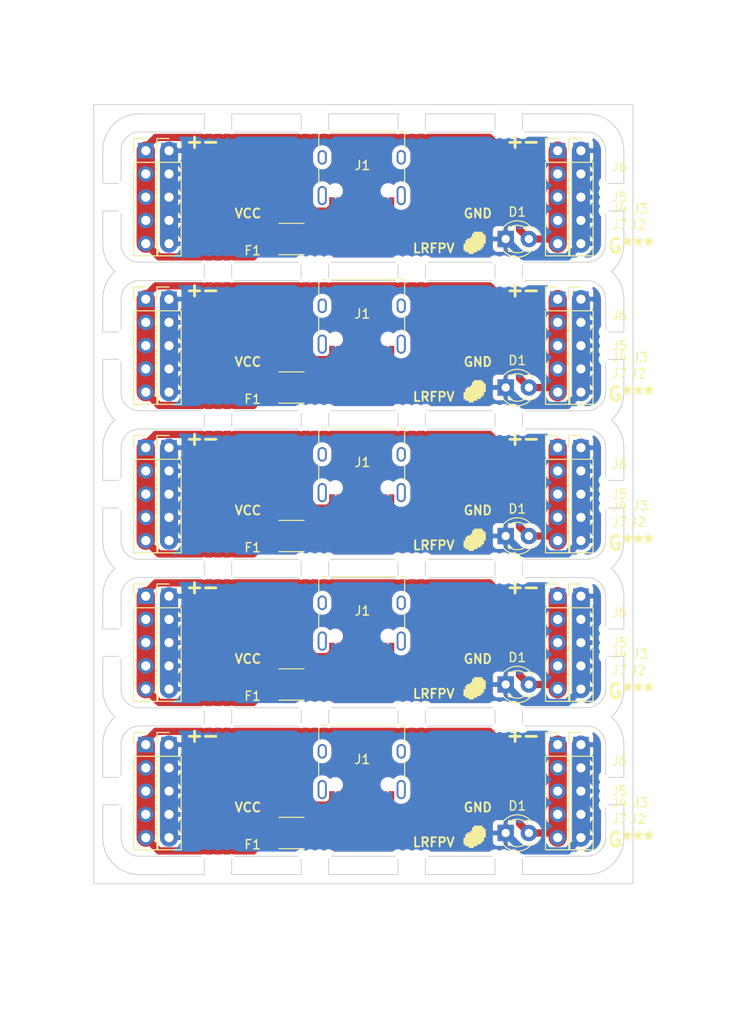
<source format=kicad_pcb>
(kicad_pcb (version 20211014) (generator pcbnew)
  (layers (0 "F.Cu" signal) (31 "B.Cu" signal) (34 "B.Paste" user) (35 "F.Paste" user) (36 "B.SilkS" user "B.Silkscreen") (37 "F.SilkS" user "F.Silkscreen") (38 "B.Mask" user) (39 "F.Mask" user) (44 "Edge.Cuts" user))
  (net 0 "")
  (net 1 "Board_0-GND")
  (net 2 "Board_0-Net-(D1-Pad2)")
  (net 3 "Board_0-VCC")
  (net 4 "Board_0-unconnected-(J1-PadA5)")
  (net 5 "Board_0-unconnected-(J1-PadA6)")
  (net 6 "Board_0-unconnected-(J1-PadA7)")
  (net 7 "Board_0-unconnected-(J1-PadA8)")
  (net 8 "Board_0-unconnected-(J1-PadB5)")
  (net 9 "Board_0-unconnected-(J1-PadB6)")
  (net 10 "Board_0-unconnected-(J1-PadB7)")
  (net 11 "Board_0-unconnected-(J1-PadB8)")
  (net 12 "Board_0-unconnected-(J1-PadS1)")
  (net 13 "Board_1-GND")
  (net 14 "Board_1-Net-(D1-Pad2)")
  (net 15 "Board_1-VCC")
  (net 16 "Board_1-unconnected-(J1-PadA5)")
  (net 17 "Board_1-unconnected-(J1-PadA6)")
  (net 18 "Board_1-unconnected-(J1-PadA7)")
  (net 19 "Board_1-unconnected-(J1-PadA8)")
  (net 20 "Board_1-unconnected-(J1-PadB5)")
  (net 21 "Board_1-unconnected-(J1-PadB6)")
  (net 22 "Board_1-unconnected-(J1-PadB7)")
  (net 23 "Board_1-unconnected-(J1-PadB8)")
  (net 24 "Board_1-unconnected-(J1-PadS1)")
  (net 25 "Board_2-GND")
  (net 26 "Board_2-Net-(D1-Pad2)")
  (net 27 "Board_2-VCC")
  (net 28 "Board_2-unconnected-(J1-PadA5)")
  (net 29 "Board_2-unconnected-(J1-PadA6)")
  (net 30 "Board_2-unconnected-(J1-PadA7)")
  (net 31 "Board_2-unconnected-(J1-PadA8)")
  (net 32 "Board_2-unconnected-(J1-PadB5)")
  (net 33 "Board_2-unconnected-(J1-PadB6)")
  (net 34 "Board_2-unconnected-(J1-PadB7)")
  (net 35 "Board_2-unconnected-(J1-PadB8)")
  (net 36 "Board_2-unconnected-(J1-PadS1)")
  (net 37 "Board_3-GND")
  (net 38 "Board_3-Net-(D1-Pad2)")
  (net 39 "Board_3-VCC")
  (net 40 "Board_3-unconnected-(J1-PadA5)")
  (net 41 "Board_3-unconnected-(J1-PadA6)")
  (net 42 "Board_3-unconnected-(J1-PadA7)")
  (net 43 "Board_3-unconnected-(J1-PadA8)")
  (net 44 "Board_3-unconnected-(J1-PadB5)")
  (net 45 "Board_3-unconnected-(J1-PadB6)")
  (net 46 "Board_3-unconnected-(J1-PadB7)")
  (net 47 "Board_3-unconnected-(J1-PadB8)")
  (net 48 "Board_3-unconnected-(J1-PadS1)")
  (net 49 "Board_4-GND")
  (net 50 "Board_4-Net-(D1-Pad2)")
  (net 51 "Board_4-VCC")
  (net 52 "Board_4-unconnected-(J1-PadA5)")
  (net 53 "Board_4-unconnected-(J1-PadA6)")
  (net 54 "Board_4-unconnected-(J1-PadA7)")
  (net 55 "Board_4-unconnected-(J1-PadA8)")
  (net 56 "Board_4-unconnected-(J1-PadB5)")
  (net 57 "Board_4-unconnected-(J1-PadB6)")
  (net 58 "Board_4-unconnected-(J1-PadB7)")
  (net 59 "Board_4-unconnected-(J1-PadB8)")
  (net 60 "Board_4-unconnected-(J1-PadS1)")
  (footprint "NPTH" (layer "F.Cu") (at 51.300196 80.89344)
    (fp_text reference "REF**" hide)
    (fp_text value "NPTH" hide)
  )
  (footprint "NPTH" (layer "F.Cu") (at 71.000147 57.06)
    (fp_text reference "REF**" hide)
    (fp_text value "NPTH" hide)
  )
  (footprint "NPTH" (layer "F.Cu") (at 28.100065 97.120333)
    (fp_text reference "REF**" hide)
    (fp_text value "NPTH" hide)
  )
  (footprint "NPTH" (layer "F.Cu") (at 60.900262 50.448658)
    (fp_text reference "REF**" hide)
    (fp_text value "NPTH" hide)
  )
  (footprint "NPTH" (layer "F.Cu") (at 48.300196 64.672)
    (fp_text reference "REF**" hide)
    (fp_text value "NPTH" hide)
  )
  (footprint "LED_THT:LED_D3.0mm" (layer "F.Cu") (at 60.070328 94.58)
    (fp_text reference "D1")
    (fp_text value "LED")
  )
  (footprint "NPTH" (layer "F.Cu") (at 28.100065 66.672)
    (fp_text reference "REF**" hide)
    (fp_text value "NPTH" hide)
  )
  (footprint "NPTH" (layer "F.Cu") (at 48.300196 66.672)
    (fp_text reference "REF**" hide)
    (fp_text value "NPTH" hide)
  )
  (footprint "Connector_PinHeader_2.54mm:PinHeader_1x05_P2.54mm_Vertical" (layer "F.Cu") (at 65.760328 52.48)
    (fp_text reference "J4")
    (fp_text value "Conn_01x05_Male")
  )
  (footprint "NPTH" (layer "F.Cu") (at 50.300196 66.672)
    (fp_text reference "REF**" hide)
    (fp_text value "NPTH" hide)
  )
  (footprint "NPTH" (layer "F.Cu") (at 50.300196 64.672)
    (fp_text reference "REF**" hide)
    (fp_text value "NPTH" hide)
  )
  (footprint "NPTH" (layer "F.Cu") (at 59.900262 32.222369)
    (fp_text reference "REF**" hide)
    (fp_text value "NPTH" hide)
  )
  (footprint "NPTH" (layer "F.Cu") (at 49.300196 18.000802)
    (fp_text reference "REF**" hide)
    (fp_text value "NPTH" hide)
  )
  (footprint "NPTH" (layer "F.Cu") (at 60.900262 64.672)
    (fp_text reference "REF**" hide)
    (fp_text value "NPTH" hide)
  )
  (footprint "Connector_PinHeader_2.54mm:PinHeader_1x05_P2.54mm_Vertical" (layer "F.Cu") (at 68.300328 52.48)
    (fp_text reference "J5")
    (fp_text value "Conn_01x05_Male")
  )
  (footprint "Fuse:Fuse_1812_4532Metric_Pad1.30x3.40mm_HandSolder" (layer "F.Cu") (at 36.641328 29.684 180)
    (fp_text reference "F1")
    (fp_text value "Fuse")
  )
  (footprint "NPTH" (layer "F.Cu") (at 27.100065 82.892584)
    (fp_text reference "REF**" hide)
    (fp_text value "NPTH" hide)
  )
  (footprint "Fuse:Fuse_1812_4532Metric_Pad1.30x3.40mm_HandSolder" (layer "F.Cu") (at 36.641328 45.908 180)
    (fp_text reference "F1")
    (fp_text value "Fuse")
  )
  (footprint "Connector_PinHeader_2.54mm:PinHeader_1x05_P2.54mm_Vertical" (layer "F.Cu") (at 23.240328 84.928)
    (fp_text reference "J3")
    (fp_text value "Conn_01x05_Male")
  )
  (footprint "0myLib:5mm_pad" (layer "F.Cu") (at 31.876328 38.796)
    (fp_text reference "J6")
    (fp_text value "VCC")
  )
  (footprint "NPTH" (layer "F.Cu") (at 58.900262 64.672)
    (fp_text reference "REF**" hide)
    (fp_text value "NPTH" hide)
  )
  (footprint "0myLib:5mm_pad" (layer "F.Cu") (at 57.022328 87.468)
    (fp_text reference "J7")
    (fp_text value "GND")
  )
  (footprint "NPTH" (layer "F.Cu") (at 71.000212 59.06)
    (fp_text reference "REF**" hide)
    (fp_text value "NPTH" hide)
  )
  (footprint "NPTH" (layer "F.Cu") (at 71.00018 58.06)
    (fp_text reference "REF**" hide)
    (fp_text value "NPTH" hide)
  )
  (footprint "NPTH" (layer "F.Cu") (at 48.300196 50.449686)
    (fp_text reference "REF**" hide)
    (fp_text value "NPTH" hide)
  )
  (footprint "NPTH" (layer "F.Cu") (at 30.100065 66.672)
    (fp_text reference "REF**" hide)
    (fp_text value "NPTH" hide)
  )
  (footprint "NPTH" (layer "F.Cu") (at 49.300196 50.449604)
    (fp_text reference "REF**" hide)
    (fp_text value "NPTH" hide)
  )
  (footprint "NPTH" (layer "F.Cu") (at 27.100065 50.451415)
    (fp_text reference "REF**" hide)
    (fp_text value "NPTH" hide)
  )
  (footprint "NPTH" (layer "F.Cu") (at 27.100065 32.223707)
    (fp_text reference "REF**" hide)
    (fp_text value "NPTH" hide)
  )
  (footprint "NPTH" (layer "F.Cu") (at 40.700131 82.893693)
    (fp_text reference "REF**" hide)
    (fp_text value "NPTH" hide)
  )
  (footprint "NPTH" (layer "F.Cu") (at 58.900262 18.00041)
    (fp_text reference "REF**" hide)
    (fp_text value "NPTH" hide)
  )
  (footprint "NPTH" (layer "F.Cu") (at 71.000147 89.507)
    (fp_text reference "REF**" hide)
    (fp_text value "NPTH" hide)
  )
  (footprint "NPTH" (layer "F.Cu") (at 39.700131 82.893612)
    (fp_text reference "REF**" hide)
    (fp_text value "NPTH" hide)
  )
  (footprint "NPTH" (layer "F.Cu") (at 71.000115 23.612)
    (fp_text reference "REF**" hide)
    (fp_text value "NPTH" hide)
  )
  (footprint "NPTH" (layer "F.Cu") (at 39.700131 66.672)
    (fp_text reference "REF**" hide)
    (fp_text value "NPTH" hide)
  )
  (footprint "NPTH" (layer "F.Cu") (at 60.900262 48.451342)
    (fp_text reference "REF**" hide)
    (fp_text value "NPTH" hide)
  )
  (footprint "NPTH" (layer "F.Cu") (at 48.300196 97.121157)
    (fp_text reference "REF**" hide)
    (fp_text value "NPTH" hide)
  )
  (footprint "NPTH" (layer "F.Cu") (at 18.000212 39.837)
    (fp_text reference "REF**" hide)
    (fp_text value "NPTH" hide)
  )
  (footprint "NPTH" (layer "F.Cu") (at 39.700131 50.450387)
    (fp_text reference "REF**" hide)
    (fp_text value "NPTH" hide)
  )
  (footprint "NPTH" (layer "F.Cu") (at 38.700131 80.894468)
    (fp_text reference "REF**" hide)
    (fp_text value "NPTH" hide)
  )
  (footprint "NPTH" (layer "F.Cu") (at 61.900262 82.895423)
    (fp_text reference "REF**" hide)
    (fp_text value "NPTH" hide)
  )
  (footprint "NPTH" (layer "F.Cu") (at 39.700131 48.449612)
    (fp_text reference "REF**" hide)
    (fp_text value "NPTH" hide)
  )
  (footprint "NPTH" (layer "F.Cu") (at 71.000115 56.06)
    (fp_text reference "REF**" hide)
    (fp_text value "NPTH" hide)
  )
  (footprint "NPTH" (layer "F.Cu") (at 29.100065 32.223625)
    (fp_text reference "REF**" hide)
    (fp_text value "NPTH" hide)
  )
  (footprint "NPTH" (layer "F.Cu") (at 49.300196 97.121198)
    (fp_text reference "REF**" hide)
    (fp_text value "NPTH" hide)
  )
  (footprint "NPTH" (layer "F.Cu") (at 71.00018 74.284)
    (fp_text reference "REF**" hide)
    (fp_text value "NPTH" hide)
  )
  (footprint "0myLib:beef" (layer "F.Cu") (at 56.768328 62.64)
    (fp_text reference "G***")
    (fp_text value "LOGO" hide)
  )
  (footprint "NPTH" (layer "F.Cu") (at 51.300196 50.449441)
    (fp_text reference "REF**" hide)
    (fp_text value "NPTH" hide)
  )
  (footprint "NPTH" (layer "F.Cu") (at 48.300196 32.222842)
    (fp_text reference "REF**" hide)
    (fp_text value "NPTH" hide)
  )
  (footprint "NPTH" (layer "F.Cu") (at 18.000212 72.284)
    (fp_text reference "REF**" hide)
    (fp_text value "NPTH" hide)
  )
  (footprint "NPTH" (layer "F.Cu") (at 48.300196 18.000843)
    (fp_text reference "REF**" hide)
    (fp_text value "NPTH" hide)
  )
  (footprint "NPTH" (layer "F.Cu") (at 29.100065 66.672)
    (fp_text reference "REF**" hide)
    (fp_text value "NPTH" hide)
  )
  (footprint "NPTH" (layer "F.Cu") (at 29.100065 80.895251)
    (fp_text reference "REF**" hide)
    (fp_text value "NPTH" hide)
  )
  (footprint "Connector_PinHeader_2.54mm:PinHeader_1x05_P2.54mm_Vertical" (layer "F.Cu") (at 68.300328 84.928)
    (fp_text reference "J5")
    (fp_text value "Conn_01x05_Male")
  )
  (footprint "NPTH" (layer "F.Cu") (at 29.100065 50.451252)
    (fp_text reference "REF**" hide)
    (fp_text value "NPTH" hide)
  )
  (footprint "NPTH" (layer "F.Cu") (at 18.000147 74.284)
    (fp_text reference "REF**" hide)
    (fp_text value "NPTH" hide)
  )
  (footprint "NPTH" (layer "F.Cu") (at 58.900262 80.89282)
    (fp_text reference "REF**" hide)
    (fp_text value "NPTH" hide)
  )
  (footprint "NPTH" (layer "F.Cu") (at 27.100065 34.222292)
    (fp_text reference "REF**" hide)
    (fp_text value "NPTH" hide)
  )
  (footprint "NPTH" (layer "F.Cu") (at 39.700131 80.894387)
    (fp_text reference "REF**" hide)
    (fp_text value "NPTH" hide)
  )
  (footprint "NPTH" (layer "F.Cu") (at 49.300196 82.894395)
    (fp_text reference "REF**" hide)
    (fp_text value "NPTH" hide)
  )
  (footprint "NPTH" (layer "F.Cu") (at 58.900262 82.895178)
    (fp_text reference "REF**" hide)
    (fp_text value "NPTH" hide)
  )
  (footprint "NPTH" (layer "F.Cu") (at 39.700131 64.672)
    (fp_text reference "REF**" hide)
    (fp_text value "NPTH" hide)
  )
  (footprint "NPTH" (layer "F.Cu") (at 27.100065 66.672)
    (fp_text reference "REF**" hide)
    (fp_text value "NPTH" hide)
  )
  (footprint "NPTH" (layer "F.Cu") (at 30.100065 32.223585)
    (fp_text reference "REF**" hide)
    (fp_text value "NPTH" hide)
  )
  (footprint "0myLib:beef" (layer "F.Cu") (at 56.768328 78.864)
    (fp_text reference "G***")
    (fp_text value "LOGO" hide)
  )
  (footprint "NPTH" (layer "F.Cu") (at 18.000115 75.284)
    (fp_text reference "REF**" hide)
    (fp_text value "NPTH" hide)
  )
  (footprint "NPTH" (layer "F.Cu") (at 71.000212 91.507)
    (fp_text reference "REF**" hide)
    (fp_text value "NPTH" hide)
  )
  (footprint "0myLib:5mm_pad" (layer "F.Cu") (at 57.022328 71.244)
    (fp_text reference "J7")
    (fp_text value "GND")
  )
  (footprint "NPTH" (layer "F.Cu") (at 58.900262 34.223589)
    (fp_text reference "REF**" hide)
    (fp_text value "NPTH" hide)
  )
  (footprint "Connector_PinHeader_2.54mm:PinHeader_1x05_P2.54mm_Vertical" (layer "F.Cu") (at 20.700328 68.704)
    (fp_text reference "J2")
    (fp_text value "Conn_01x05_Male")
  )
  (footprint "NPTH" (layer "F.Cu") (at 61.900262 32.222287)
    (fp_text reference "REF**" hide)
    (fp_text value "NPTH" hide)
  )
  (footprint "NPTH" (layer "F.Cu") (at 40.700131 48.449694)
    (fp_text reference "REF**" hide)
    (fp_text value "NPTH" hide)
  )
  (footprint "NPTH" (layer "F.Cu") (at 38.700131 48.449531)
    (fp_text reference "REF**" hide)
    (fp_text value "NPTH" hide)
  )
  (footprint "NPTH" (layer "F.Cu") (at 60.900262 18.000329)
    (fp_text reference "REF**" hide)
    (fp_text value "NPTH" hide)
  )
  (footprint "NPTH" (layer "F.Cu") (at 18.000212 88.507)
    (fp_text reference "REF**" hide)
    (fp_text value "NPTH" hide)
  )
  (footprint "NPTH" (layer "F.Cu") (at 30.100065 97.120414)
    (fp_text reference "REF**" hide)
    (fp_text value "NPTH" hide)
  )
  (footprint "NPTH" (layer "F.Cu") (at 49.300196 66.672)
    (fp_text reference "REF**" hide)
    (fp_text value "NPTH" hide)
  )
  (footprint "NPTH" (layer "F.Cu") (at 30.100065 48.448829)
    (fp_text reference "REF**" hide)
    (fp_text value "NPTH" hide)
  )
  (footprint "NPTH" (layer "F.Cu") (at 28.100065 32.223666)
    (fp_text reference "REF**" hide)
    (fp_text value "NPTH" hide)
  )
  (footprint "NPTH" (layer "F.Cu") (at 28.100065 82.892665)
    (fp_text reference "REF**" hide)
    (fp_text value "NPTH" hide)
  )
  (footprint "NPTH" (layer "F.Cu") (at 29.100065 97.120374)
    (fp_text reference "REF**" hide)
    (fp_text value "NPTH" hide)
  )
  (footprint "NPTH" (layer "F.Cu") (at 48.300196 48.450314)
    (fp_text reference "REF**" hide)
    (fp_text value "NPTH" hide)
  )
  (footprint "NPTH" (layer "F.Cu") (at 37.700131 97.120724)
    (fp_text reference "REF**" hide)
    (fp_text value "NPTH" hide)
  )
  (footprint "NPTH" (layer "F.Cu") (at 60.900262 97.121671)
    (fp_text reference "REF**" hide)
    (fp_text value "NPTH" hide)
  )
  (footprint "NPTH" (layer "F.Cu") (at 40.700131 80.894305)
    (fp_text reference "REF**" hide)
    (fp_text value "NPTH" hide)
  )
  (footprint "NPTH" (layer "F.Cu") (at 18.000179 73.284)
    (fp_text reference "REF**" hide)
    (fp_text value "NPTH" hide)
  )
  (footprint "NPTH" (layer "F.Cu") (at 59.900262 66.672)
    (fp_text reference "REF**" hide)
    (fp_text value "NPTH" hide)
  )
  (footprint "NPTH" (layer "F.Cu") (at 51.300196 32.22272)
    (fp_text reference "REF**" hide)
    (fp_text value "NPTH" hide)
  )
  (footprint "LED_THT:LED_D3.0mm" (layer "F.Cu") (at 60.070328 45.908)
    (fp_text reference "D1")
    (fp_text value "LED")
  )
  (footprint "Fuse:Fuse_1812_4532Metric_Pad1.30x3.40mm_HandSolder" (layer "F.Cu") (at 36.641328 94.58 180)
    (fp_text reference "F1")
    (fp_text value "Fuse")
  )
  (footprint "Connector_USB:USB_C_Receptacle_HRO_TYPE-C-31-M-12" (layer "F.Cu") (at 44.322328 70.482 180)
    (fp_text reference "J1")
    (fp_text value "USB_C_Receptacle_USB2.0")
  )
  (footprint "Fuse:Fuse_1812_4532Metric_Pad1.30x3.40mm_HandSolder" (layer "F.Cu") (at 36.641328 78.356 180)
    (fp_text reference "F1")
    (fp_text value "Fuse")
  )
  (footprint "NPTH" (layer "F.Cu") (at 59.900262 97.12163)
    (fp_text reference "REF**" hide)
    (fp_text value "NPTH" hide)
  )
  (footprint "Connector_PinHeader_2.54mm:PinHeader_1x05_P2.54mm_Vertical" (layer "F.Cu") (at 23.240328 36.256)
    (fp_text reference "J3")
    (fp_text value "Conn_01x05_Male")
  )
  (footprint "NPTH" (layer "F.Cu") (at 38.700131 50.450469)
    (fp_text reference "REF**" hide)
    (fp_text value "NPTH" hide)
  )
  (footprint "NPTH" (layer "F.Cu") (at 60.900262 34.22367)
    (fp_text reference "REF**" hide)
    (fp_text value "NPTH" hide)
  )
  (footprint "NPTH" (layer "F.Cu") (at 28.100065 80.895333)
    (fp_text reference "REF**" hide)
    (fp_text value "NPTH" hide)
  )
  (footprint "NPTH" (layer "F.Cu") (at 71.000147 40.837)
    (fp_text reference "REF**" hide)
    (fp_text value "NPTH" hide)
  )
  (footprint "NPTH" (layer "F.Cu") (at 30.100065 82.892828)
    (fp_text reference "REF**" hide)
    (fp_text value "NPTH" hide)
  )
  (footprint "0myLib:5mm_pad" (layer "F.Cu") (at 57.022328 22.572)
    (fp_text reference "J7")
    (fp_text value "GND")
  )
  (footprint "NPTH" (layer "F.Cu") (at 18.000147 90.507)
    (fp_text reference "REF**" hide)
    (fp_text value "NPTH" hide)
  )
  (footprint "NPTH" (layer "F.Cu") (at 39.700131 97.120806)
    (fp_text reference "REF**" hide)
    (fp_text value "NPTH" hide)
  )
  (footprint "NPTH" (layer "F.Cu") (at 18.000179 24.612)
    (fp_text reference "REF**" hide)
    (fp_text value "NPTH" hide)
  )
  (footprint "NPTH" (layer "F.Cu") (at 71.000212 75.284)
    (fp_text reference "REF**" hide)
    (fp_text value "NPTH" hide)
  )
  (footprint "NPTH" (layer "F.Cu") (at 18.000115 26.612)
    (fp_text reference "REF**" hide)
    (fp_text value "NPTH" hide)
  )
  (footprint "NPTH" (layer "F.Cu") (at 37.700131 34.222724)
    (fp_text reference "REF**" hide)
    (fp_text value "NPTH" hide)
  )
  (footprint "LED_THT:LED_D3.0mm" (layer "F.Cu") (at 60.070328 78.356)
    (fp_text reference "D1")
    (fp_text value "LED")
  )
  (footprint "NPTH" (layer "F.Cu") (at 60.900262 82.895341)
    (fp_text reference "REF**" hide)
    (fp_text value "NPTH" hide)
  )
  (footprint "0myLib:5mm_pad" (layer "F.Cu") (at 57.022328 55.02)
    (fp_text reference "J7")
    (fp_text value "GND")
  )
  (footprint "NPTH" (layer "F.Cu") (at 61.900262 80.892575)
    (fp_text reference "REF**" hide)
    (fp_text value "NPTH" hide)
  )
  (footprint "0myLib:5mm_pad" (layer "F.Cu") (at 57.022328 38.796)
    (fp_text reference "J7")
    (fp_text value "GND")
  )
  (footprint "NPTH" (layer "F.Cu") (at 71.000212 26.612)
    (fp_text reference "REF**" hide)
    (fp_text value "NPTH" hide)
  )
  (footprint "NPTH" (layer "F.Cu") (at 51.300196 97.121279)
    (fp_text reference "REF**" hide)
    (fp_text value "NPTH" hide)
  )
  (footprint "Connector_PinHeader_2.54mm:PinHeader_1x05_P2.54mm_Vertical" (layer "F.Cu") (at 68.300328 20.032)
    (fp_text reference "J5")
    (fp_text value "Conn_01x05_Male")
  )
  (footprint "NPTH" (layer "F.Cu") (at 50.300196 32.222761)
    (fp_text reference "REF**" hide)
    (fp_text value "NPTH" hide)
  )
  (footprint "NPTH" (layer "F.Cu") (at 71.000212 42.837)
    (fp_text reference "REF**" hide)
    (fp_text value "NPTH" hide)
  )
  (footprint "NPTH" (layer "F.Cu") (at 40.700131 18.001153)
    (fp_text reference "REF**" hide)
    (fp_text value "NPTH" hide)
  )
  (footprint "Connector_PinHeader_2.54mm:PinHeader_1x05_P2.54mm_Vertical" (layer "F.Cu") (at 65.760328 36.256)
    (fp_text reference "J4")
    (fp_text value "Conn_01x05_Male")
  )
  (footprint "NPTH" (layer "F.Cu") (at 71.00018 25.612)
    (fp_text reference "REF**" hide)
    (fp_text value "NPTH" hide)
  )
  (footprint "NPTH" (layer "F.Cu") (at 18.000115 59.06)
    (fp_text reference "REF**" hide)
    (fp_text value "NPTH" hide)
  )
  (footprint "NPTH" (layer "F.Cu") (at 18.000212 56.06)
    (fp_text reference "REF**" hide)
    (fp_text value "NPTH" hide)
  )
  (footprint "NPTH" (layer "F.Cu") (at 61.900262 50.448576)
    (fp_text reference "REF**" hide)
    (fp_text value "NPTH" hide)
  )
  (footprint "NPTH" (layer "F.Cu") (at 50.300196 82.894476)
    (fp_text reference "REF**" hide)
    (fp_text value "NPTH" hide)
  )
  (footprint "NPTH" (layer "F.Cu") (at 71.000147 73.284)
    (fp_text reference "REF**" hide)
    (fp_text value "NPTH" hide)
  )
  (footprint "NPTH" (layer "F.Cu") (at 18.000115 42.837)
    (fp_text reference "REF**" hide)
    (fp_text value "NPTH" hide)
  )
  (footprint "NPTH" (layer "F.Cu") (at 50.300196 50.449523)
    (fp_text reference "REF**" hide)
    (fp_text value "NPTH" hide)
  )
  (footprint "NPTH" (layer "F.Cu") (at 18.000147 58.06)
    (fp_text reference "REF**" hide)
    (fp_text value "NPTH" hide)
  )
  (footprint "NPTH" (layer "F.Cu") (at 58.900262 50.448821)
    (fp_text reference "REF**" hide)
    (fp_text value "NPTH" hide)
  )
  (footprint "NPTH" (layer "F.Cu") (at 50.300196 48.450477)
    (fp_text reference "REF**" hide)
    (fp_text value "NPTH" hide)
  )
  (footprint "NPTH" (layer "F.Cu") (at 48.300196 34.223156)
    (fp_text reference "REF**" hide)
    (fp_text value "NPTH" hide)
  )
  (footprint "NPTH" (layer "F.Cu") (at 28.100065 48.448666)
    (fp_text reference "REF**" hide)
    (fp_text value "NPTH" hide)
  )
  (footprint "NPTH" (layer "F.Cu") (at 61.900262 48.451424)
    (fp_text reference "REF**" hide)
    (fp_text value "NPTH" hide)
  )
  (footprint "0myLib:5mm_pad" (layer "F.Cu") (at 31.876328 87.468)
    (fp_text reference "J6")
    (fp_text value "VCC")
  )
  (footprint "NPTH" (layer "F.Cu") (at 48.300196 80.893685)
    (fp_text reference "REF**" hide)
    (fp_text value "NPTH" hide)
  )
  (footprint "NPTH" (layer "F.Cu") (at 30.100065 18.001585)
    (fp_text reference "REF**" hide)
    (fp_text value "NPTH" hide)
  )
  (footprint "NPTH" (layer "F.Cu") (at 27.100065 18.001707)
    (fp_text reference "REF**" hide)
    (fp_text value "NPTH" hide)
  )
  (footprint "NPTH" (layer "F.Cu") (at 30.100065 50.451171)
    (fp_text reference "REF**" hide)
    (fp_text value "NPTH" hide)
  )
  (footprint "NPTH" (layer "F.Cu") (at 71.00018 41.837)
    (fp_text reference "REF**" hide)
    (fp_text value "NPTH" hide)
  )
  (footprint "0myLib:5mm_pad" (layer "F.Cu") (at 31.876328 22.572)
    (fp_text reference "J6")
    (fp_text value "VCC")
  )
  (footprint "NPTH" (layer "F.Cu") (at 29.100065 82.892747)
    (fp_text reference "REF**" hide)
    (fp_text value "NPTH" hide)
  )
  (footprint "NPTH" (layer "F.Cu") (at 38.700131 32.223234)
    (fp_text reference "REF**" hide)
    (fp_text value "NPTH" hide)
  )
  (footprint "NPTH" (layer "F.Cu") (at 51.300196 34.223279)
    (fp_text reference "REF**" hide)
    (fp_text value "NPTH" hide)
  )
  (footprint "NPTH" (layer "F.Cu") (at 39.700131 32.223193)
    (fp_text reference "REF**" hide)
    (fp_text value "NPTH" hide)
  )
  (footprint "NPTH" (layer "F.Cu") (at 61.900262 66.672)
    (fp_text reference "REF**" hide)
    (fp_text value "NPTH" hide)
  )
  (footprint "NPTH" (layer "F.Cu") (at 38.700131 34.222765)
    (fp_text reference "REF**" hide)
    (fp_text value "NPTH" hide)
  )
  (footprint "NPTH" (layer "F.Cu") (at 39.700131 34.222806)
    (fp_text reference "REF**" hide)
    (fp_text value "NPTH" hide)
  )
  (footprint "NPTH" (layer "F.Cu") (at 28.100065 64.672)
    (fp_text reference "REF**" hide)
    (fp_text value "NPTH" hide)
  )
  (footprint "Connector_PinHeader_2.54mm:PinHeader_1x05_P2.54mm_Vertical" (layer "F.Cu") (at 23.240328 52.48)
    (fp_text reference "J3")
    (fp_text value "Conn_01x05_Male")
  )
  (footprint "NPTH" (layer "F.Cu") (at 71.000115 88.507)
    (fp_text reference "REF**" hide)
    (fp_text value "NPTH" hide)
  )
  (footprint "NPTH" (layer "F.Cu") (at 61.900262 18.000288)
    (fp_text reference "REF**" hide)
    (fp_text value "NPTH" hide)
  )
  (footprint "0myLib:5mm_pad" (layer "F.Cu") (at 31.876328 71.244)
    (fp_text reference "J6")
    (fp_text value "VCC")
  )
  (footprint "Connector_PinHeader_2.54mm:PinHeader_1x05_P2.54mm_Vertical" (layer "F.Cu") (at 65.760328 20.032)
    (fp_text reference "J4")
    (fp_text value "Conn_01x05_Male")
  )
  (footprint "NPTH" (layer "F.Cu") (at 71.000147 24.612)
    (fp_text reference "REF**" hide)
    (fp_text value "NPTH" hide)
  )
  (footprint "NPTH" (layer "F.Cu") (at 51.300196 66.672)
    (fp_text reference "REF**" hide)
    (fp_text value "NPTH" hide)
  )
  (footprint "Connector_USB:USB_C_Receptacle_HRO_TYPE-C-31-M-12" (layer "F.Cu") (at 44.322328 54.258 180)
    (fp_text reference "J1")
    (fp_text value "USB_C_Receptacle_USB2.0")
  )
  (footprint "NPTH" (layer "F.Cu") (at 51.300196 18.00072)
    (fp_text reference "REF**" hide)
    (fp_text value "NPTH" hide)
  )
  (footprint "NPTH" (layer "F.Cu") (at 50.300196 34.223238)
    (fp_text reference "REF**" hide)
    (fp_text value "NPTH" hide)
  )
  (footprint "NPTH" (layer "F.Cu") (at 71.00018 90.507)
    (fp_text reference "REF**" hide)
    (fp_text value "NPTH" hide)
  )
  (footprint "NPTH" (layer "F.Cu") (at 27.100065 64.672)
    (fp_text reference "REF**" hide)
    (fp_text value "NPTH" hide)
  )
  (footprint "NPTH" (layer "F.Cu") (at 27.100065 80.895415)
    (fp_text reference "REF**" hide)
    (fp_text value "NPTH" hide)
  )
  (footprint "NPTH" (layer "F.Cu") (at 59.900262 48.45126)
    (fp_text reference "REF**" hide)
    (fp_text value "NPTH" hide)
  )
  (footprint "Connector_PinHeader_2.54mm:PinHeader_1x05_P2.54mm_Vertical" (layer "F.Cu") (at 65.760328 84.928)
    (fp_text reference "J4")
    (fp_text value "Conn_01x05_Male")
  )
  (footprint "NPTH" (layer "F.Cu") (at 28.100065 18.001667)
    (fp_text reference "REF**" hide)
    (fp_text value "NPTH" hide)
  )
  (footprint "Connector_PinHeader_2.54mm:PinHeader_1x05_P2.54mm_Vertical" (layer "F.Cu") (at 23.240328 20.032)
    (fp_text reference "J3")
    (fp_text value "Conn_01x05_Male")
  )
  (footprint "NPTH" (layer "F.Cu") (at 28.100065 34.222332)
    (fp_text reference "REF**" hide)
    (fp_text value "NPTH" hide)
  )
  (footprint "NPTH" (layer "F.Cu") (at 38.700131 66.672)
    (fp_text reference "REF**" hide)
    (fp_text value "NPTH" hide)
  )
  (footprint "NPTH" (layer "F.Cu") (at 61.900262 34.223711)
    (fp_text reference "REF**" hide)
    (fp_text value "NPTH" hide)
  )
  (footprint "NPTH" (layer "F.Cu") (at 61.900262 97.121712)
    (fp_text reference "REF**" hide)
    (fp_text value "NPTH" hide)
  )
  (footprint "NPTH" (layer "F.Cu") (at 59.900262 80.892739)
    (fp_text reference "REF**" hide)
    (fp_text value "NPTH" hide)
  )
  (footprint "NPTH" (layer "F.Cu") (at 60.900262 66.672)
    (fp_text reference "REF**" hide)
    (fp_text value "NPTH" hide)
  )
  (footprint "NPTH" (layer "F.Cu") (at 18.000179 40.837)
    (fp_text reference "REF**" hide)
    (fp_text value "NPTH" hide)
  )
  (footprint "NPTH" (layer "F.Cu") (at 59.900262 34.22363)
    (fp_text reference "REF**" hide)
    (fp_text value "NPTH" hide)
  )
  (footprint "NPTH" (layer "F.Cu") (at 49.300196 80.893603)
    (fp_text reference "REF**" hide)
    (fp_text value "NPTH" hide)
  )
  (footprint "Connector_PinHeader_2.54mm:PinHeader_1x05_P2.54mm_Vertical" (layer "F.Cu") (at 20.700328 20.032)
    (fp_text reference "J2")
    (fp_text value "Conn_01x05_Male")
  )
  (footprint "NPTH" (layer "F.Cu") (at 37.700131 18.001275)
    (fp_text reference "REF**" hide)
    (fp_text value "NPTH" hide)
  )
  (footprint "Connector_USB:USB_C_Receptacle_HRO_TYPE-C-31-M-12" (layer "F.Cu") (at 44.322328 38.034 180)
    (fp_text reference "J1")
    (fp_text value "USB_C_Receptacle_USB2.0")
  )
  (footprint "NPTH" (layer "F.Cu") (at 40.700131 34.222846)
    (fp_text reference "REF**" hide)
    (fp_text value "NPTH" hide)
  )
  (footprint "NPTH" (layer "F.Cu") (at 71.000115 39.837)
    (fp_text reference "REF**" hide)
    (fp_text value "NPTH" hide)
  )
  (footprint "NPTH" (layer "F.Cu") (at 58.900262 97.121589)
    (fp_text reference "REF**" hide)
    (fp_text value "NPTH" hide)
  )
  (footprint "NPTH" (layer "F.Cu") (at 29.100065 18.001626)
    (fp_text reference "REF**" hide)
    (fp_text value "NPTH" hide)
  )
  (footprint "NPTH" (layer "F.Cu") (at 28.100065 50.451334)
    (fp_text reference "REF**" hide)
    (fp_text value "NPTH" hide)
  )
  (footprint "NPTH" (layer "F.Cu") (at 58.900262 48.451179)
    (fp_text reference "REF**" hide)
    (fp_text value "NPTH" hide)
  )
  (footprint "0myLib:beef" (layer "F.Cu") (at 56.768328 30.192)
    (fp_text reference "G***")
    (fp_text value "LOGO" hide)
  )
  (footprint "NPTH" (layer "F.Cu") (at 38.700131 64.672)
    (fp_text reference "REF**" hide)
    (fp_text value "NPTH" hide)
  )
  (footprint "NPTH" (layer "F.Cu") (at 60.900262 80.892657)
    (fp_text reference "REF**" hide)
    (fp_text value "NPTH" hide)
  )
  (footprint "NPTH" (layer "F.Cu") (at 30.100065 80.89517)
    (fp_text reference "REF**" hide)
    (fp_text value "NPTH" hide)
  )
  (footprint "NPTH" (layer "F.Cu") (at 59.900262 82.89526)
    (fp_text reference "REF**" hide)
    (fp_text value "NPTH" hide)
  )
  (footprint "NPTH" (layer "F.Cu") (at 18.00018 57.06)
    (fp_text reference "REF**" hide)
    (fp_text value "NPTH" hide)
  )
  (footprint "NPTH" (layer "F.Cu") (at 60.900262 32.222328)
    (fp_text reference "REF**" hide)
    (fp_text value "NPTH" hide)
  )
  (footprint "NPTH" (layer "F.Cu") (at 37.700131 82.893448)
    (fp_text reference "REF**" hide)
    (fp_text value "NPTH" hide)
  )
  (footprint "Connector_PinHeader_2.54mm:PinHeader_1x05_P2.54mm_Vertical" (layer "F.Cu") (at 20.700328 52.48)
    (fp_text reference "J2")
    (fp_text value "Conn_01x05_Male")
  )
  (footprint "Connector_PinHeader_2.54mm:PinHeader_1x05_P2.54mm_Vertical" (layer "F.Cu") (at 65.760328 68.704)
    (fp_text reference "J4")
    (fp_text value "Conn_01x05_Male")
  )
  (footprint "NPTH" (layer "F.Cu") (at 49.300196 34.223197)
    (fp_text reference "REF**" hide)
    (fp_text value "NPTH" hide)
  )
  (footprint "NPTH" (layer "F.Cu") (at 37.700131 32.223275)
    (fp_text reference "REF**" hide)
    (fp_text value "NPTH" hide)
  )
  (footprint "NPTH" (layer "F.Cu") (at 51.300196 82.894558)
    (fp_text reference "REF**" hide)
    (fp_text value "NPTH" hide)
  )
  (footprint "NPTH" (layer "F.Cu") (at 40.700131 64.672)
    (fp_text reference "REF**" hide)
    (fp_text value "NPTH" hide)
  )
  (footprint "NPTH" (layer "F.Cu") (at 29.100065 34.222373)
    (fp_text reference "REF**" hide)
    (fp_text value "NPTH" hide)
  )
  (footprint "NPTH" (layer "F.Cu") (at 37.700131 64.672)
    (fp_text reference "REF**" hide)
    (fp_text value "NPTH" hide)
  )
  (footprint "Connector_USB:USB_C_Receptacle_HRO_TYPE-C-31-M-12" (layer "F.Cu") (at 44.322328 86.706 180)
    (fp_text reference "J1")
    (fp_text value "USB_C_Receptacle_USB2.0")
  )
  (footprint "NPTH" (layer "F.Cu") (at 37.700131 66.672)
    (fp_text reference "REF**" hide)
    (fp_text value "NPTH" hide)
  )
  (footprint "NPTH" (layer "F.Cu") (at 59.900262 64.672)
    (fp_text reference "REF**" hide)
    (fp_text value "NPTH" hide)
  )
  (footprint "NPTH" (layer "F.Cu") (at 71.000115 72.284)
    (fp_text reference "REF**" hide)
    (fp_text value "NPTH" hide)
  )
  (footprint "NPTH" (layer "F.Cu") (at 50.300196 97.121238)
    (fp_text reference "REF**" hide)
    (fp_text value "NPTH" hide)
  )
  (footprint "NPTH" (layer "F.Cu") (at 39.700131 18.001193)
    (fp_text reference "REF**" hide)
    (fp_text value "NPTH" hide)
  )
  (footprint "NPTH" (layer "F.Cu") (at 61.900262 64.672)
    (fp_text reference "REF**" hide)
    (fp_text value "NPTH" hide)
  )
  (footprint "NPTH" (layer "F.Cu") (at 29.100065 64.672)
    (fp_text reference "REF**" hide)
    (fp_text value "NPTH" hide)
  )
  (footprint "NPTH" (layer "F.Cu") (at 48.300196 82.894313)
    (fp_text reference "REF**" hide)
    (fp_text value "NPTH" hide)
  )
  (footprint "0myLib:beef" (layer "F.Cu") (at 56.768328 46.416)
    (fp_text reference "G***")
    (fp_text value "LOGO" hide)
  )
  (footprint "0myLib:5mm_pad" (layer "F.Cu") (at 31.876328 55.02)
    (fp_text reference "J6")
    (fp_text value "VCC")
  )
  (footprint "Connector_PinHeader_2.54mm:PinHeader_1x05_P2.54mm_Vertical" (layer "F.Cu") (at 23.240328 68.704)
    (fp_text reference "J3")
    (fp_text value "Conn_01x05_Male")
  )
  (footprint "NPTH" (layer "F.Cu") (at 27.100065 97.120292)
    (fp_text reference "REF**" hide)
    (fp_text value "NPTH" hide)
  )
  (footprint "NPTH" (layer "F.Cu") (at 18.000115 91.507)
    (fp_text reference "REF**" hide)
    (fp_text value "NPTH" hide)
  )
  (footprint "NPTH" (layer "F.Cu") (at 50.300196 18.000761)
    (fp_text reference "REF**" hide)
    (fp_text value "NPTH" hide)
  )
  (footprint "NPTH" (layer "F.Cu") (at 30.100065 34.222414)
    (fp_text reference "REF**" hide)
    (fp_text value "NPTH" hide)
  )
  (footprint "NPTH" (layer "F.Cu") (at 58.900262 66.672)
    (fp_text reference "REF**" hide)
    (fp_text value "NPTH" hide)
  )
  (footprint "NPTH" (layer "F.Cu") (at 38.700131 82.89353)
    (fp_text reference "REF**" hide)
    (fp_text value "NPTH" hide)
  )
  (footprint "0myLib:beef" (layer "F.Cu") (at 56.768328 95.088)
    (fp_text reference "G***")
    (fp_text value "LOGO" hide)
  )
  (footprint "NPTH" (layer "F.Cu") (at 40.700131 66.672)
    (fp_text reference "REF**" hide)
    (fp_text value "NPTH" hide)
  )
  (footprint "NPTH" (layer "F.Cu") (at 49.300196 48.450396)
    (fp_text reference "REF**" hide)
    (fp_text value "NPTH" hide)
  )
  (footprint "NPTH" (layer "F.Cu") (at 27.100065 48.448584)
    (fp_text reference "REF**" hide)
    (fp_text value "NPTH" hide)
  )
  (footprint "NPTH" (layer "F.Cu") (at 18.000147 41.837)
    (fp_text reference "REF**" hide)
    (fp_text value "NPTH" hide)
  )
  (footprint "LED_THT:LED_D3.0mm" (layer "F.Cu") (at 60.070328 29.684)
    (fp_text reference "D1")
    (fp_text value "LED")
  )
  (footprint "Connector_PinHeader_2.54mm:PinHeader_1x05_P2.54mm_Vertical" (layer "F.Cu") (at 20.700328 84.928)
    (fp_text reference "J2")
    (fp_text value "Conn_01x05_Male")
  )
  (footprint "NPTH" (layer "F.Cu") (at 49.300196 64.672)
    (fp_text reference "REF**" hide)
    (fp_text value "NPTH" hide)
  )
  (footprint "Connector_PinHeader_2.54mm:PinHeader_1x05_P2.54mm_Vertical" (layer "F.Cu") (at 68.300328 68.704)
    (fp_text reference "J5")
    (fp_text value "Conn_01x05_Male")
  )
  (footprint "LED_THT:LED_D3.0mm" (layer "F.Cu") (at 60.070328 62.132)
    (fp_text reference "D1")
    (fp_text value "LED")
  )
  (footprint "NPTH" (layer "F.Cu") (at 38.700131 97.120765)
    (fp_text reference "REF**" hide)
    (fp_text value "NPTH" hide)
  )
  (footprint "NPTH" (layer "F.Cu") (at 59.900262 18.000369)
    (fp_text reference "REF**" hide)
    (fp_text value "NPTH" hide)
  )
  (footprint "NPTH" (layer "F.Cu") (at 50.300196 80.893522)
    (fp_text reference "REF**" hide)
    (fp_text value "NPTH" hide)
  )
  (footprint "Connector_USB:USB_C_Receptacle_HRO_TYPE-C-31-M-12" (layer "F.Cu") (at 44.322328 21.81 180)
    (fp_text reference "J1")
    (fp_text value "USB_C_Receptacle_USB2.0")
  )
  (footprint "NPTH" (layer "F.Cu") (at 30.100065 64.672)
    (fp_text reference "REF**" hide)
    (fp_text value "NPTH" hide)
  )
  (footprint "NPTH" (layer "F.Cu") (at 40.700131 32.223152)
    (fp_text reference "REF**" hide)
    (fp_text value "NPTH" hide)
  )
  (footprint "Fuse:Fuse_1812_4532Metric_Pad1.30x3.40mm_HandSolder" (layer "F.Cu") (at 36.641328 62.132 180)
    (fp_text reference "F1")
    (fp_text value "Fuse")
  )
  (footprint "NPTH" (layer "F.Cu") (at 51.300196 64.672)
    (fp_text reference "REF**" hide)
    (fp_text value "NPTH" hide)
  )
  (footprint "Connector_PinHeader_2.54mm:PinHeader_1x05_P2.54mm_Vertical" (layer "F.Cu") (at 68.300328 36.256)
    (fp_text reference "J5")
    (fp_text value "Conn_01x05_Male")
  )
  (footprint "NPTH" (layer "F.Cu") (at 49.300196 32.222801)
    (fp_text reference "REF**" hide)
    (fp_text value "NPTH" hide)
  )
  (footprint "NPTH" (layer "F.Cu") (at 18.00018 89.507)
    (fp_text reference "REF**" hide)
    (fp_text value "NPTH" hide)
  )
  (footprint "NPTH" (layer "F.Cu") (at 37.700131 80.89455)
    (fp_text reference "REF**" hide)
    (fp_text value "NPTH" hide)
  )
  (footprint "NPTH" (layer "F.Cu") (at 40.700131 50.450306)
    (fp_text reference "REF**" hide)
    (fp_text value "NPTH" hide)
  )
  (footprint "NPTH" (layer "F.Cu") (at 18.000212 23.612)
    (fp_text reference "REF**" hide)
    (fp_text value "NPTH" hide)
  )
  (footprint "NPTH" (layer "F.Cu") (at 59.900262 50.448739)
    (fp_text reference "REF**" hide)
    (fp_text value "NPTH" hide)
  )
  (footprint "NPTH" (layer "F.Cu") (at 37.700131 48.449449)
    (fp_text reference "REF**" hide)
    (fp_text value "NPTH" hide)
  )
  (footprint "NPTH" (layer "F.Cu") (at 40.700131 97.120847)
    (fp_text reference "REF**" hide)
    (fp_text value "NPTH" hide)
  )
  (footprint "NPTH" (layer "F.Cu") (at 58.900262 32.22241)
    (fp_text reference "REF**" hide)
    (fp_text value "NPTH" hide)
  )
  (footprint "NPTH" (layer "F.Cu") (at 38.700131 18.001234)
    (fp_text reference "REF**" hide)
    (fp_text value "NPTH" hide)
  )
  (footprint "NPTH" (layer "F.Cu") (at 51.300196 48.450559)
    (fp_text reference "REF**" hide)
    (fp_text value "NPTH" hide)
  )
  (footprint "NPTH" (layer "F.Cu") (at 29.100065 48.448748)
    (fp_text reference "REF**" hide)
    (fp_text value "NPTH" hide)
  )
  (footprint "Connector_PinHeader_2.54mm:PinHeader_1x05_P2.54mm_Vertical" (layer "F.Cu") (at 20.700328 36.256)
    (fp_text reference "J2")
    (fp_text value "Conn_01x05_Male")
  )
  (footprint "NPTH" (layer "F.Cu") (at 18.000147 25.612)
    (fp_text reference "REF**" hide)
    (fp_text value "NPTH" hide)
  )
  (footprint "NPTH" (layer "F.Cu") (at 37.700131 50.450551)
    (fp_text reference "REF**" hide)
    (fp_text value "NPTH" hide)
  )
  (gr_line (start 72.610008 83.198092) (end 72.652992 83.291642) (layer "Edge.Cuts") (width 0.1))
  (gr_line (start 16.342087 48.08161) (end 16.30253 47.989329) (layer "Edge.Cuts") (width 0.1))
  (gr_line (start 70.974635 95.406451) (end 70.988756 95.300797) (layer "Edge.Cuts") (width 0.1))
  (gr_line (start 69.173888 82.906424) (end 69.071232 82.898607) (layer "Edge.Cuts") (width 0.1))
  (gr_line (start 69.95049 98.997313) (end 69.846794 99.021993) (layer "Edge.Cuts") (width 0.1))
  (gr_line (start 69.06689 32.221419) (end 69.17317 32.213264) (layer "Edge.Cuts") (width 0.1))
  (gr_line (start 19.16059 83.073503) (end 19.070297 83.117387) (layer "Edge.Cuts") (width 0.1))
  (gr_line (start 18.005332 46.616677) (end 18.015449 46.716567) (layer "Edge.Cuts") (width 0.1))
  (gr_line (start 70.899443 47.044962) (end 70.929917 46.942819) (layer "Edge.Cuts") (width 0.1))
  (gr_line (start 16.23573 83.527914) (end 16.270938 83.433898) (layer "Edge.Cuts") (width 0.1))
  (gr_line (start 19.930342 64.672) (end 27.100065 64.672) (layer "Edge.Cuts") (width 0.1))
  (gr_line (start 19.153252 80.715347) (end 19.245501 80.754978) (layer "Edge.Cuts") (width 0.1))
  (gr_line (start 16.391433 66.931898) (end 16.435971 66.841926) (layer "Edge.Cuts") (width 0.1))
  (gr_line (start 68.96 80.892) (end 69.06689 80.893419) (layer "Edge.Cuts") (width 0.1))
  (gr_line (start 18.224499 47.383795) (end 18.273189 47.471601) (layer "Edge.Cuts") (width 0.1))
  (gr_line (start 16.000295 46.521916) (end 16.000115 42.837) (layer "Edge.Cuts") (width 0.1))
  (gr_line (start 72.610008 50.750092) (end 72.652992 50.843642) (layer "Edge.Cuts") (width 0.1))
  (gr_line (start 16.264979 64.119212) (end 16.230146 64.025046) (layer "Edge.Cuts") (width 0.1))
  (gr_line (start 70.997328 78.97055) (end 71.000328 78.864) (layer "Edge.Cuts") (width 0.1))
  (gr_line (start 17.140737 17.19163) (end 17.212648 17.120239) (layer "Edge.Cuts") (width 0.1))
  (gr_line (start 71.84921 65.458053) (end 71.775026 65.531947) (layer "Edge.Cuts") (width 0.1))
  (gr_line (start 70.976895 84.620296) (end 70.958732 84.518958) (layer "Edge.Cuts") (width 0.1))
  (gr_line (start 72.626155 31.884336) (end 72.580077 31.980455) (layer "Edge.Cuts") (width 0.1))
  (gr_line (start 16.056395 19.314338) (end 16.074633 19.214661) (layer "Edge.Cuts") (width 0.1))
  (gr_line (start 16.000705 19.916372) (end 16.003639 19.815084) (layer "Edge.Cuts") (width 0.1))
  (gr_line (start 69.276015 50.47143) (end 69.173888 50.458424) (layer "Edge.Cuts") (width 0.1))
  (gr_line (start 70.955004 63.06322) (end 70.974635 62.958451) (layer "Edge.Cuts") (width 0.1))
  (gr_line (start 69.173888 34.234424) (end 69.071232 34.226607) (layer "Edge.Cuts") (width 0.1))
  (gr_line (start 72.731143 34.808368) (end 72.766336 34.903392) (layer "Edge.Cuts") (width 0.1))
  (gr_line (start 18.734737 83.336797) (end 18.658327 83.401913) (layer "Edge.Cuts") (width 0.1))
  (gr_line (start 18.050784 46.914173) (end 18.075911 47.011379) (layer "Edge.Cuts") (width 0.1))
  (gr_line (start 71 36.252) (end 70.997719 36.153079) (layer "Edge.Cuts") (width 0.1))
  (gr_line (start 71.000115 72.284) (end 71 68.702) (layer "Edge.Cuts") (width 0.1))
  (gr_line (start 18.975362 48.174335) (end 19.063128 48.223095) (layer "Edge.Cuts") (width 0.1))
  (gr_line (start 61.900262 50.448576) (end 61.900262 48.451424) (layer "Edge.Cuts") (width 0.1))
  (gr_line (start 70.907137 84.31969) (end 70.873838 84.222271) (layer "Edge.Cuts") (width 0.1))
  (gr_line (start 72.883691 67.742571) (end 72.906963 67.842859) (layer "Edge.Cuts") (width 0.1))
  (gr_line (start 70.997719 68.601079) (end 70.989902 68.498424) (layer "Edge.Cuts") (width 0.1))
  (gr_line (start 69.426551 16.026448) (end 69.528679 16.039454) (layer "Edge.Cuts") (width 0.1))
  (gr_line (start 16.30253 96.661329) (end 16.264979 96.567212) (layer "Edge.Cuts") (width 0.1))
  (gr_line (start 40.700131 33.223) (end 40.700131 32.223152) (layer "Edge.Cuts") (width 0.1))
  (gr_line (start 58.900262 80.89282) (end 58.900262 82.895178) (layer "Edge.Cuts") (width 0.1))
  (gr_line (start 16.264979 31.671212) (end 16.230146 31.577046) (layer "Edge.Cuts") (width 0.1))
  (gr_line (start 18.000287 46.516401) (end 18.005332 46.616677) (layer "Edge.Cuts") (width 0.1))
  (gr_line (start 72.42878 80.929808) (end 72.372907 81.020584) (layer "Edge.Cuts") (width 0.1))
  (gr_line (start 19.063128 64.447095) (end 19.153252 64.491347) (layer "Edge.Cuts") (width 0.1))
  (gr_line (start 16.002814 79.064895) (end 16.000295 78.970024) (layer "Edge.Cuts") (width 0.1))
  (gr_line (start 70.776601 31.115888) (end 70.822679 31.019769) (layer "Edge.Cuts") (width 0.1))
  (gr_line (start 70.744997 35.269861) (end 70.692769 35.18114) (layer "Edge.Cuts") (width 0.1))
  (gr_line (start 72.973876 68.245744) (end 72.984127 68.346556) (layer "Edge.Cuts") (width 0.1))
  (gr_line (start 70.323705 31.703719) (end 70.401169 31.630497) (layer "Edge.Cuts") (width 0.1))
  (gr_line (start 70.21212 18.425138) (end 70.129137 18.364203) (layer "Edge.Cuts") (width 0.1))
  (gr_line (start 69.690231 80.762203) (end 69.78879 80.721605) (layer "Edge.Cuts") (width 0.1))
  (gr_line (start 71.312883 16.752141) (end 71.395866 16.813076) (layer "Edge.Cuts") (width 0.1))
  (gr_line (start 17.212648 65.792239) (end 17.285663 65.723336) (layer "Edge.Cuts") (width 0.1))
  (gr_line (start 71.000328 30.192) (end 71.000212 26.612) (layer "Edge.Cuts") (width 0.1))
  (gr_line (start 72.957008 95.671398) (end 72.940425 95.774784) (layer "Edge.Cuts") (width 0.1))
  (gr_line (start 72.984127 84.570556) (end 72.991945 84.673211) (layer "Edge.Cuts") (width 0.1))
  (gr_line (start 69.071232 82.898607) (end 68.968313 82.896) (layer "Edge.Cuts") (width 0.1))
  (gr_line (start 69.278878 32.199559) (end 69.383724 32.18034) (layer "Edge.Cuts") (width 0.1))
  (gr_line (start 72.799635 83.67281) (end 72.82997 83.769495) (layer "Edge.Cuts") (width 0.1))
  (gr_line (start 18.000115 91.507) (end 18.000287 95.188401) (layer "Edge.Cuts") (width 0.1))
  (gr_line (start 16.091563 63.539981) (end 16.071391 63.441626) (layer "Edge.Cuts") (width 0.1))
  (gr_line (start 70.29191 83.386197) (end 70.21212 83.321138) (layer "Edge.Cuts") (width 0.1))
  (gr_line (start 71.000328 62.64) (end 71.000212 59.06) (layer "Edge.Cuts") (width 0.1))
  (gr_line (start 69.17317 64.661264) (end 69.278878 64.647559) (layer "Edge.Cuts") (width 0.1))
  (gr_line (start 16.143978 67.592678) (end 16.172207 67.495358) (layer "Edge.Cuts") (width 0.1))
  (gr_line (start 70.988756 46.628797) (end 70.997328 46.52255) (layer "Edge.Cuts") (width 0.1))
  (gr_line (start 72.128392 32.693042) (end 72.062337 32.774285) (layer "Edge.Cuts") (width 0.1))
  (gr_line (start 72.626155 64.332336) (end 72.580077 64.428455) (layer "Edge.Cuts") (width 0.1))
  (gr_line (start 72.971129 95.565745) (end 72.957008 95.671398) (layer "Edge.Cuts") (width 0.1))
  (gr_line (start 68.968313 82.896) (end 61.900262 82.895423) (layer "Edge.Cuts") (width 0.1))
  (gr_line (start 71.000212 42.837) (end 73.000212 42.837) (layer "Edge.Cuts") (width 0.1))
  (gr_line (start 18.105929 79.555189) (end 18.140762 79.649355) (layer "Edge.Cuts") (width 0.1))
  (gr_line (start 19.16059 66.849503) (end 19.070297 66.893387) (layer "Edge.Cuts") (width 0.1))
  (gr_line (start 19.435425 48.37198) (end 19.532612 48.397185) (layer "Edge.Cuts") (width 0.1))
  (gr_line (start 19.443155 82.970017) (end 19.347258 82.999723) (layer "Edge.Cuts") (width 0.1))
  (gr_line (start 19.939918 16.002) (end 27.100065 16.001707) (layer "Edge.Cuts") (width 0.1))
  (gr_line (start 72.982279 30.565632) (end 72.971129 30.669745) (layer "Edge.Cuts") (width 0.1))
  (gr_line (start 18.106048 16.469182) (end 18.196034 16.422592) (layer "Edge.Cuts") (width 0.1))
  (gr_line (start 71.922736 49.156878) (end 71.84921 49.234053) (layer "Edge.Cuts") (width 0.1))
  (gr_line (start 16.000705 36.140372) (end 16.003639 36.039084) (layer "Edge.Cuts") (width 0.1))
  (gr_line (start 18.228374 51.505222) (end 18.183835 51.595194) (layer "Edge.Cuts") (width 0.1))
  (gr_line (start 51.300196 99.121279) (end 51.300196 97.121279) (layer "Edge.Cuts") (width 0.1))
  (gr_line (start 18.585313 18.574815) (end 18.515882 18.647328) (layer "Edge.Cuts") (width 0.1))
  (gr_line (start 17.760383 16.67692) (end 17.845194 16.621466) (layer "Edge.Cuts") (width 0.1))
  (gr_line (start 18.890177 64.345192) (end 18.975362 64.398335) (layer "Edge.Cuts") (width 0.1))
  (gr_line (start 72.815962 96.288759) (end 72.78341 96.388278) (layer "Edge.Cuts") (width 0.1))
  (gr_line (start 61.900262 80.892575) (end 68.96 80.892) (layer "Edge.Cuts") (width 0.1))
  (gr_line (start 18.050784 30.690173) (end 18.075911 30.787379) (layer "Edge.Cuts") (width 0.1))
  (gr_line (start 18.052785 19.526096) (end 18.03222 19.62436) (layer "Edge.Cuts") (width 0.1))
  (gr_line (start 18.14391 84.135306) (end 18.108702 84.229322) (layer "Edge.Cuts") (width 0.1))
  (gr_line (start 18.14391 19.239306) (end 18.108702 19.333322) (layer "Edge.Cuts") (width 0.1))
  (gr_line (start 16.230146 96.473046) (end 16.19741 96.377148) (layer "Edge.Cuts") (width 0.1))
  (gr_line (start 72.709916 80.362366) (end 72.668931 80.460765) (layer "Edge.Cuts") (width 0.1))
  (gr_line (start 69.536035 99.078957) (end 69.430327 99.092663) (layer "Edge.Cuts") (width 0.1))
  (gr_line (start 72.846437 31.290616) (end 72.815962 31.392759) (layer "Edge.Cuts") (width 0.1))
  (gr_line (start 18.814347 50.827635) (end 18.734737 50.888797) (layer "Edge.Cuts") (width 0.1))
  (gr_line (start 72.78341 47.716278) (end 72.747632 47.816687) (layer "Edge.Cuts") (width 0.1))
  (gr_line (start 68.96 64.672) (end 69.06689 64.669419) (layer "Edge.Cuts") (width 0.1))
  (gr_line (start 73.000115 72.284) (end 71.000115 72.284) (layer "Edge.Cuts") (width 0.1))
  (gr_line (start 58.900262 48.451179) (end 58.900262 49.45) (layer "Edge.Cuts") (width 0.1))
  (gr_line (start 70.401169 64.078497) (end 70.474694 64.001322) (layer "Edge.Cuts") (width 0.1))
  (gr_line (start 17.060245 32.948238) (end 16.992344 32.873022) (layer "Edge.Cuts") (width 0.1))
  (gr_line (start 16.391433 18.259898) (end 16.435971 18.169926) (layer "Edge.Cuts") (width 0.1))
  (gr_line (start 72.747632 47.816687) (end 72.709916 47.914366) (layer "Edge.Cuts") (width 0.1))
  (gr_line (start 70.54408 80.144404) (end 70.609135 80.059966) (layer "Edge.Cuts") (width 0.1))
  (gr_line (start 17.746986 98.434263) (end 17.664603 98.376874) (layer "Edge.Cuts") (width 0.1))
  (gr_line (start 71.456919 98.257881) (end 71.372226 98.322604) (layer "Edge.Cuts") (width 0.1))
  (gr_line (start 72.626155 80.556336) (end 72.580077 80.652455) (layer "Edge.Cuts") (width 0.1))
  (gr_line (start 72.883691 19.070571) (end 72.906963 19.170859) (layer "Edge.Cuts") (width 0.1))
  (gr_line (start 18.383587 31.415257) (end 18.445012 31.494677) (layer "Edge.Cuts") (width 0.1))
  (gr_line (start 18.330825 83.780617) (end 18.277413 83.865622) (layer "Edge.Cuts") (width 0.1))
  (gr_line (start 18.277413 67.641622) (end 18.228374 67.729222) (layer "Edge.Cuts") (width 0.1))
  (gr_line (start 72.945524 19.371454) (end 72.960869 19.471617) (layer "Edge.Cuts") (width 0.1))
  (gr_line (start 17.140737 49.63963) (end 17.212648 49.568239) (layer "Edge.Cuts") (width 0.1))
  (gr_line (start 68.968313 66.672) (end 61.900262 66.672) (layer "Edge.Cuts") (width 0.1))
  (gr_line (start 71 68.702) (end 70.997719 68.601079) (layer "Edge.Cuts") (width 0.1))
  (gr_line (start 71.000115 39.837) (end 71 36.252) (layer "Edge.Cuts") (width 0.1))
  (gr_line (start 19.830071 48.442875) (end 19.930342 48.448) (layer "Edge.Cuts") (width 0.1))
  (gr_line (start 16.811376 33.796485) (end 16.873114 33.717321) (layer "Edge.Cuts") (width 0.1))
  (gr_line (start 69.978864 48.177227) (end 70.069858 48.121711) (layer "Edge.Cuts") (width 0.1))
  (gr_line (start 19.828253 99.117392) (end 19.727982 99.112267) (layer "Edge.Cuts") (width 0.1))
  (gr_line (start 19.540433 82.945207) (end 19.443155 82.970017) (layer "Edge.Cuts") (width 0.1))
  (gr_line (start 72.193447 32.608604) (end 72.128392 32.693042) (layer "Edge.Cuts") (width 0.1))
  (gr_line (start 16.095198 67.788398) (end 16.118462 67.689773) (layer "Edge.Cuts") (width 0.1))
  (gr_line (start 72.991945 68.449211) (end 72.997209 68.555904) (layer "Edge.Cuts") (width 0.1))
  (gr_line (start 16.002814 30.392895) (end 16.000296 30.298136) (layer "Edge.Cuts") (width 0.1))
  (gr_line (start 16.384357 31.949704) (end 16.342087 31.85761) (layer "Edge.Cuts") (width 0.1))
  (gr_line (start 19.153252 32.043347) (end 19.245501 32.082978) (layer "Edge.Cuts") (width 0.1))
  (gr_line (start 72.565382 18.211116) (end 72.610008 18.302092) (layer "Edge.Cuts") (width 0.1))
  (gr_line (start 17.916757 98.543201) (end 17.831573 98.490058) (layer "Edge.Cuts") (width 0.1))
  (gr_line (start 72.36271 34.080549) (end 72.416311 34.166543) (layer "Edge.Cuts") (width 0.1))
  (gr_line (start 18.330825 67.556617) (end 18.277413 67.641622) (layer "Edge.Cuts") (width 0.1))
  (gr_line (start 70.57518 51.236195) (end 70.510119 51.156405) (layer "Edge.Cuts") (width 0.1))
  (gr_line (start 18.108702 84.229322) (end 18.078301 84.325001) (layer "Edge.Cuts") (width 0.1))
  (gr_line (start 72.517715 18.119863) (end 72.565382 18.211116) (layer "Edge.Cuts") (width 0.1))
  (gr_line (start 71.199431 98.444185) (end 71.111504 98.501041) (layer "Edge.Cuts") (width 0.1))
  (gr_line (start 18.807794 96.735802) (end 18.890177 96.793192) (layer "Edge.Cuts") (width 0.1))
  (gr_line (start 18.030613 95.487818) (end 18.050784 95.586173) (layer "Edge.Cuts") (width 0.1))
  (gr_line (start 16.583973 17.905543) (end 16.637386 17.820539) (layer "Edge.Cuts") (width 0.1))
  (gr_line (start 17.140737 82.08763) (end 17.212648 82.016239) (layer "Edge.Cuts") (width 0.1))
  (gr_line (start 72.997209 68.555904) (end 72.999489 68.656824) (layer "Edge.Cuts") (width 0.1))
  (gr_line (start 18.273189 79.919601) (end 18.326264 80.004828) (layer "Edge.Cuts") (width 0.1))
  (gr_line (start 70.744997 51.493861) (end 70.692769 51.40514) (layer "Edge.Cuts") (width 0.1))
  (gr_line (start 16.015512 63.042212) (end 16.007859 62.94117) (layer "Edge.Cuts") (width 0.1))
  (gr_line (start 16.114429 31.190699) (end 16.091563 31.091981) (layer "Edge.Cuts") (width 0.1))
  (gr_line (start 70.929917 79.390819) (end 70.955004 79.28722) (layer "Edge.Cuts") (width 0.1))
  (gr_line (start 61.900262 32.222287) (end 69.06689 32.221419) (layer "Edge.Cuts") (width 0.1))
  (gr_line (start 16.801546 65.086836) (end 16.741603 65.005136) (layer "Edge.Cuts") (width 0.1))
  (gr_line (start 18.180319 47.293636) (end 18.224499 47.383795) (layer "Edge.Cuts") (width 0.1))
  (gr_line (start 16.003639 19.815084) (end 16.009087 19.714839) (layer "Edge.Cuts") (width 0.1))
  (gr_line (start 72.82997 35.097495) (end 72.858292 35.196475) (layer "Edge.Cuts") (width 0.1))
  (gr_line (start 72.906963 67.842859) (end 72.927361 67.942116) (layer "Edge.Cuts") (width 0.1))
  (gr_line (start 19.33964 64.565885) (end 19.435425 64.59598) (layer "Edge.Cuts") (width 0.1))
  (gr_line (start 18.004061 98.594641) (end 17.916757 98.543201) (layer "Edge.Cuts") (width 0.1))
  (gr_line (start 72.468538 82.927265) (end 72.517715 83.015863) (layer "Edge.Cuts") (width 0.1))
  (gr_line (start 72.580077 48.204455) (end 72.532357 48.297656) (layer "Edge.Cuts") (width 0.1))
  (gr_line (start 19.144954 16.088697) (end 19.243364 16.068846) (layer "Edge.Cuts") (width 0.1))
  (gr_line (start 17.129389 49.245036) (end 17.060245 49.172238) (layer "Edge.Cuts") (width 0.1))
  (gr_line (start 70.604656 16.347323) (end 70.698207 16.390306) (layer "Edge.Cuts") (width 0.1))
  (gr_line (start 16.992344 32.873022) (end 16.926975 32.796815) (layer "Edge.Cuts") (width 0.1))
  (gr_line (start 16.583973 82.801543) (end 16.637386 82.716539) (layer "Edge.Cuts") (width 0.1))
  (gr_line (start 70.669682 47.524239) (end 70.725555 47.433463) (layer "Edge.Cuts") (width 0.1))
  (gr_line (start 16.483213 66.752281) (end 16.532252 66.664681) (layer "Edge.Cuts") (width 0.1))
  (gr_line (start 69.276015 66.69543) (end 69.173888 66.682424) (layer "Edge.Cuts") (width 0.1))
  (gr_line (start 72.945524 84.267454) (end 72.960869 84.367617) (layer "Edge.Cuts") (width 0.1))
  (gr_line (start 72.898823 79.757931) (end 72.873736 79.861529) (layer "Edge.Cuts") (width 0.1))
  (gr_line (start 27.100065 50.451415) (end 19.838046 50.45272) (layer "Edge.Cuts") (width 0.1))
  (gr_line (start 18.510381 47.794884) (end 18.579525 47.867682) (layer "Edge.Cuts") (width 0.1))
  (gr_line (start 16.071391 63.441626) (end 16.053555 63.341877) (layer "Edge.Cuts") (width 0.1))
  (gr_line (start 27.100065 82.892584) (end 19.94 82.892) (layer "Edge.Cuts") (width 0.1))
  (gr_line (start 72.306055 50.218587) (end 72.36271 50.304549) (layer "Edge.Cuts") (width 0.1))
  (gr_line (start 18.445012 80.166677) (end 18.510381 80.242884) (layer "Edge.Cuts") (width 0.1))
  (gr_line (start 18.807794 48.063802) (end 18.890177 48.121192) (layer "Edge.Cuts") (width 0.1))
  (gr_line (start 16.524107 80.889504) (end 16.475417 80.801698) (layer "Edge.Cuts") (width 0.1))
  (gr_line (start 19.630951 64.641434) (end 19.730189 64.656677) (layer "Edge.Cuts") (width 0.1))
  (gr_line (start 18.140762 79.649355) (end 18.180319 79.741636) (layer "Edge.Cuts") (width 0.1))
  (gr_line (start 18.378556 16.336735) (end 18.470956 16.29748) (layer "Edge.Cuts") (width 0.1))
  (gr_line (start 18.000115 42.837) (end 18.000287 46.516401) (layer "Edge.Cuts") (width 0.1))
  (gr_line (start 72.062337 97.670285) (end 71.992952 97.751203) (layer "Edge.Cuts") (width 0.1))
  (gr_line (start 18.579525 80.315682) (end 18.652268 80.384885) (layer "Edge.Cuts") (width 0.1))
  (gr_line (start 58.900262 82.895178) (end 51.300196 82.894558) (layer "Edge.Cuts") (width 0.1))
  (gr_line (start 70.969035 16.531773) (end 71.057757 16.584) (layer "Edge.Cuts") (width 0.1))
  (gr_line (start 18.228374 67.729222) (end 18.183835 67.819194) (layer "Edge.Cuts") (width 0.1))
  (gr_line (start 70.873838 35.550271) (end 70.835648 35.454664) (layer "Edge.Cuts") (width 0.1))
  (gr_line (start 16.308867 67.115933) (end 16.348792 67.023821) (layer "Edge.Cuts") (width 0.1))
  (gr_line (start 61.900262 97.121712) (end 68.96 97.122) (layer "Edge.Cuts") (width 0.1))
  (gr_line (start 19.070297 66.893387) (end 18.982343 66.941789) (layer "Edge.Cuts") (width 0.1))
  (gr_line (start 71.000115 88.507) (end 71 84.932) (layer "Edge.Cuts") (width 0.1))
  (gr_line (start 19.738133 18.014513) (end 19.638843 18.029355) (layer "Edge.Cuts") (width 0.1))
  (gr_line (start 18.018094 16.517584) (end 18.106048 16.469182) (layer "Edge.Cuts") (width 0.1))
  (gr_line (start 18.000691 52.371623) (end 18.000212 56.06) (layer "Edge.Cuts") (width 0.1))
  (gr_line (start 72.248168 82.583418) (end 72.306055 82.666587) (layer "Edge.Cuts") (width 0.1))
  (gr_line (start 72.973876 84.469744) (end 72.984127 84.570556) (layer "Edge.Cuts") (width 0.1))
  (gr_line (start 72.652992 67.067642) (end 72.692952 67.160761) (layer "Edge.Cuts") (width 0.1))
  (gr_line (start 71.395866 16.813076) (end 71.475997 16.875101) (layer "Edge.Cuts") (width 0.1))
  (gr_line (start 72.747632 96.488687) (end 72.709916 96.586366) (layer "Edge.Cuts") (width 0.1))
  (gr_line (start 72.984127 52.122556) (end 72.991945 52.225211) (layer "Edge.Cuts") (width 0.1))
  (gr_line (start 16.270938 34.761898) (end 16.308867 34.667933) (layer "Edge.Cuts") (width 0.1))
  (gr_line (start 18.734737 67.112797) (end 18.658327 67.177913) (layer "Edge.Cuts") (width 0.1))
  (gr_line (start 19.838046 34.22872) (end 19.738133 34.238513) (layer "Edge.Cuts") (width 0.1))
  (gr_line (start 72.468538 50.479265) (end 72.517715 50.567863) (layer "Edge.Cuts") (width 0.1))
  (gr_line (start 18.271749 98.734605) (end 18.181625 98.690353) (layer "Edge.Cuts") (width 0.1))
  (gr_line (start 69.769648 18.164673) (end 69.674041 18.126483) (layer "Edge.Cuts") (width 0.1))
  (gr_line (start 70.997328 46.52255) (end 71.000328 46.416) (layer "Edge.Cuts") (width 0.1))
  (gr_line (start 16.342087 96.75361) (end 16.30253 96.661329) (layer "Edge.Cuts") (width 0.1))
  (gr_line (start 19.070297 34.445387) (end 18.982343 34.493789) (layer "Edge.Cuts") (width 0.1))
  (gr_line (start 18.326264 47.556828) (end 18.383587 47.639257) (layer "Edge.Cuts") (width 0.1))
  (gr_line (start 71.78251 82.040996) (end 71.855309 82.113794) (layer "Edge.Cuts") (width 0.1))
  (gr_line (start 16.015512 79.266212) (end 16.007859 79.16517) (layer "Edge.Cuts") (width 0.1))
  (gr_line (start 19.34317 16.051331) (end 19.442459 16.03649) (layer "Edge.Cuts") (width 0.1))
  (gr_line (start 70.57518 83.684195) (end 70.510119 83.604405) (layer "Edge.Cuts") (width 0.1))
  (gr_line (start 71.922736 97.828878) (end 71.84921 97.906053) (layer "Edge.Cuts") (width 0.1))
  (gr_line (start 72.372907 81.020584) (end 72.315706 81.108287) (layer "Edge.Cuts") (width 0.1))
  (gr_line (start 18.000691 84.819623) (end 18.000212 88.507) (layer "Edge.Cuts") (width 0.1))
  (gr_line (start 70.550526 98.794864) (end 70.451967 98.835461) (layer "Edge.Cuts") (width 0.1))
  (gr_line (start 16.038391 47.018627) (end 16.025629 46.918102) (layer "Edge.Cuts") (width 0.1))
  (gr_line (start 19.245501 48.306978) (end 19.33964 48.341885) (layer "Edge.Cuts") (width 0.1))
  (gr_line (start 18.000212 88.507) (end 16.000212 88.507) (layer "Edge.Cuts") (width 0.1))
  (gr_line (start 19.527064 99.094336) (end 19.426549 99.081494) (layer "Edge.Cuts") (width 0.1))
  (gr_line (start 40.700131 48.449694) (end 48.300196 48.450314) (layer "Edge.Cuts") (width 0.1))
  (gr_line (start 16.575477 97.200849) (end 16.524107 97.113504) (layer "Edge.Cuts") (width 0.1))
  (gr_line (start 72.927361 67.942116) (end 72.945524 68.043454) (layer "Edge.Cuts") (width 0.1))
  (gr_line (start 72.060146 49.892516) (end 72.125206 49.972305) (layer "Edge.Cuts") (width 0.1))
  (gr_line (start 69.278878 97.095559) (end 69.383724 97.07634) (layer "Edge.Cuts") (width 0.1))
  (gr_line (start 71.000328 78.864) (end 71.000212 75.284) (layer "Edge.Cuts") (width 0.1))
  (gr_line (start 69.173888 50.458424) (end 69.071232 50.450607) (layer "Edge.Cuts") (width 0.1))
  (gr_line (start 71.538422 98.192146) (end 71.456919 98.257881) (layer "Edge.Cuts") (width 0.1))
  (gr_line (start 70.043174 50.755549) (end 69.954452 50.703322) (layer "Edge.Cuts") (width 0.1))
  (gr_line (start 71.775026 65.531947) (end 71.697562 65.605169) (layer "Edge.Cuts") (width 0.1))
  (gr_line (start 70.368302 18.559215) (end 70.29191 18.490197) (layer "Edge.Cuts") (width 0.1))
  (gr_line (start 16.172207 67.495358) (end 16.202608 67.399679) (layer "Edge.Cuts") (width 0.1))
  (gr_line (start 72.973876 35.797744) (end 72.984127 35.898556) (layer "Edge.Cuts") (width 0.1))
  (gr_line (start 19.252989 66.810248) (end 19.16059 66.849503) (layer "Edge.Cuts") (width 0.1))
  (gr_line (start 69.383724 32.18034) (end 69.48742 32.15566) (layer "Edge.Cuts") (width 0.1))
  (gr_line (start 71.697562 81.829169) (end 71.624242 81.894926) (layer "Edge.Cuts") (width 0.1))
  (gr_line (start 16.628552 97.286075) (end 16.575477 97.200849) (layer "Edge.Cuts") (width 0.1))
  (gr_line (start 19.347258 82.999723) (end 19.252989 83.034248) (layer "Edge.Cuts") (width 0.1))
  (gr_line (start 18.078301 68.101001) (end 18.052785 68.198096) (layer "Edge.Cuts") (width 0.1))
  (gr_line (start 19.930342 80.896) (end 27.100065 80.895415) (layer "Edge.Cuts") (width 0.1))
  (gr_line (start 71.84921 33.010053) (end 71.775026 33.083947) (layer "Edge.Cuts") (width 0.1))
  (gr_line (start 16.637386 66.492539) (end 16.693454 66.408133) (layer "Edge.Cuts") (width 0.1))
  (gr_line (start 16.384357 80.621704) (end 16.342087 80.52961) (layer "Edge.Cuts") (width 0.1))
  (gr_line (start 16.172207 51.271358) (end 16.202608 51.175679) (layer "Edge.Cuts") (width 0.1))
  (gr_line (start 16.937434 82.311021) (end 17.003103 82.235085) (layer "Edge.Cuts") (width 0.1))
  (gr_line (start 69.276015 82.91943) (end 69.173888 82.906424) (layer "Edge.Cuts") (width 0.1))
  (gr_line (start 16.937434 66.087021) (end 17.003103 66.011085) (layer "Edge.Cuts") (width 0.1))
  (gr_line (start 16.30253 47.989329) (end 16.264979 47.895212) (layer "Edge.Cuts") (width 0.1))
  (gr_line (start 17.071306 65.936143) (end 17.140737 65.86363) (layer "Edge.Cuts") (width 0.1))
  (gr_line (start 16.435971 34.393926) (end 16.483213 34.304281) (layer "Edge.Cuts") (width 0.1))
  (gr_line (start 72.372907 97.244584) (end 72.315706 97.332287) (layer "Edge.Cuts") (width 0.1))
  (gr_line (start 72.580077 31.980455) (end 72.532357 32.073656) (layer "Edge.Cuts") (width 0.1))
  (gr_line (start 72.920794 30.983554) (end 72.898823 31.085931) (layer "Edge.Cuts") (width 0.1))
  (gr_line (start 69.978864 64.401227) (end 70.069858 64.345711) (layer "Edge.Cuts") (width 0.1))
  (gr_line (start 16.230146 47.801046) (end 16.19741 47.705148) (layer "Edge.Cuts") (width 0.1))
  (gr_line (start 71.775026 33.083947) (end 71.697562 33.157169) (layer "Edge.Cuts") (width 0.1))
  (gr_line (start 72.873736 96.085529) (end 72.846437 96.186616) (layer "Edge.Cuts") (width 0.1))
  (gr_line (start 16.000296 30.298136) (end 16.000115 26.612) (layer "Edge.Cuts") (width 0.1))
  (gr_line (start 72.416311 34.166543) (end 72.468538 34.255265) (layer "Edge.Cuts") (width 0.1))
  (gr_line (start 17.273756 81.83392) (end 17.201013 81.764717) (layer "Edge.Cuts") (width 0.1))
  (gr_line (start 72.991945 84.673211) (end 72.997265 84.782438) (layer "Edge.Cuts") (width 0.1))
  (gr_line (start 18.015449 46.716567) (end 18.030613 46.815818) (layer "Edge.Cuts") (width 0.1))
  (gr_line (start 16.139556 47.511906) (end 16.114429 47.414699) (layer "Edge.Cuts") (width 0.1))
  (gr_line (start 17.212648 82.016239) (end 17.285663 81.947336) (layer "Edge.Cuts") (width 0.1))
  (gr_line (start 16.741603 32.557136) (end 16.68428 32.474707) (layer "Edge.Cuts") (width 0.1))
  (gr_line (start 18.658327 50.953913) (end 18.585313 51.022815) (layer "Edge.Cuts") (width 0.1))
  (gr_line (start 71.922736 81.604878) (end 71.84921 81.682053) (layer "Edge.Cuts") (width 0.1))
  (gr_line (start 18.445012 96.390677) (end 18.510381 96.466884) (layer "Edge.Cuts") (width 0.1))
  (gr_line (start 70.955004 79.28722) (end 70.974635 79.182451) (layer "Edge.Cuts") (width 0.1))
  (gr_line (start 72.626155 96.780336) (end 72.580077 96.876455) (layer "Edge.Cuts") (width 0.1))
  (gr_line (start 19.252989 50.586248) (end 19.16059 50.625503) (layer "Edge.Cuts") (width 0.1))
  (gr_line (start 18.277413 35.193622) (end 18.228374 35.281222) (layer "Edge.Cuts") (width 0.1))
  (gr_line (start 70.907137 68.09569) (end 70.873838 67.998271) (layer "Edge.Cuts") (width 0.1))
  (gr_line (start 69.863199 66.879656) (end 69.769648 66.836673) (layer "Edge.Cuts") (width 0.1))
  (gr_line (start 18.078301 51.877001) (end 18.052785 51.974096) (layer "Edge.Cuts") (width 0.1))
  (gr_line (start 18.579525 96.539682) (end 18.652268 96.608885) (layer "Edge.Cuts") (width 0.1))
  (gr_line (start 19.727982 99.112267) (end 19.626946 99.104533) (layer "Edge.Cuts") (width 0.1))
  (gr_line (start 69.674041 18.126483) (end 69.576622 18.093185) (layer "Edge.Cuts") (width 0.1))
  (gr_line (start 16.071391 47.217626) (end 16.053555 47.117877) (layer "Edge.Cuts") (width 0.1))
  (gr_line (start 16.475417 64.577698) (end 16.428537 64.487863) (layer "Edge.Cuts") (width 0.1))
  (gr_line (start 70.863664 63.369371) (end 70.899443 63.268962) (layer "Edge.Cuts") (width 0.1))
  (gr_line (start 16.428537 48.263863) (end 16.384357 48.173704) (layer "Edge.Cuts") (width 0.1))
  (gr_line (start 71.992952 32.855203) (end 71.922736 32.932878) (layer "Edge.Cuts") (width 0.1))
  (gr_line (start 70.976895 68.396296) (end 70.958732 68.294958) (layer "Edge.Cuts") (width 0.1))
  (gr_line (start 16.009087 52.162839) (end 16.017148 52.061829) (layer "Edge.Cuts") (width 0.1))
  (gr_line (start 16.308867 50.891933) (end 16.348792 50.799821) (layer "Edge.Cuts") (width 0.1))
  (gr_line (start 70.29191 34.714197) (end 70.21212 34.649138) (layer "Edge.Cuts") (width 0.1))
  (gr_line (start 19.738133 50.462513) (end 19.638843 50.477355) (layer "Edge.Cuts") (width 0.1))
  (gr_line (start 72.193447 65.056604) (end 72.128392 65.141042) (layer "Edge.Cuts") (width 0.1))
  (gr_line (start 69.377353 34.265592) (end 69.276015 34.24743) (layer "Edge.Cuts") (width 0.1))
  (gr_line (start 16.264979 47.895212) (end 16.230146 47.801046) (layer "Edge.Cuts") (width 0.1))
  (gr_line (start 72.82997 67.545495) (end 72.858292 67.644475) (layer "Edge.Cuts") (width 0.1))
  (gr_line (start 72.82997 83.769495) (end 72.858292 83.868475) (layer "Edge.Cuts") (width 0.1))
  (gr_line (start 37.700131 48.449449) (end 37.700131 50.450551) (layer "Edge.Cuts") (width 0.1))
  (gr_line (start 70.29191 67.162197) (end 70.21212 67.097138) (layer "Edge.Cuts") (width 0.1))
  (gr_line (start 69.78879 80.721605) (end 69.885089 80.675904) (layer "Edge.Cuts") (width 0.1))
  (gr_line (start 19.046163 16.111245) (end 19.144954 16.088697) (layer "Edge.Cuts") (width 0.1))
  (gr_line (start 18.224499 79.831795) (end 18.273189 79.919601) (layer "Edge.Cuts") (width 0.1))
  (gr_line (start 72.873736 79.861529) (end 72.846437 79.962616) (layer "Edge.Cuts") (width 0.1))
  (gr_line (start 16.053555 79.565877) (end 16.038391 79.466627) (layer "Edge.Cuts") (width 0.1))
  (gr_line (start 16.000295 78.970024) (end 16.000115 75.284) (layer "Edge.Cuts") (width 0.1))
  (gr_line (start 71.632673 17.006165) (end 71.709066 17.075182) (layer "Edge.Cuts") (width 0.1))
  (gr_line (start 16.926975 65.244815) (end 16.862971 65.166256) (layer "Edge.Cuts") (width 0.1))
  (gr_line (start 74.000328 100.122) (end 74.000328 15) (layer "Edge.Cuts") (width 0.1))
  (gr_line (start 37.700131 18.001275) (end 30.100065 18.001585) (layer "Edge.Cuts") (width 0.1))
  (gr_line (start 73.000212 26.612) (end 72.999536 30.248281) (layer "Edge.Cuts") (width 0.1))
  (gr_line (start 16.862971 32.718256) (end 16.801546 32.638836) (layer "Edge.Cuts") (width 0.1))
  (gr_line (start 70.54408 96.368404) (end 70.609135 96.283966) (layer "Edge.Cuts") (width 0.1))
  (gr_line (start 72.709916 47.914366) (end 72.668931 48.012765) (layer "Edge.Cuts") (width 0.1))
  (gr_line (start 16.862971 48.942256) (end 16.801546 48.862836) (layer "Edge.Cuts") (width 0.1))
  (gr_line (start 70.835952 98.65941) (end 70.742563 98.706763) (layer "Edge.Cuts") (width 0.1))
  (gr_line (start 69.690231 32.090203) (end 69.78879 32.049605) (layer "Edge.Cuts") (width 0.1))
  (gr_line (start 70.57518 67.460195) (end 70.510119 67.380405) (layer "Edge.Cuts") (width 0.1))
  (gr_line (start 19.838046 66.67672) (end 19.738133 66.686513) (layer "Edge.Cuts") (width 0.1))
  (gr_line (start 48.300196 66.672) (end 40.700131 66.672) (layer "Edge.Cuts") (width 0.1))
  (gr_line (start 19.443155 66.746017) (end 19.347258 66.775723) (layer "Edge.Cuts") (width 0.1))
  (gr_line (start 16.172207 83.719358) (end 16.202608 83.623679) (layer "Edge.Cuts") (width 0.1))
  (gr_line (start 18.105929 30.883189) (end 18.140762 30.977355) (layer "Edge.Cuts") (width 0.1))
  (gr_line (start 18.807794 80.511802) (end 18.890177 80.569192) (layer "Edge.Cuts") (width 0.1))
  (gr_line (start 69.377353 18.041592) (end 69.276015 18.02343) (layer "Edge.Cuts") (width 0.1))
  (gr_line (start 72.858292 18.972475) (end 72.883691 19.070571) (layer "Edge.Cuts") (width 0.1))
  (gr_line (start 58.900262 97.121589) (end 58.900262 99.121589) (layer "Edge.Cuts") (width 0.1))
  (gr_line (start 17.516274 16.854813) (end 17.595884 16.79365) (layer "Edge.Cuts") (width 0.1))
  (gr_line (start 72.36271 50.304549) (end 72.416311 50.390543) (layer "Edge.Cuts") (width 0.1))
  (gr_line (start 16.384357 96.845704) (end 16.342087 96.75361) (layer "Edge.Cuts") (width 0.1))
  (gr_line (start 69.885089 48.227904) (end 69.978864 48.177227) (layer "Edge.Cuts") (width 0.1))
  (gr_line (start 72.517715 66.791863) (end 72.565382 66.883116) (layer "Edge.Cuts") (width 0.1))
  (gr_line (start 17.212648 33.344239) (end 17.285663 33.275336) (layer "Edge.Cuts") (width 0.1))
  (gr_line (start 16.384357 64.397704) (end 16.342087 64.30561) (layer "Edge.Cuts") (width 0.1))
  (gr_line (start 69.863199 50.655656) (end 69.769648 50.612673) (layer "Edge.Cuts") (width 0.1))
  (gr_line (start 16.118462 83.913773) (end 16.143978 83.816678) (layer "Edge.Cuts") (width 0.1))
  (gr_line (start 69.32574 16.016197) (end 69.426551 16.026448) (layer "Edge.Cuts") (width 0.1))
  (gr_line (start 69.071232 18.002607) (end 68.968313 18) (layer "Edge.Cuts") (width 0.1))
  (gr_line (start 16.091563 47.315981) (end 16.071391 47.217626) (layer "Edge.Cuts") (width 0.1))
  (gr_line (start 69.06689 80.893419) (end 69.17317 80.885264) (layer "Edge.Cuts") (width 0.1))
  (gr_line (start 72.858292 83.868475) (end 72.883691 83.966571) (layer "Edge.Cuts") (width 0.1))
  (gr_line (start 72.982279 46.789632) (end 72.971129 46.893745) (layer "Edge.Cuts") (width 0.1))
  (gr_line (start 15 15) (end 15 100.122) (layer "Edge.Cuts") (width 0.1))
  (gr_line (start 16.926975 97.692815) (end 16.862971 97.614256) (layer "Edge.Cuts") (width 0.1))
  (gr_line (start 69.929725 16.116628) (end 70.027821 16.142027) (layer "Edge.Cuts") (width 0.1))
  (gr_line (start 71 20.032) (end 70.997719 19.929079) (layer "Edge.Cuts") (width 0.1))
  (gr_line (start 72.692952 83.384761) (end 72.731143 83.480368) (layer "Edge.Cuts") (width 0.1))
  (gr_line (start 19.930342 97.12) (end 27.100065 97.120292) (layer "Edge.Cuts") (width 0.1))
  (gr_line (start 71.624242 65.670926) (end 71.709066 65.747182) (layer "Edge.Cuts") (width 0.1))
  (gr_line (start 72.36271 82.752549) (end 72.416311 82.838543) (layer "Edge.Cuts") (width 0.1))
  (gr_line (start 70.997328 62.74655) (end 71.000328 62.64) (layer "Edge.Cuts") (width 0.1))
  (gr_line (start 16.23573 67.303914) (end 16.270938 67.209898) (layer "Edge.Cuts") (width 0.1))
  (gr_line (start 68.96 48.452) (end 69.17317 48.437264) (layer "Edge.Cuts") (width 0.1))
  (gr_line (start 37.700131 50.450551) (end 30.100065 50.451171) (layer "Edge.Cuts") (width 0.1))
  (gr_line (start 19.630951 48.417434) (end 19.730189 48.432677) (layer "Edge.Cuts") (width 0.1))
  (gr_line (start 19.638843 82.925355) (end 19.540433 82.945207) (layer "Edge.Cuts") (width 0.1))
  (gr_line (start 72.997247 52.333625) (end 72.999527 52.438546) (layer "Edge.Cuts") (width 0.1))
  (gr_line (start 17.677777 16.733972) (end 17.760383 16.67692) (layer "Edge.Cuts") (width 0.1))
  (gr_line (start 18.000691 68.595623) (end 18.000212 72.284) (layer "Edge.Cuts") (width 0.1))
  (gr_line (start 18.052785 35.750096) (end 18.03222 35.84836) (layer "Edge.Cuts") (width 0.1))
  (gr_line (start 70.958732 35.846958) (end 70.935459 35.74667) (layer "Edge.Cuts") (width 0.1))
  (gr_line (start 70.935459 19.52267) (end 70.907137 19.42369) (layer "Edge.Cuts") (width 0.1))
  (gr_line (start 72.927361 35.494116) (end 72.945524 35.595454) (layer "Edge.Cuts") (width 0.1))
  (gr_line (start 19.838046 18.00472) (end 19.738133 18.014513) (layer "Edge.Cuts") (width 0.1))
  (gr_line (start 72.193447 48.832604) (end 72.128392 48.917042) (layer "Edge.Cuts") (width 0.1))
  (gr_line (start 69.071232 34.226607) (end 68.968313 34.224) (layer "Edge.Cuts") (width 0.1))
  (gr_line (start 70.955004 46.83922) (end 70.974635 46.734451) (layer "Edge.Cuts") (width 0.1))
  (gr_line (start 19.070297 50.669387) (end 18.982343 50.717789) (layer "Edge.Cuts") (width 0.1))
  (gr_line (start 70.441101 18.632013) (end 70.368302 18.559215) (layer "Edge.Cuts") (width 0.1))
  (gr_line (start 19.153252 96.939347) (end 19.245501 96.978978) (layer "Edge.Cuts") (width 0.1))
  (gr_line (start 72.610008 34.526092) (end 72.652992 34.619642) (layer "Edge.Cuts") (width 0.1))
  (gr_line (start 72.82997 51.321495) (end 72.858292 51.420475) (layer "Edge.Cuts") (width 0.1))
  (gr_line (start 16.926975 49.020815) (end 16.862971 48.942256) (layer "Edge.Cuts") (width 0.1))
  (gr_line (start 18.108702 51.781322) (end 18.078301 51.877001) (layer "Edge.Cuts") (width 0.1))
  (gr_line (start 72.668931 31.788765) (end 72.626155 31.884336) (layer "Edge.Cuts") (width 0.1))
  (gr_line (start 18.105929 95.779189) (end 18.140762 95.873355) (layer "Edge.Cuts") (width 0.1))
  (gr_line (start 70.441101 83.528013) (end 70.368302 83.455215) (layer "Edge.Cuts") (width 0.1))
  (gr_line (start 69.045633 99.120165) (end 68.959918 99.121999) (layer "Edge.Cuts") (width 0.1))
  (gr_line (start 18.224499 63.607795) (end 18.273189 63.695601) (layer "Edge.Cuts") (width 0.1))
  (gr_line (start 17.582951 98.316865) (end 17.50358 98.255377) (layer "Edge.Cuts") (width 0.1))
  (gr_line (start 18.515882 83.543328) (end 18.450213 83.619263) (layer "Edge.Cuts") (width 0.1))
  (gr_line (start 16.038391 79.466627) (end 16.025629 79.366102) (layer "Edge.Cuts") (width 0.1))
  (gr_line (start 16.741603 81.229136) (end 16.68428 81.146707) (layer "Edge.Cuts") (width 0.1))
  (gr_line (start 71 84.932) (end 70.997719 84.825079) (layer "Edge.Cuts") (width 0.1))
  (gr_line (start 70.669682 96.196239) (end 70.725555 96.105463) (layer "Edge.Cuts") (width 0.1))
  (gr_line (start 72.883691 51.518571) (end 72.906963 51.618859) (layer "Edge.Cuts") (width 0.1))
  (gr_line (start 70.792664 51.585114) (end 70.744997 51.493861) (layer "Edge.Cuts") (width 0.1))
  (gr_line (start 17.201013 81.764717) (end 17.129389 81.693036) (layer "Edge.Cuts") (width 0.1))
  (gr_line (start 27.100065 64.672) (end 27.100065 66.672) (layer "Edge.Cuts") (width 0.1))
  (gr_line (start 71.994141 33.59163) (end 72.060146 33.668516) (layer "Edge.Cuts") (width 0.1))
  (gr_line (start 70.997719 19.929079) (end 70.989902 19.826424) (layer "Edge.Cuts") (width 0.1))
  (gr_line (start 70.873838 19.326271) (end 70.835648 19.230664) (layer "Edge.Cuts") (width 0.1))
  (gr_line (start 17.003103 49.787085) (end 17.071306 49.712143) (layer "Edge.Cuts") (width 0.1))
  (gr_line (start 16.751104 82.549943) (end 16.811376 82.468485) (layer "Edge.Cuts") (width 0.1))
  (gr_line (start 16.348792 83.247821) (end 16.391433 83.155898) (layer "Edge.Cuts") (width 0.1))
  (gr_line (start 71.697562 98.053169) (end 71.619611 98.123079) (layer "Edge.Cuts") (width 0.1))
  (gr_line (start 69.589683 48.349586) (end 69.690231 48.314203) (layer "Edge.Cuts") (width 0.1))
  (gr_line (start 70.988756 79.076797) (end 70.997328 78.97055) (layer "Edge.Cuts") (width 0.1))
  (gr_line (start 72.997229 19.884781) (end 72.999509 19.987702) (layer "Edge.Cuts") (width 0.1))
  (gr_line (start 70.474694 31.553322) (end 70.54408 31.472404) (layer "Edge.Cuts") (width 0.1))
  (gr_line (start 16.68428 48.698707) (end 16.628552 48.614075) (layer "Edge.Cuts") (width 0.1))
  (gr_line (start 72.99085 79.131385) (end 72.982279 79.237632) (layer "Edge.Cuts") (width 0.1))
  (gr_line (start 70.935459 68.19467) (end 70.907137 68.09569) (layer "Edge.Cuts") (width 0.1))
  (gr_line (start 37.700131 34.222724) (end 30.100065 34.222414) (layer "Edge.Cuts") (width 0.1))
  (gr_line (start 73.000212 59.06) (end 72.999536 62.696281) (layer "Edge.Cuts") (width 0.1))
  (gr_line (start 30.100065 97.120414) (end 37.700131 97.120724) (layer "Edge.Cuts") (width 0.1))
  (gr_line (start 72.255159 64.972014) (end 72.193447 65.056604) (layer "Edge.Cuts") (width 0.1))
  (gr_line (start 16.007859 79.16517) (end 16.002814 79.064895) (layer "Edge.Cuts") (width 0.1))
  (gr_line (start 37.700131 64.672) (end 37.700131 66.672) (layer "Edge.Cuts") (width 0.1))
  (gr_line (start 72.128392 81.365042) (end 72.062337 81.446285) (layer "Edge.Cuts") (width 0.1))
  (gr_line (start 72.36271 17.856549) (end 72.416311 17.942543) (layer "Edge.Cuts") (width 0.1))
  (gr_line (start 70.21212 67.097138) (end 70.129137 67.036203) (layer "Edge.Cuts") (width 0.1))
  (gr_line (start 16.741603 97.453136) (end 16.68428 97.370707) (layer "Edge.Cuts") (width 0.1))
  (gr_line (start 16.391433 83.155898) (end 16.435971 83.065926) (layer "Edge.Cuts") (width 0.1))
  (gr_line (start 16.040833 84.309517) (end 16.056395 84.210338) (layer "Edge.Cuts") (width 0.1))
  (gr_line (start 16.628552 81.062075) (end 16.575477 80.976849) (layer "Edge.Cuts") (width 0.1))
  (gr_line (start 27.100065 18.001707) (end 19.94 18.002) (layer "Edge.Cuts") (width 0.1))
  (gr_line (start 69.690231 64.538203) (end 69.78879 64.497605) (layer "Edge.Cuts") (width 0.1))
  (gr_line (start 48.300196 82.894313) (end 40.700131 82.893693) (layer "Edge.Cuts") (width 0.1))
  (gr_line (start 70.958732 84.518958) (end 70.935459 84.41867) (layer "Edge.Cuts") (width 0.1))
  (gr_line (start 71.775026 81.755947) (end 71.697562 81.829169) (layer "Edge.Cuts") (width 0.1))
  (gr_line (start 18.005332 30.392677) (end 18.015449 30.492567) (layer "Edge.Cuts") (width 0.1))
  (gr_line (start 16.628552 32.390075) (end 16.575477 32.304849) (layer "Edge.Cuts") (width 0.1))
  (gr_line (start 69.674041 50.574483) (end 69.576622 50.541185) (layer "Edge.Cuts") (width 0.1))
  (gr_line (start 70.510119 51.156405) (end 70.441101 51.080013) (layer "Edge.Cuts") (width 0.1))
  (gr_line (start 70.253592 98.908177) (end 70.153946 98.940338) (layer "Edge.Cuts") (width 0.1))
  (gr_line (start 18.450213 51.171263) (end 18.388475 51.250428) (layer "Edge.Cuts") (width 0.1))
  (gr_line (start 72.125206 17.524305) (end 72.187232 17.604435) (layer "Edge.Cuts") (width 0.1))
  (gr_line (start 18.982343 34.493789) (end 18.896953 34.546583) (layer "Edge.Cuts") (width 0.1))
  (gr_line (start 70.725555 79.881463) (end 70.776601 79.787888) (layer "Edge.Cuts") (width 0.1))
  (gr_line (start 19.630951 32.193434) (end 19.730189 32.208677) (layer "Edge.Cuts") (width 0.1))
  (gr_line (start 19.630951 97.089434) (end 19.730189 97.104677) (layer "Edge.Cuts") (width 0.1))
  (gr_line (start 16.532252 82.888681) (end 16.583973 82.801543) (layer "Edge.Cuts") (width 0.1))
  (gr_line (start 72.846437 96.186616) (end 72.815962 96.288759) (layer "Edge.Cuts") (width 0.1))
  (gr_line (start 17.342656 81.896219) (end 17.273756 81.83392) (layer "Edge.Cuts") (width 0.1))
  (gr_line (start 72.747632 31.592687) (end 72.709916 31.690366) (layer "Edge.Cuts") (width 0.1))
  (gr_line (start 18.180319 79.741636) (end 18.224499 79.831795) (layer "Edge.Cuts") (width 0.1))
  (gr_line (start 16.264979 96.567212) (end 16.230146 96.473046) (layer "Edge.Cuts") (width 0.1))
  (gr_line (start 19.930342 32.224) (end 27.100065 32.223707) (layer "Edge.Cuts") (width 0.1))
  (gr_line (start 70.54408 31.472404) (end 70.609135 31.387966) (layer "Edge.Cuts") (width 0.1))
  (gr_line (start 69.278878 64.647559) (end 69.383724 64.62834) (layer "Edge.Cuts") (width 0.1))
  (gr_line (start 70.873838 84.222271) (end 70.835648 84.126664) (layer "Edge.Cuts") (width 0.1))
  (gr_line (start 19.540433 18.049207) (end 19.443155 18.074017) (layer "Edge.Cuts") (width 0.1))
  (gr_line (start 58.900262 64.672) (end 58.900262 66.672) (layer "Edge.Cuts") (width 0.1))
  (gr_line (start 70.725555 96.105463) (end 70.776601 96.011888) (layer "Edge.Cuts") (width 0.1))
  (gr_line (start 18.450213 67.395263) (end 18.388475 67.474428) (layer "Edge.Cuts") (width 0.1))
  (gr_line (start 72.42878 32.257808) (end 72.372907 32.348584) (layer "Edge.Cuts") (width 0.1))
  (gr_line (start 71 52.482) (end 70.997719 52.377079) (layer "Edge.Cuts") (width 0.1))
  (gr_line (start 70.792664 67.809114) (end 70.744997 67.717861) (layer "Edge.Cuts") (width 0.1))
  (gr_line (start 18.470956 16.29748) (end 18.565193 16.260234) (layer "Edge.Cuts") (width 0.1))
  (gr_line (start 74.000328 15) (end 15 15) (layer "Edge.Cuts") (width 0.1))
  (gr_line (start 70.958732 19.622958) (end 70.935459 19.52267) (layer "Edge.Cuts") (width 0.1))
  (gr_line (start 71.992952 97.751203) (end 71.922736 97.828878) (layer "Edge.Cuts") (width 0.1))
  (gr_line (start 18.755465 16.193283) (end 18.851362 16.163577) (layer "Edge.Cuts") (width 0.1))
  (gr_line (start 70.441101 51.080013) (end 70.368302 51.007215) (layer "Edge.Cuts") (width 0.1))
  (gr_line (start 19.33964 97.013885) (end 19.435425 97.04398) (layer "Edge.Cuts") (width 0.1))
  (gr_line (start 18.728423 31.778314) (end 18.807794 31.839802) (layer "Edge.Cuts") (width 0.1))
  (gr_line (start 72.982279 63.013632) (end 72.971129 63.117745) (layer "Edge.Cuts") (width 0.1))
  (gr_line (start 18.000212 39.837) (end 16.000212 39.837) (layer "Edge.Cuts") (width 0.1))
  (gr_line (start 69.48742 80.82766) (end 69.589683 80.797586) (layer "Edge.Cuts") (width 0.1))
  (gr_line (start 17.003103 82.235085) (end 17.071306 82.160143) (layer "Edge.Cuts") (width 0.1))
  (gr_line (start 16.873114 17.493321) (end 16.937434 17.415021) (layer "Edge.Cuts") (width 0.1))
  (gr_line (start 17.140737 33.41563) (end 17.212648 33.344239) (layer "Edge.Cuts") (width 0.1))
  (gr_line (start 73.000115 88.507) (end 71.000115 88.507) (layer "Edge.Cuts") (width 0.1))
  (gr_line (start 16.264979 80.343212) (end 16.230146 80.249046) (layer "Edge.Cuts") (width 0.1))
  (gr_line (start 18.015449 79.164567) (end 18.030613 79.263818) (layer "Edge.Cuts") (width 0.1))
  (gr_line (start 18.515882 18.647328) (end 18.450213 18.723263) (layer "Edge.Cuts") (width 0.1))
  (gr_line (start 51.300196 82.894558) (end 51.300196 80.89344) (layer "Edge.Cuts") (width 0.1))
  (gr_line (start 18.975362 31.950335) (end 19.063128 31.999095) (layer "Edge.Cuts") (width 0.1))
  (gr_line (start 70.368302 34.783215) (end 70.29191 34.714197) (layer "Edge.Cuts") (width 0.1))
  (gr_line (start 18.03222 52.07236) (end 18.016658 52.171539) (layer "Edge.Cuts") (width 0.1))
  (gr_line (start 16.167392 63.833339) (end 16.139556 63.735906) (layer "Edge.Cuts") (width 0.1))
  (gr_line (start 18.975362 80.622335) (end 19.063128 80.671095) (layer "Edge.Cuts") (width 0.1))
  (gr_line (start 15 100.122) (end 74.000328 100.122) (layer "Edge.Cuts") (width 0.1))
  (gr_line (start 69.152523 99.115584) (end 69.045633 99.120165) (layer "Edge.Cuts") (width 0.1))
  (gr_line (start 16.143978 18.920678) (end 16.172207 18.823358) (layer "Edge.Cuts") (width 0.1))
  (gr_line (start 70.157823 64.285509) (end 70.242516 64.220786) (layer "Edge.Cuts") (width 0.1))
  (gr_line (start 16.053555 47.117877) (end 16.038391 47.018627) (layer "Edge.Cuts") (width 0.1))
  (gr_line (start 18.075911 63.235379) (end 18.105929 63.331189) (layer "Edge.Cuts") (width 0.1))
  (gr_line (start 72.940425 63.326784) (end 72.920794 63.431554) (layer "Edge.Cuts") (width 0.1))
  (gr_line (start 18.015449 95.388567) (end 18.030613 95.487818) (layer "Edge.Cuts") (width 0.1))
  (gr_line (start 69.954452 18.255322) (end 69.863199 18.207656) (layer "Edge.Cuts") (width 0.1))
  (gr_line (start 16.015512 46.818212) (end 16.007859 46.71717) (layer "Edge.Cuts") (width 0.1))
  (gr_line (start 70.976895 35.948296) (end 70.958732 35.846958) (layer "Edge.Cuts") (width 0.1))
  (gr_line (start 16.751104 50.101943) (end 16.811376 50.020485) (layer "Edge.Cuts") (width 0.1))
  (gr_line (start 70.669682 31.300239) (end 70.725555 31.209463) (layer "Edge.Cuts") (width 0.1))
  (gr_line (start 16.575477 32.304849) (end 16.524107 32.217504) (layer "Edge.Cuts") (width 0.1))
  (gr_line (start 19.94 82.892) (end 19.738133 82.910513) (layer "Edge.Cuts") (width 0.1))
  (gr_line (start 72.372907 64.796584) (end 72.315706 64.884287) (layer "Edge.Cuts") (width 0.1))
  (gr_line (start 51.300196 80.89344) (end 58.900262 80.89282) (layer "Edge.Cuts") (width 0.1))
  (gr_line (start 71.925123 65.963238) (end 71.994141 66.03963) (layer "Edge.Cuts") (width 0.1))
  (gr_line (start 70.835648 51.678664) (end 70.792664 51.585114) (layer "Edge.Cuts") (width 0.1))
  (gr_line (start 19.327311 99.066251) (end 19.227576 99.048334) (layer "Edge.Cuts") (width 0.1))
  (gr_line (start 69.73018 16.07296) (end 69.829437 16.093357) (layer "Edge.Cuts") (width 0.1))
  (gr_line (start 70.899443 63.268962) (end 70.929917 63.166819) (layer "Edge.Cuts") (width 0.1))
  (gr_line (start 19.532612 80.845185) (end 19.630951 80.865434) (layer "Edge.Cuts") (width 0.1))
  (gr_line (start 70.669682 79.972239) (end 70.725555 79.881463) (layer "Edge.Cuts") (width 0.1))
  (gr_line (start 16.693454 50.184133) (end 16.751104 50.101943) (layer "Edge.Cuts") (width 0.1))
  (gr_line (start 71.84921 97.906053) (end 71.775026 97.979947) (layer "Edge.Cuts") (width 0.1))
  (gr_line (start 58.900262 34.223589) (end 51.300196 34.223279) (layer "Edge.Cuts") (width 0.1))
  (gr_line (start 18.075911 47.011379) (end 18.105929 47.107189) (layer "Edge.Cuts") (width 0.1))
  (gr_line (start 72.78341 96.388278) (end 72.747632 96.488687) (layer "Edge.Cuts") (width 0.1))
  (gr_line (start 19.33964 32.117885) (end 19.435425 32.14798) (layer "Edge.Cuts") (width 0.1))
  (gr_line (start 16.009087 35.938839) (end 16.017148 35.837829) (layer "Edge.Cuts") (width 0.1))
  (gr_line (start 70.835648 84.126664) (end 70.792664 84.033114) (layer "Edge.Cuts") (width 0.1))
  (gr_line (start 18.03222 35.84836) (end 18.016658 35.947539) (layer "Edge.Cuts") (width 0.1))
  (gr_line (start 18.326264 31.332828) (end 18.383587 31.415257) (layer "Edge.Cuts") (width 0.1))
  (gr_line (start 72.78341 63.940278) (end 72.747632 64.040687) (layer "Edge.Cuts") (width 0.1))
  (gr_line (start 18.652268 80.384885) (end 18.728423 80.450314) (layer "Edge.Cuts") (width 0.1))
  (gr_line (start 18.734737 50.888797) (end 18.658327 50.953913) (layer "Edge.Cuts") (width 0.1))
  (gr_line (start 16.167392 96.281339) (end 16.139556 96.183906) (layer "Edge.Cuts") (width 0.1))
  (gr_line (start 69.17317 97.109264) (end 69.278878 97.095559) (layer "Edge.Cuts") (width 0.1))
  (gr_line (start 16.074633 84.110661) (end 16.095198 84.012398) (layer "Edge.Cuts") (width 0.1))
  (gr_line (start 70.474694 80.225322) (end 70.54408 80.144404) (layer "Edge.Cuts") (width 0.1))
  (gr_line (start 72.999509 19.987702) (end 73.000115 23.612) (layer "Edge.Cuts") (width 0.1))
  (gr_line (start 16.095198 19.116398) (end 16.118462 19.017773) (layer "Edge.Cuts") (width 0.1))
  (gr_line (start 18.228374 19.057222) (end 18.183835 19.147194) (layer "Edge.Cuts") (width 0.1))
  (gr_line (start 72.99085 62.907385) (end 72.982279 63.013632) (layer "Edge.Cuts") (width 0.1))
  (gr_line (start 18.228374 83.953222) (end 18.183835 84.043194) (layer "Edge.Cuts") (width 0.1))
  (gr_line (start 18.814347 34.603635) (end 18.734737 34.664797) (layer "Edge.Cuts") (width 0.1))
  (gr_line (start 72.517715 50.567863) (end 72.565382 50.659116) (layer "Edge.Cuts") (width 0.1))
  (gr_line (start 18.140762 30.977355) (end 18.180319 31.069636) (layer "Edge.Cuts") (width 0.1))
  (gr_line (start 16.017148 84.509829) (end 16.027666 84.409989) (layer "Edge.Cuts") (width 0.1))
  (gr_line (start 18.140762 63.425355) (end 18.180319 63.517636) (layer "Edge.Cuts") (width 0.1))
  (gr_line (start 17.003103 17.339085) (end 17.071306 17.264143) (layer "Edge.Cuts") (width 0.1))
  (gr_line (start 72.997188 36.106991) (end 72.999468 36.205911) (layer "Edge.Cuts") (width 0.1))
  (gr_line (start 19.252989 83.034248) (end 19.16059 83.073503) (layer "Edge.Cuts") (width 0.1))
  (gr_line (start 16.801546 81.310836) (end 16.741603 81.229136) (layer "Edge.Cuts") (width 0.1))
  (gr_line (start 16.23573 18.631914) (end 16.270938 18.537898) (layer "Edge.Cuts") (width 0.1))
  (gr_line (start 17.071306 82.160143) (end 17.140737 82.08763) (layer "Edge.Cuts") (width 0.1))
  (gr_line (start 70.744997 19.045861) (end 70.692769 18.95714) (layer "Edge.Cuts") (width 0.1))
  (gr_line (start 17.201013 33.092717) (end 17.129389 33.021036) (layer "Edge.Cuts") (width 0.1))
  (gr_line (start 17.425072 98.19131) (end 17.348918 98.125881) (layer "Edge.Cuts") (width 0.1))
  (gr_line (start 72.128392 65.141042) (end 72.062337 65.222285) (layer "Edge.Cuts") (width 0.1))
  (gr_line (start 72.468538 66.703265) (end 72.517715 66.791863) (layer "Edge.Cuts") (width 0.1))
  (gr_line (start 18.016658 35.947539) (end 18.00614 36.047378) (layer "Edge.Cuts") (width 0.1))
  (gr_line (start 18.183835 19.147194) (end 18.14391 19.239306) (layer "Edge.Cuts") (width 0.1))
  (gr_line (start 18.075911 79.459379) (end 18.105929 79.555189) (layer "Edge.Cuts") (width 0.1))
  (gr_line (start 70.863664 47.145371) (end 70.899443 47.044962) (layer "Edge.Cuts") (width 0.1))
  (gr_line (start 72.517715 34.343863) (end 72.565382 34.435116) (layer "Edge.Cuts") (width 0.1))
  (gr_line (start 69.383724 80.85234) (end 69.48742 80.82766) (layer "Edge.Cuts") (width 0.1))
  (gr_line (start 19.830071 64.666875) (end 19.930342 64.672) (layer "Edge.Cuts") (width 0.1))
  (gr_line (start 18.108702 35.557322) (end 18.078301 35.653001) (layer "Edge.Cuts") (width 0.1))
  (gr_line (start 17.140737 65.86363) (end 17.212648 65.792239) (layer "Edge.Cuts") (width 0.1))
  (gr_line (start 69.674041 83.022483) (end 69.576622 82.989185) (layer "Edge.Cuts") (width 0.1))
  (gr_line (start 18.835941 98.952021) (end 18.740155 98.921926) (layer "Edge.Cuts") (width 0.1))
  (gr_line (start 18.000212 72.284) (end 16.000212 72.284) (layer "Edge.Cuts") (width 0.1))
  (gr_line (start 18.016658 68.395539) (end 18.00614 68.495378) (layer "Edge.Cuts") (width 0.1))
  (gr_line (start 18.075911 30.787379) (end 18.105929 30.883189) (layer "Edge.Cuts") (width 0.1))
  (gr_line (start 18.383587 63.863257) (end 18.445012 63.942677) (layer "Edge.Cuts") (width 0.1))
  (gr_line (start 70.069858 96.793711) (end 70.157823 96.733509) (layer "Edge.Cuts") (width 0.1))
  (gr_line (start 71.111504 98.501041) (end 71.020509 98.556557) (layer "Edge.Cuts") (width 0.1))
  (gr_line (start 17.595884 16.79365) (end 17.677777 16.733972) (layer "Edge.Cuts") (width 0.1))
  (gr_line (start 70.401169 80.302497) (end 70.474694 80.225322) (layer "Edge.Cuts") (width 0.1))
  (gr_line (start 16.992344 49.097022) (end 16.926975 49.020815) (layer "Edge.Cuts") (width 0.1))
  (gr_line (start 72.940425 30.878784) (end 72.920794 30.983554) (layer "Edge.Cuts") (width 0.1))
  (gr_line (start 19.738133 66.686513) (end 19.638843 66.701355) (layer "Edge.Cuts") (width 0.1))
  (gr_line (start 19.930342 48.448) (end 27.100065 48.448584) (layer "Edge.Cuts") (width 0.1))
  (gr_line (start 72.255159 48.748014) (end 72.193447 48.832604) (layer "Edge.Cuts") (width 0.1))
  (gr_line (start 70.57518 35.012195) (end 70.510119 34.932405) (layer "Edge.Cuts") (width 0.1))
  (gr_line (start 70.997719 36.153079) (end 70.989902 36.050424) (layer "Edge.Cuts") (width 0.1))
  (gr_line (start 19.540433 66.721207) (end 19.443155 66.746017) (layer "Edge.Cuts") (width 0.1))
  (gr_line (start 71.709066 33.299182) (end 71.78251 33.368996) (layer "Edge.Cuts") (width 0.1))
  (gr_line (start 72.187232 66.276435) (end 72.248168 66.359418) (layer "Edge.Cuts") (width 0.1))
  (gr_line (start 18.982343 18.269789) (end 18.896953 18.322583) (layer "Edge.Cuts") (width 0.1))
  (gr_line (start 18.005332 79.064677) (end 18.015449 79.164567) (layer "Edge.Cuts") (width 0.1))
  (gr_line (start 16.811376 17.572485) (end 16.873114 17.493321) (layer "Edge.Cuts") (width 0.1))
  (gr_line (start 72.062337 32.774285) (end 71.992952 32.855203) (layer "Edge.Cuts") (width 0.1))
  (gr_line (start 16.992344 65.321022) (end 16.926975 65.244815) (layer "Edge.Cuts") (width 0.1))
  (gr_line (start 72.999536 46.472281) (end 72.996536 46.578832) (layer "Edge.Cuts") (width 0.1))
  (gr_line (start 16.575477 48.528849) (end 16.524107 48.441504) (layer "Edge.Cuts") (width 0.1))
  (gr_line (start 17.060245 65.396238) (end 16.992344 65.321022) (layer "Edge.Cuts") (width 0.1))
  (gr_line (start 17.285663 49.499336) (end 17.342656 49.448219) (layer "Edge.Cuts") (width 0.1))
  (gr_line (start 37.700131 99.120724) (end 30.100065 99.120414) (layer "Edge.Cuts") (width 0.1))
  (gr_line (start 16.003639 68.487084) (end 16.009087 68.386839) (layer "Edge.Cuts") (width 0.1))
  (gr_line (start 17.437508 16.918563) (end 17.516274 16.854813) (layer "Edge.Cuts") (width 0.1))
  (gr_line (start 72.062337 65.222285) (end 71.992952 65.303203) (layer "Edge.Cuts") (width 0.1))
  (gr_line (start 16.143978 35.144678) (end 16.172207 35.047358) (layer "Edge.Cuts") (width 0.1))
  (gr_line (start 16.348792 34.575821) (end 16.391433 34.483898) (layer "Edge.Cuts") (width 0.1))
  (gr_line (start 70.323705 80.375719) (end 70.401169 80.302497) (layer "Edge.Cuts") (width 0.1))
  (gr_line (start 19.730189 32.208677) (end 19.830071 32.218875) (layer "Edge.Cuts") (width 0.1))
  (gr_line (start 16.428537 80.711863) (end 16.384357 80.621704) (layer "Edge.Cuts") (width 0.1))
  (gr_line (start 16.053555 30.893877) (end 16.038391 30.794627) (layer "Edge.Cuts") (width 0.1))
  (gr_line (start 18.388475 18.802428) (end 18.330825 18.884617) (layer "Edge.Cuts") (width 0.1))
  (gr_line (start 48.300196 80.893685) (end 48.300196 82.894313) (layer "Edge.Cuts") (width 0.1))
  (gr_line (start 16.009087 68.386839) (end 16.017148 68.285829) (layer "Edge.Cuts") (width 0.1))
  (gr_line (start 72.984127 68.346556) (end 72.991945 68.449211) (layer "Edge.Cuts") (width 0.1))
  (gr_line (start 16.095198 84.012398) (end 16.118462 83.913773) (layer "Edge.Cuts") (width 0.1))
  (gr_line (start 70.069858 80.569711) (end 70.157823 80.509509) (layer "Edge.Cuts") (width 0.1))
  (gr_line (start 72.193447 97.504604) (end 72.128392 97.589042) (layer "Edge.Cuts") (width 0.1))
  (gr_line (start 18.652268 96.608885) (end 18.728423 96.674314) (layer "Edge.Cuts") (width 0.1))
  (gr_line (start 69.377353 66.713592) (end 69.276015 66.69543) (layer "Edge.Cuts") (width 0.1))
  (gr_line (start 18.330825 18.884617) (end 18.277413 18.969622) (layer "Edge.Cuts") (width 0.1))
  (gr_line (start 17.003103 33.563085) (end 17.071306 33.488143) (layer "Edge.Cuts") (width 0.1))
  (gr_line (start 70.368302 67.231215) (end 70.29191 67.162197) (layer "Edge.Cuts") (width 0.1))
  (gr_line (start 16.475417 48.353698) (end 16.428537 48.263863) (layer "Edge.Cuts") (width 0.1))
  (gr_line (start 73.000115 56.06) (end 71.000115 56.06) (layer "Edge.Cuts") (width 0.1))
  (gr_line (start 18.078301 35.653001) (end 18.052785 35.750096) (layer "Edge.Cuts") (width 0.1))
  (gr_line (start 17.071306 49.712143) (end 17.140737 49.63963) (layer "Edge.Cuts") (width 0.1))
  (gr_line (start 69.674041 66.798483) (end 69.576622 66.765185) (layer "Edge.Cuts") (width 0.1))
  (gr_line (start 18.550145 98.854206) (end 18.456059 98.81658) (layer "Edge.Cuts") (width 0.1))
  (gr_line (start 16.693454 82.632133) (end 16.751104 82.549943) (layer "Edge.Cuts") (width 0.1))
  (gr_line (start 16.071391 95.889626) (end 16.053555 95.789877) (layer "Edge.Cuts") (width 0.1))
  (gr_line (start 18.982343 50.717789) (end 18.896953 50.770583) (layer "Edge.Cuts") (width 0.1))
  (gr_line (start 72.062337 48.998285) (end 71.992952 49.079203) (layer "Edge.Cuts") (width 0.1))
  (gr_line (start 72.815962 80.064759) (end 72.78341 80.164278) (layer "Edge.Cuts") (width 0.1))
  (gr_line (start 72.42878 64.705808) (end 72.372907 64.796584) (layer "Edge.Cuts") (width 0.1))
  (gr_line (start 70.935459 35.74667) (end 70.907137 35.64769) (layer "Edge.Cuts") (width 0.1))
  (gr_line (start 18.105929 47.107189) (end 18.140762 47.201355) (layer "Edge.Cuts") (width 0.1))
  (gr_line (start 16.19741 63.929148) (end 16.167392 63.833339) (layer "Edge.Cuts") (width 0.1))
  (gr_line (start 18.450213 34.947263) (end 18.388475 35.026428) (layer "Edge.Cuts") (width 0.1))
  (gr_line (start 16.628552 64.838075) (end 16.575477 64.752849) (layer "Edge.Cuts") (width 0.1))
  (gr_line (start 72.248168 33.911418) (end 72.306055 33.994587) (layer "Edge.Cuts") (width 0.1))
  (gr_line (start 17.201013 97.988717) (end 17.129389 97.917036) (layer "Edge.Cuts") (width 0.1))
  (gr_line (start 70.974635 46.734451) (end 70.988756 46.628797) (layer "Edge.Cuts") (width 0.1))
  (gr_line (start 18.273189 31.247601) (end 18.326264 31.332828) (layer "Edge.Cuts") (width 0.1))
  (gr_line (start 70.069858 31.897711) (end 70.157823 31.837509) (layer "Edge.Cuts") (width 0.1))
  (gr_line (start 18.383587 96.311257) (end 18.445012 96.390677) (layer "Edge.Cuts") (width 0.1))
  (gr_line (start 72.416311 66.614543) (end 72.468538 66.703265) (layer "Edge.Cuts") (width 0.1))
  (gr_line (start 71.775026 97.979947) (end 71.697562 98.053169) (layer "Edge.Cuts") (width 0.1))
  (gr_line (start 51.300196 32.22272) (end 58.900262 32.22241) (layer "Edge.Cuts") (width 0.1))
  (gr_line (start 18.851362 16.163577) (end 18.948885 16.136055) (layer "Edge.Cuts") (width 0.1))
  (gr_line (start 16.025629 46.918102) (end 16.015512 46.818212) (layer "Edge.Cuts") (width 0.1))
  (gr_line (start 70.988756 62.852797) (end 70.997328 62.74655) (layer "Edge.Cuts") (width 0.1))
  (gr_line (start 69.326172 99.103403) (end 69.152523 99.115584) (layer "Edge.Cuts") (width 0.1))
  (gr_line (start 71.922736 32.932878) (end 71.84921 33.010053) (layer "Edge.Cuts") (width 0.1))
  (gr_line (start 72.940425 47.102784) (end 72.920794 47.207554) (layer "Edge.Cuts") (width 0.1))
  (gr_line (start 72.991945 19.777211) (end 72.997229 19.884781) (layer "Edge.Cuts") (width 0.1))
  (gr_line (start 72.898823 63.533931) (end 72.873736 63.637529) (layer "Edge.Cuts") (width 0.1))
  (gr_line (start 72.517715 83.015863) (end 72.565382 83.107116) (layer "Edge.Cuts") (width 0.1))
  (gr_line (start 70.989902 36.050424) (end 70.976895 35.948296) (layer "Edge.Cuts") (width 0.1))
  (gr_line (start 16.862971 97.614256) (end 16.801546 97.534836) (layer "Edge.Cuts") (width 0.1))
  (gr_line (start 69.383724 48.40434) (end 69.48742 48.37966) (layer "Edge.Cuts") (width 0.1))
  (gr_line (start 16.038391 95.690627) (end 16.025629 95.590102) (layer "Edge.Cuts") (width 0.1))
  (gr_line (start 17.664603 98.376874) (end 17.582951 98.316865) (layer "Edge.Cuts") (width 0.1))
  (gr_line (start 58.900262 18.00041) (end 51.300196 18.00072) (layer "Edge.Cuts") (width 0.1))
  (gr_line (start 70.976895 19.724296) (end 70.958732 19.622958) (layer "Edge.Cuts") (width 0.1))
  (gr_line (start 72.306055 33.994587) (end 72.36271 34.080549) (layer "Edge.Cuts") (width 0.1))
  (gr_line (start 16.637386 50.268539) (end 16.693454 50.184133) (layer "Edge.Cuts") (width 0.1))
  (gr_line (start 18.016658 52.171539) (end 18.00614 52.271378) (layer "Edge.Cuts") (width 0.1))
  (gr_line (start 17.060245 81.620238) (end 16.992344 81.545022) (layer "Edge.Cuts") (width 0.1))
  (gr_line (start 48.300196 97.121157) (end 48.300196 99.121157) (layer "Edge.Cuts") (width 0.1))
  (gr_line (start 18.658327 67.177913) (end 18.585313 67.246815) (layer "Edge.Cuts") (width 0.1))
  (gr_line (start 69.978864 80.625227) (end 70.069858 80.569711) (layer "Edge.Cuts") (width 0.1))
  (gr_line (start 18.224499 96.055795) (end 18.273189 96.143601) (layer "Edge.Cuts") (width 0.1))
  (gr_line (start 72.481312 80.839232) (end 72.42878 80.929808) (layer "Edge.Cuts") (width 0.1))
  (gr_line (start 16.009087 19.714839) (end 16.017148 19.613829) (layer "Edge.Cuts") (width 0.1))
  (gr_line (start 16.143978 51.368678) (end 16.172207 51.271358) (layer "Edge.Cuts") (width 0.1))
  (gr_line (start 72.999536 62.696281) (end 72.996536 62.802832) (layer "Edge.Cuts") (width 0.1))
  (gr_line (start 27.100065 66.672) (end 19.94 66.672) (layer "Edge.Cuts") (width 0.1))
  (gr_line (start 72.920794 63.431554) (end 72.898823 63.533931) (layer "Edge.Cuts") (width 0.1))
  (gr_line (start 69.863199 83.103656) (end 69.769648 83.060673) (layer "Edge.Cuts") (width 0.1))
  (gr_line (start 69.954452 66.927322) (end 69.863199 66.879656) (layer "Edge.Cuts") (width 0.1))
  (gr_line (start 18.180319 31.069636) (end 18.224499 31.159795) (layer "Edge.Cuts") (width 0.1))
  (gr_line (start 19.347258 50.551723) (end 19.252989 50.586248) (layer "Edge.Cuts") (width 0.1))
  (gr_line (start 18.388475 35.026428) (end 18.330825 35.108617) (layer "Edge.Cuts") (width 0.1))
  (gr_line (start 18.03222 84.52036) (end 18.016658 84.619539) (layer "Edge.Cuts") (width 0.1))
  (gr_line (start 19.830071 32.218875) (end 19.930342 32.224) (layer "Edge.Cuts") (width 0.1))
  (gr_line (start 17.129389 81.693036) (end 17.060245 81.620238) (layer "Edge.Cuts") (width 0.1))
  (gr_line (start 16.693454 17.736133) (end 16.751104 17.653943) (layer "Edge.Cuts") (width 0.1))
  (gr_line (start 37.700131 32.223275) (end 37.700131 34.222724) (layer "Edge.Cuts") (width 0.1))
  (gr_line (start 18.000212 56.06) (end 16.000212 56.06) (layer "Edge.Cuts") (width 0.1))
  (gr_line (start 18.388475 83.698428) (end 18.330825 83.780617) (layer "Edge.Cuts") (width 0.1))
  (gr_line (start 40.700131 66.672) (end 40.700131 64.672) (layer "Edge.Cuts") (width 0.1))
  (gr_line (start 16.040833 68.085517) (end 16.056395 67.986338) (layer "Edge.Cuts") (width 0.1))
  (gr_line (start 71.922736 65.380878) (end 71.84921 65.458053) (layer "Edge.Cuts") (width 0.1))
  (gr_line (start 72.626155 48.108336) (end 72.580077 48.204455) (layer "Edge.Cuts") (width 0.1))
  (gr_line (start 19.347258 18.103723) (end 19.252989 18.138248) (layer "Edge.Cuts") (width 0.1))
  (gr_line (start 19.426549 99.081494) (end 19.327311 99.066251) (layer "Edge.Cuts") (width 0.1))
  (gr_line (start 68.968313 18) (end 61.900262 18.000288) (layer "Edge.Cuts") (width 0.1))
  (gr_line (start 16.532252 17.992681) (end 16.583973 17.905543) (layer "Edge.Cuts") (width 0.1))
  (gr_line (start 18.00614 68.495378) (end 18.000691 68.595623) (layer "Edge.Cuts") (width 0.1))
  (gr_line (start 71.855309 49.665794) (end 71.925123 49.739238) (layer "Edge.Cuts") (width 0.1))
  (gr_line (start 71.709066 65.747182) (end 71.78251 65.816996) (layer "Edge.Cuts") (width 0.1))
  (gr_line (start 70.989902 84.722424) (end 70.976895 84.620296) (layer "Edge.Cuts") (width 0.1))
  (gr_line (start 17.071306 17.264143) (end 17.140737 17.19163) (layer "Edge.Cuts") (width 0.1))
  (gr_line (start 70.474694 47.777322) (end 70.54408 47.696404) (layer "Edge.Cuts") (width 0.1))
  (gr_line (start 18.445012 47.718677) (end 18.510381 47.794884) (layer "Edge.Cuts") (width 0.1))
  (gr_line (start 69.589683 80.797586) (end 69.690231 80.762203) (layer "Edge.Cuts") (width 0.1))
  (gr_line (start 69.628842 16.054797) (end 69.73018 16.07296) (layer "Edge.Cuts") (width 0.1))
  (gr_line (start 70.157823 80.509509) (end 70.242516 80.444786) (layer "Edge.Cuts") (width 0.1))
  (gr_line (start 18.181625 98.690353) (end 18.091828 98.643401) (layer "Edge.Cuts") (width 0.1))
  (gr_line (start 69.477641 50.512864) (end 69.377353 50.489592) (layer "Edge.Cuts") (width 0.1))
  (gr_line (start 17.201013 49.316717) (end 17.129389 49.245036) (layer "Edge.Cuts") (width 0.1))
  (gr_line (start 16.637386 34.044539) (end 16.693454 33.960133) (layer "Edge.Cuts") (width 0.1))
  (gr_line (start 48.300196 50.449686) (end 40.700131 50.450306) (layer "Edge.Cuts") (width 0.1))
  (gr_line (start 72.846437 79.962616) (end 72.815962 80.064759) (layer "Edge.Cuts") (width 0.1))
  (gr_line (start 18.180319 63.517636) (end 18.224499 63.607795) (layer "Edge.Cuts") (width 0.1))
  (gr_line (start 72.692952 34.712761) (end 72.731143 34.808368) (layer "Edge.Cuts") (width 0.1))
  (gr_line (start 72.255159 81.196014) (end 72.193447 81.280604) (layer "Edge.Cuts") (width 0.1))
  (gr_line (start 16.009087 84.610839) (end 16.017148 84.509829) (layer "Edge.Cuts") (width 0.1))
  (gr_line (start 72.906963 51.618859) (end 72.927361 51.718116) (layer "Edge.Cuts") (width 0.1))
  (gr_line (start 68.959918 99.121999) (end 61.900262 99.121712) (layer "Edge.Cuts") (width 0.1))
  (gr_line (start 70.988756 30.404797) (end 70.997328 30.29855) (layer "Edge.Cuts") (width 0.1))
  (gr_line (start 72.82997 18.873495) (end 72.858292 18.972475) (layer "Edge.Cuts") (width 0.1))
  (gr_line (start 71.855309 33.441794) (end 71.925123 33.515238) (layer "Edge.Cuts") (width 0.1))
  (gr_line (start 19.33964 48.341885) (end 19.435425 48.37198) (layer "Edge.Cuts") (width 0.1))
  (gr_line (start 72.997265 84.782438) (end 72.999545 84.889358) (layer "Edge.Cuts") (width 0.1))
  (gr_line (start 69.863199 34.431656) (end 69.769648 34.388673) (layer "Edge.Cuts") (width 0.1))
  (gr_line (start 19.245501 96.978978) (end 19.33964 97.013885) (layer "Edge.Cuts") (width 0.1))
  (gr_line (start 72.858292 51.420475) (end 72.883691 51.518571) (layer "Edge.Cuts") (width 0.1))
  (gr_line (start 72.766336 67.351392) (end 72.799635 67.44881) (layer "Edge.Cuts") (width 0.1))
  (gr_line (start 37.700131 82.893448) (end 30.100065 82.892828) (layer "Edge.Cuts") (width 0.1))
  (gr_line (start 70.873838 51.774271) (end 70.835648 51.678664) (layer "Edge.Cuts") (width 0.1))
  (gr_line (start 37.700131 97.120724) (end 37.700131 99.120724) (layer "Edge.Cuts") (width 0.1))
  (gr_line (start 30.100065 16.001585) (end 37.700131 16.001275) (layer "Edge.Cuts") (width 0.1))
  (gr_line (start 18.975362 64.398335) (end 19.063128 64.447095) (layer "Edge.Cuts") (width 0.1))
  (gr_line (start 18.644284 98.889113) (end 18.550145 98.854206) (layer "Edge.Cuts") (width 0.1))
  (gr_line (start 70.157823 96.733509) (end 70.242516 96.668786) (layer "Edge.Cuts") (width 0.1))
  (gr_line (start 70.976895 52.172296) (end 70.958732 52.070958) (layer "Edge.Cuts") (width 0.1))
  (gr_line (start 19.730189 48.432677) (end 19.830071 48.442875) (layer "Edge.Cuts") (width 0.1))
  (gr_line (start 70.742563 98.706763) (end 70.646264 98.752463) (layer "Edge.Cuts") (width 0.1))
  (gr_line (start 70.636115 51.319177) (end 70.57518 51.236195) (layer "Edge.Cuts") (width 0.1))
  (gr_line (start 16.583973 50.353543) (end 16.637386 50.268539) (layer "Edge.Cuts") (width 0.1))
  (gr_line (start 72.957008 79.447398) (end 72.940425 79.550784) (layer "Edge.Cuts") (width 0.1))
  (gr_line (start 69.589683 97.021586) (end 69.690231 96.986203) (layer "Edge.Cuts") (width 0.1))
  (gr_line (start 16.000296 95.194374) (end 16.000115 91.507) (layer "Edge.Cuts") (width 0.1))
  (gr_line (start 70.609135 80.059966) (end 70.669682 79.972239) (layer "Edge.Cuts") (width 0.1))
  (gr_line (start 72.709916 96.586366) (end 72.668931 96.684765) (layer "Edge.Cuts") (width 0.1))
  (gr_line (start 71.775026 49.307947) (end 71.697562 49.381169) (layer "Edge.Cuts") (width 0.1))
  (gr_line (start 16.143978 83.816678) (end 16.172207 83.719358) (layer "Edge.Cuts") (width 0.1))
  (gr_line (start 58.900262 49.45) (end 58.900262 50.448821) (layer "Edge.Cuts") (width 0.1))
  (gr_line (start 18.000287 95.188401) (end 18.005332 95.288677) (layer "Edge.Cuts") (width 0.1))
  (gr_line (start 18.388475 67.474428) (end 18.330825 67.556617) (layer "Edge.Cuts") (width 0.1))
  (gr_line (start 40.700131 64.672) (end 48.300196 64.672) (layer "Edge.Cuts") (width 0.1))
  (gr_line (start 72.999468 36.205911) (end 73.000115 39.837) (layer "Edge.Cuts") (width 0.1))
  (gr_line (start 61.900262 64.672) (end 68.96 64.672) (layer "Edge.Cuts") (width 0.1))
  (gr_line (start 17.129389 97.917036) (end 17.060245 97.844238) (layer "Edge.Cuts") (width 0.1))
  (gr_line (start 18.982343 66.941789) (end 18.896953 66.994583) (layer "Edge.Cuts") (width 0.1))
  (gr_line (start 16.68428 32.474707) (end 16.628552 32.390075) (layer "Edge.Cuts") (width 0.1))
  (gr_line (start 69.846794 99.021993) (end 69.744332 99.043561) (layer "Edge.Cuts") (width 0.1))
  (gr_line (start 70.29191 50.938197) (end 70.21212 50.873138) (layer "Edge.Cuts") (width 0.1))
  (gr_line (start 16.017148 35.837829) (end 16.027666 35.737989) (layer "Edge.Cuts") (width 0.1))
  (gr_line (start 30.100065 48.448829) (end 37.700131 48.449449) (layer "Edge.Cuts") (width 0.1))
  (gr_line (start 69.954452 83.151322) (end 69.863199 83.103656) (layer "Edge.Cuts") (width 0.1))
  (gr_line (start 72.187232 33.828435) (end 72.248168 33.911418) (layer "Edge.Cuts") (width 0.1))
  (gr_line (start 16.002814 46.616895) (end 16.000295 46.521916) (layer "Edge.Cuts") (width 0.1))
  (gr_line (start 71.000212 75.284) (end 73.000212 75.284) (layer "Edge.Cuts") (width 0.1))
  (gr_line (start 18.933351 98.979935) (end 18.835941 98.952021) (layer "Edge.Cuts") (width 0.1))
  (gr_line (start 16.027666 35.737989) (end 16.040833 35.637517) (layer "Edge.Cuts") (width 0.1))
  (gr_line (start 16.801546 48.862836) (end 16.741603 48.781136) (layer "Edge.Cuts") (width 0.1))
  (gr_line (start 72.945524 35.595454) (end 72.960869 35.695617) (layer "Edge.Cuts") (width 0.1))
  (gr_line (start 16.391433 50.707898) (end 16.435971 50.617926) (layer "Edge.Cuts") (width 0.1))
  (gr_line (start 18.975362 96.846335) (end 19.063128 96.895095) (layer "Edge.Cuts") (width 0.1))
  (gr_line (start 30.100065 34.222414) (end 30.100065 32.223585) (layer "Edge.Cuts") (width 0.1))
  (gr_line (start 70.698207 16.390306) (end 70.789183 16.434931) (layer "Edge.Cuts") (width 0.1))
  (gr_line (start 18.510381 80.242884) (end 18.579525 80.315682) (layer "Edge.Cuts") (width 0.1))
  (gr_line (start 48.300196 64.672) (end 48.300196 66.672) (layer "Edge.Cuts") (width 0.1))
  (gr_line (start 72.996536 30.354832) (end 72.99085 30.459385) (layer "Edge.Cuts") (width 0.1))
  (gr_line (start 17.285663 17.051336) (end 17.361098 16.983679) (layer "Edge.Cuts") (width 0.1))
  (gr_line (start 70.692769 83.85314) (end 70.636115 83.767177) (layer "Edge.Cuts") (width 0.1))
  (gr_line (start 16.693454 33.960133) (end 16.751104 33.877943) (layer "Edge.Cuts") (width 0.1))
  (gr_line (start 70.692769 35.18114) (end 70.636115 35.095177) (layer "Edge.Cuts") (width 0.1))
  (gr_line (start 16.751104 66.325943) (end 16.811376 66.244485) (layer "Edge.Cuts") (width 0.1))
  (gr_line (start 72.580077 96.876455) (end 72.532357 96.969656) (layer "Edge.Cuts") (width 0.1))
  (gr_line (start 16.000115 91.507) (end 18.000115 91.507) (layer "Edge.Cuts") (width 0.1))
  (gr_line (start 18.000115 59.06) (end 18.000287 62.740401) (layer "Edge.Cuts") (width 0.1))
  (gr_line (start 18.814347 83.275635) (end 18.734737 83.336797) (layer "Edge.Cuts") (width 0.1))
  (gr_line (start 18.585313 51.022815) (end 18.515882 51.095328) (layer "Edge.Cuts") (width 0.1))
  (gr_line (start 16.202608 67.399679) (end 16.23573 67.303914) (layer "Edge.Cuts") (width 0.1))
  (gr_line (start 70.974635 79.182451) (end 70.988756 79.076797) (layer "Edge.Cuts") (width 0.1))
  (gr_line (start 16.801546 32.638836) (end 16.741603 32.557136) (layer "Edge.Cuts") (width 0.1))
  (gr_line (start 16.270938 83.433898) (end 16.308867 83.339933) (layer "Edge.Cuts") (width 0.1))
  (gr_line (start 70.822679 47.243769) (end 70.863664 47.145371) (layer "Edge.Cuts") (width 0.1))
  (gr_line (start 69.06689 97.117419) (end 69.17317 97.109264) (layer "Edge.Cuts") (width 0.1))
  (gr_line (start 16.637386 82.716539) (end 16.693454 82.632133) (layer "Edge.Cuts") (width 0.1))
  (gr_line (start 72.906963 35.394859) (end 72.927361 35.494116) (layer "Edge.Cuts") (width 0.1))
  (gr_line (start 69.48742 32.15566) (end 69.589683 32.125586) (layer "Edge.Cuts") (width 0.1))
  (gr_line (start 18.050784 79.362173) (end 18.075911 79.459379) (layer "Edge.Cuts") (width 0.1))
  (gr_line (start 72.060146 33.668516) (end 72.125206 33.748305) (layer "Edge.Cuts") (width 0.1))
  (gr_line (start 18.015449 62.940567) (end 18.030613 63.039818) (layer "Edge.Cuts") (width 0.1))
  (gr_line (start 72.668931 96.684765) (end 72.626155 96.780336) (layer "Edge.Cuts") (width 0.1))
  (gr_line (start 16.524107 64.665504) (end 16.475417 64.577698) (layer "Edge.Cuts") (width 0.1))
  (gr_line (start 71.000212 26.612) (end 73.000212 26.612) (layer "Edge.Cuts") (width 0.1))
  (gr_line (start 18.728423 80.450314) (end 18.807794 80.511802) (layer "Edge.Cuts") (width 0.1))
  (gr_line (start 16.000115 42.837) (end 18.000115 42.837) (layer "Edge.Cuts") (width 0.1))
  (gr_line (start 72.248168 66.359418) (end 72.306055 66.442587) (layer "Edge.Cuts") (width 0.1))
  (gr_line (start 70.997328 95.19455) (end 71.000328 95.088) (layer "Edge.Cuts") (width 0.1))
  (gr_line (start 19.638843 66.701355) (end 19.540433 66.721207) (layer "Edge.Cuts") (width 0.1))
  (gr_line (start 72.858292 67.644475) (end 72.883691 67.742571) (layer "Edge.Cuts") (width 0.1))
  (gr_line (start 27.100065 48.448584) (end 27.100065 50.451415) (layer "Edge.Cuts") (width 0.1))
  (gr_line (start 16.074633 67.886661) (end 16.095198 67.788398) (layer "Edge.Cuts") (width 0.1))
  (gr_line (start 40.700131 18.001153) (end 40.700131 16.001153) (layer "Edge.Cuts") (width 0.1))
  (gr_line (start 16.270938 18.537898) (end 16.308867 18.443933) (layer "Edge.Cuts") (width 0.1))
  (gr_line (start 61.900262 99.121712) (end 61.900262 97.121712) (layer "Edge.Cuts") (width 0.1))
  (gr_line (start 16.095198 51.564398) (end 16.118462 51.465773) (layer "Edge.Cuts") (width 0.1))
  (gr_line (start 51.300196 48.450559) (end 58.900262 48.451179) (layer "Edge.Cuts") (width 0.1))
  (gr_line (start 40.700131 97.120847) (end 48.300196 97.121157) (layer "Edge.Cuts") (width 0.1))
  (gr_line (start 30.100065 99.120414) (end 30.100065 97.120414) (layer "Edge.Cuts") (width 0.1))
  (gr_line (start 73.000115 39.837) (end 71.000115 39.837) (layer "Edge.Cuts") (width 0.1))
  (gr_line (start 16.000212 39.837) (end 16.000705 36.140372) (layer "Edge.Cuts") (width 0.1))
  (gr_line (start 69.06689 64.669419) (end 69.17317 64.661264) (layer "Edge.Cuts") (width 0.1))
  (gr_line (start 16.000212 23.612) (end 16.000327 20.02395) (layer "Edge.Cuts") (width 0.1))
  (gr_line (start 70.043174 66.979549) (end 69.954452 66.927322) (layer "Edge.Cuts") (width 0.1))
  (gr_line (start 18.000115 75.284) (end 18.000287 78.964401) (layer "Edge.Cuts") (width 0.1))
  (gr_line (start 18.050784 95.586173) (end 18.075911 95.683379) (layer "Edge.Cuts") (width 0.1))
  (gr_line (start 18.579525 64.091682) (end 18.652268 64.160885) (layer "Edge.Cuts") (width 0.1))
  (gr_line (start 16.074633 19.214661) (end 16.095198 19.116398) (layer "Edge.Cuts") (width 0.1))
  (gr_line (start 18.075911 95.683379) (end 18.105929 95.779189) (layer "Edge.Cuts") (width 0.1))
  (gr_line (start 16.038391 63.242627) (end 16.025629 63.142102) (layer "Edge.Cuts") (width 0.1))
  (gr_line (start 18.000287 30.292401) (end 18.005332 30.392677) (layer "Edge.Cuts") (width 0.1))
  (gr_line (start 69.17317 32.213264) (end 69.278878 32.199559) (layer "Edge.Cuts") (width 0.1))
  (gr_line (start 48.300196 16.000843) (end 48.300196 18.000843) (layer "Edge.Cuts") (width 0.1))
  (gr_line (start 16.428537 96.935863) (end 16.384357 96.845704) (layer "Edge.Cuts") (width 0.1))
  (gr_line (start 72.248168 17.687418) (end 72.306055 17.770587) (layer "Edge.Cuts") (width 0.1))
  (gr_line (start 70.54408 47.696404) (end 70.609135 47.611966) (layer "Edge.Cuts") (width 0.1))
  (gr_line (start 70.242516 64.220786) (end 70.323705 64.151719) (layer "Edge.Cuts") (width 0.1))
  (gr_line (start 16.811376 50.020485) (end 16.873114 49.941321) (layer "Edge.Cuts") (width 0.1))
  (gr_line (start 72.999536 30.248281) (end 72.996536 30.354832) (layer "Edge.Cuts") (width 0.1))
  (gr_line (start 71.855309 17.217794) (end 71.925123 17.291238) (layer "Edge.Cuts") (width 0.1))
  (gr_line (start 18.510381 64.018884) (end 18.579525 64.091682) (layer "Edge.Cuts") (width 0.1))
  (gr_line (start 19.442459 16.03649) (end 19.543025 16.024053) (layer "Edge.Cuts") (width 0.1))
  (gr_line (start 70.974635 62.958451) (end 70.988756 62.852797) (layer "Edge.Cuts") (width 0.1))
  (gr_line (start 16.017148 52.061829) (end 16.027666 51.961989) (layer "Edge.Cuts") (width 0.1))
  (gr_line (start 16.308867 18.443933) (end 16.348792 18.351821) (layer "Edge.Cuts") (width 0.1))
  (gr_line (start 71.84921 49.234053) (end 71.775026 49.307947) (layer "Edge.Cuts") (width 0.1))
  (gr_line (start 16.811376 66.244485) (end 16.873114 66.165321) (layer "Edge.Cuts") (width 0.1))
  (gr_line (start 70.929727 98.608732) (end 70.835952 98.65941) (layer "Edge.Cuts") (width 0.1))
  (gr_line (start 70.744997 83.941861) (end 70.692769 83.85314) (layer "Edge.Cuts") (width 0.1))
  (gr_line (start 70.129137 50.812203) (end 70.043174 50.755549) (layer "Edge.Cuts") (width 0.1))
  (gr_line (start 72.898823 31.085931) (end 72.873736 31.189529) (layer "Edge.Cuts") (width 0.1))
  (gr_line (start 73.000212 42.837) (end 72.999536 46.472281) (layer "Edge.Cuts") (width 0.1))
  (gr_line (start 70.21212 83.321138) (end 70.129137 83.260203) (layer "Edge.Cuts") (width 0.1))
  (gr_line (start 16.348792 67.023821) (end 16.391433 66.931898) (layer "Edge.Cuts") (width 0.1))
  (gr_line (start 72.060146 17.444516) (end 72.125206 17.524305) (layer "Edge.Cuts") (width 0.1))
  (gr_line (start 72.668931 64.236765) (end 72.626155 64.332336) (layer "Edge.Cuts") (width 0.1))
  (gr_line (start 71.925123 17.291238) (end 71.994141 17.36763) (layer "Edge.Cuts") (width 0.1))
  (gr_line (start 72.999536 78.920281) (end 72.996536 79.026832) (layer "Edge.Cuts") (width 0.1))
  (gr_line (start 72.957008 46.999398) (end 72.940425 47.102784) (layer "Edge.Cuts") (width 0.1))
  (gr_line (start 19.243364 16.068846) (end 19.34317 16.051331) (layer "Edge.Cuts") (width 0.1))
  (gr_line (start 18.00614 36.047378) (end 18.000691 36.147623) (layer "Edge.Cuts") (width 0.1))
  (gr_line (start 72.372907 32.348584) (end 72.315706 32.436287) (layer "Edge.Cuts") (width 0.1))
  (gr_line (start 18.030613 79.263818) (end 18.050784 79.362173) (layer "Edge.Cuts") (width 0.1))
  (gr_line (start 18.652268 31.712885) (end 18.728423 31.778314) (layer "Edge.Cuts") (width 0.1))
  (gr_line (start 18.14391 35.463306) (end 18.108702 35.557322) (layer "Edge.Cuts") (width 0.1))
  (gr_line (start 72.532357 64.521656) (end 72.481312 64.615232) (layer "Edge.Cuts") (width 0.1))
  (gr_line (start 16.091563 95.987981) (end 16.071391 95.889626) (layer "Edge.Cuts") (width 0.1))
  (gr_line (start 16.937434 17.415021) (end 17.003103 17.339085) (layer "Edge.Cuts") (width 0.1))
  (gr_line (start 18.510381 96.466884) (end 18.579525 96.539682) (layer "Edge.Cuts") (width 0.1))
  (gr_line (start 70.873838 67.998271) (end 70.835648 67.902664) (layer "Edge.Cuts") (width 0.1))
  (gr_line (start 27.100065 32.223707) (end 27.100065 34.222292) (layer "Edge.Cuts") (width 0.1))
  (gr_line (start 73.000115 23.612) (end 71.000115 23.612) (layer "Edge.Cuts") (width 0.1))
  (gr_line (start 72.78341 80.164278) (end 72.747632 80.264687) (layer "Edge.Cuts") (width 0.1))
  (gr_line (start 19.070297 18.221387) (end 18.982343 18.269789) (layer "Edge.Cuts") (width 0.1))
  (gr_line (start 19.94 18.002) (end 19.838046 18.00472) (layer "Edge.Cuts") (width 0.1))
  (gr_line (start 70.242516 31.772786) (end 70.323705 31.703719) (layer "Edge.Cuts") (width 0.1))
  (gr_line (start 72.873736 63.637529) (end 72.846437 63.738616) (layer "Edge.Cuts") (width 0.1))
  (gr_line (start 17.342656 33.224219) (end 17.273756 33.16192) (layer "Edge.Cuts") (width 0.1))
  (gr_line (start 72.128392 48.917042) (end 72.062337 48.998285) (layer "Edge.Cuts") (width 0.1))
  (gr_line (start 30.100065 18.001585) (end 30.100065 16.001585) (layer "Edge.Cuts") (width 0.1))
  (gr_line (start 72.898823 95.981931) (end 72.873736 96.085529) (layer "Edge.Cuts") (width 0.1))
  (gr_line (start 70.776601 63.563888) (end 70.822679 63.467769) (layer "Edge.Cuts") (width 0.1))
  (gr_line (start 18.140762 95.873355) (end 18.180319 95.965636) (layer "Edge.Cuts") (width 0.1))
  (gr_line (start 16.483213 18.080281) (end 16.532252 17.992681) (layer "Edge.Cuts") (width 0.1))
  (gr_line (start 16.308867 83.339933) (end 16.348792 83.247821) (layer "Edge.Cuts") (width 0.1))
  (gr_line (start 72.416311 17.942543) (end 72.468538 18.031265) (layer "Edge.Cuts") (width 0.1))
  (gr_line (start 19.532612 64.621185) (end 19.630951 64.641434) (layer "Edge.Cuts") (width 0.1))
  (gr_line (start 72.668931 48.012765) (end 72.626155 48.108336) (layer "Edge.Cuts") (width 0.1))
  (gr_line (start 16.027666 51.961989) (end 16.040833 51.861517) (layer "Edge.Cuts") (width 0.1))
  (gr_line (start 16.873114 82.389321) (end 16.937434 82.311021) (layer "Edge.Cuts") (width 0.1))
  (gr_line (start 71.925123 33.515238) (end 71.994141 33.59163) (layer "Edge.Cuts") (width 0.1))
  (gr_line (start 72.940425 95.774784) (end 72.920794 95.879554) (layer "Edge.Cuts") (width 0.1))
  (gr_line (start 19.063128 31.999095) (end 19.153252 32.043347) (layer "Edge.Cuts") (width 0.1))
  (gr_line (start 70.129137 83.260203) (end 70.043174 83.203549) (layer "Edge.Cuts") (width 0.1))
  (gr_line (start 72.78341 31.492278) (end 72.747632 31.592687) (layer "Edge.Cuts") (width 0.1))
  (gr_line (start 72.999527 52.438546) (end 73.000115 56.06) (layer "Edge.Cuts") (width 0.1))
  (gr_line (start 69.071232 50.450607) (end 68.968313 50.448) (layer "Edge.Cuts") (width 0.1))
  (gr_line (start 16.308867 34.667933) (end 16.348792 34.575821) (layer "Edge.Cuts") (width 0.1))
  (gr_line (start 70.835648 19.230664) (end 70.792664 19.137114) (layer "Edge.Cuts") (width 0.1))
  (gr_line (start 16.118462 51.465773) (end 16.143978 51.368678) (layer "Edge.Cuts") (width 0.1))
  (gr_line (start 70.835648 67.902664) (end 70.792664 67.809114) (layer "Edge.Cuts") (width 0.1))
  (gr_line (start 16.30253 31.765329) (end 16.264979 31.671212) (layer "Edge.Cuts") (width 0.1))
  (gr_line (start 70.043174 18.307549) (end 69.954452 18.255322) (layer "Edge.Cuts") (width 0.1))
  (gr_line (start 71.000328 46.416) (end 71.000212 42.837) (layer "Edge.Cuts") (width 0.1))
  (gr_line (start 51.300196 16.00072) (end 58.900262 16.00041) (layer "Edge.Cuts") (width 0.1))
  (gr_line (start 72.799635 35.00081) (end 72.82997 35.097495) (layer "Edge.Cuts") (width 0.1))
  (gr_line (start 17.930583 16.568671) (end 18.018094 16.517584) (layer "Edge.Cuts") (width 0.1))
  (gr_line (start 69.477641 66.736864) (end 69.377353 66.713592) (layer "Edge.Cuts") (width 0.1))
  (gr_line (start 19.16059 34.401503) (end 19.070297 34.445387) (layer "Edge.Cuts") (width 0.1))
  (gr_line (start 16.524107 32.217504) (end 16.475417 32.129698) (layer "Edge.Cuts") (width 0.1))
  (gr_line (start 72.999489 68.656824) (end 73.000115 72.284) (layer "Edge.Cuts") (width 0.1))
  (gr_line (start 16.524107 97.113504) (end 16.475417 97.025698) (layer "Edge.Cuts") (width 0.1))
  (gr_line (start 16.172207 35.047358) (end 16.202608 34.951679) (layer "Edge.Cuts") (width 0.1))
  (gr_line (start 18.183835 51.595194) (end 18.14391 51.687306) (layer "Edge.Cuts") (width 0.1))
  (gr_line (start 71.78251 17.144996) (end 71.855309 17.217794) (layer "Edge.Cuts") (width 0.1))
  (gr_line (start 19.830071 80.890875) (end 19.930342 80.896) (layer "Edge.Cuts") (width 0.1))
  (gr_line (start 19.94 34.222) (end 19.838046 34.22872) (layer "Edge.Cuts") (width 0.1))
  (gr_line (start 16.038391 30.794627) (end 16.025629 30.694102) (layer "Edge.Cuts") (width 0.1))
  (gr_line (start 61.900262 82.895423) (end 61.900262 80.892575) (layer "Edge.Cuts") (width 0.1))
  (gr_line (start 16.19741 47.705148) (end 16.167392 47.609339) (layer "Edge.Cuts") (width 0.1))
  (gr_line (start 18.016658 19.723539) (end 18.00614 19.823378) (layer "Edge.Cuts") (width 0.1))
  (gr_line (start 18.445012 63.942677) (end 18.510381 64.018884) (layer "Edge.Cuts") (width 0.1))
  (gr_line (start 69.744332 99.043561) (end 69.639486 99.062781) (layer "Edge.Cuts") (width 0.1))
  (gr_line (start 16.000212 88.507) (end 16.000705 84.812372) (layer "Edge.Cuts") (width 0.1))
  (gr_line (start 18.273189 63.695601) (end 18.326264 63.780828) (layer "Edge.Cuts") (width 0.1))
  (gr_line (start 19.063128 80.671095) (end 19.153252 80.715347) (layer "Edge.Cuts") (width 0.1))
  (gr_line (start 17.129389 65.469036) (end 17.060245 65.396238) (layer "Edge.Cuts") (width 0.1))
  (gr_line (start 19.543025 16.024053) (end 19.642938 16.014259) (layer "Edge.Cuts") (width 0.1))
  (gr_line (start 72.306055 17.770587) (end 72.36271 17.856549) (layer "Edge.Cuts") (width 0.1))
  (gr_line (start 18.896953 18.322583) (end 18.814347 18.379635) (layer "Edge.Cuts") (width 0.1))
  (gr_line (start 17.845194 16.621466) (end 17.930583 16.568671) (layer "Edge.Cuts") (width 0.1))
  (gr_line (start 70.899443 79.492962) (end 70.929917 79.390819) (layer "Edge.Cuts") (width 0.1))
  (gr_line (start 18.14391 51.687306) (end 18.108702 51.781322) (layer "Edge.Cuts") (width 0.1))
  (gr_line (start 72.973876 19.573744) (end 72.984127 19.674556) (layer "Edge.Cuts") (width 0.1))
  (gr_line (start 69.223084 16.00838) (end 69.32574 16.016197) (layer "Edge.Cuts") (width 0.1))
  (gr_line (start 69.954452 34.479322) (end 69.863199 34.431656) (layer "Edge.Cuts") (width 0.1))
  (gr_line (start 70.636115 35.095177) (end 70.57518 35.012195) (layer "Edge.Cuts") (width 0.1))
  (gr_line (start 19.94 66.672) (end 19.838046 66.67672) (layer "Edge.Cuts") (width 0.1))
  (gr_line (start 70.401169 47.854497) (end 70.474694 47.777322) (layer "Edge.Cuts") (width 0.1))
  (gr_line (start 18.814347 18.379635) (end 18.734737 18.440797) (layer "Edge.Cuts") (width 0.1))
  (gr_line (start 18.330825 51.332617) (end 18.277413 51.417622) (layer "Edge.Cuts") (width 0.1))
  (gr_line (start 72.481312 48.391232) (end 72.42878 48.481808) (layer "Edge.Cuts") (width 0.1))
  (gr_line (start 17.342656 49.448219) (end 17.273756 49.38592) (layer "Edge.Cuts") (width 0.1))
  (gr_line (start 72.306055 82.666587) (end 72.36271 82.752549) (layer "Edge.Cuts") (width 0.1))
  (gr_line (start 58.900262 66.672) (end 51.300196 66.672) (layer "Edge.Cuts") (width 0.1))
  (gr_line (start 16.114429 63.638699) (end 16.091563 63.539981) (layer "Edge.Cuts") (width 0.1))
  (gr_line (start 69.589683 32.125586) (end 69.690231 32.090203) (layer "Edge.Cuts") (width 0.1))
  (gr_line (start 70.474694 96.449322) (end 70.54408 96.368404) (layer "Edge.Cuts") (width 0.1))
  (gr_line (start 17.285663 81.947336) (end 17.342656 81.896219) (layer "Edge.Cuts") (width 0.1))
  (gr_line (start 72.565382 34.435116) (end 72.610008 34.526092) (layer "Edge.Cuts") (width 0.1))
  (gr_line (start 72.766336 34.903392) (end 72.799635 35.00081) (layer "Edge.Cuts") (width 0.1))
  (gr_line (start 16.68428 64.922707) (end 16.628552 64.838075) (layer "Edge.Cuts") (width 0.1))
  (gr_line (start 72.957008 63.223398) (end 72.940425 63.326784) (layer "Edge.Cuts") (width 0.1))
  (gr_line (start 72.858292 35.196475) (end 72.883691 35.294571) (layer "Edge.Cuts") (width 0.1))
  (gr_line (start 27.100065 97.120292) (end 27.100065 99.120292) (layer "Edge.Cuts") (width 0.1))
  (gr_line (start 16.68428 81.146707) (end 16.628552 81.062075) (layer "Edge.Cuts") (width 0.1))
  (gr_line (start 18.450213 83.619263) (end 18.388475 83.698428) (layer "Edge.Cuts") (width 0.1))
  (gr_line (start 19.730189 97.104677) (end 19.830071 97.114875) (layer "Edge.Cuts") (width 0.1))
  (gr_line (start 70.511537 16.307362) (end 70.604656 16.347323) (layer "Edge.Cuts") (width 0.1))
  (gr_line (start 72.731143 51.032368) (end 72.766336 51.127392) (layer "Edge.Cuts") (width 0.1))
  (gr_line (start 69.477641 34.288864) (end 69.377353 34.265592) (layer "Edge.Cuts") (width 0.1))
  (gr_line (start 16.23573 34.855914) (end 16.270938 34.761898) (layer "Edge.Cuts") (width 0.1))
  (gr_line (start 72.971129 30.669745) (end 72.957008 30.775398) (layer "Edge.Cuts") (width 0.1))
  (gr_line (start 18.658327 34.729913) (end 18.585313 34.798815) (layer "Edge.Cuts") (width 0.1))
  (gr_line (start 16.532252 34.216681) (end 16.583973 34.129543) (layer "Edge.Cuts") (width 0.1))
  (gr_line (start 70.776601 47.339888) (end 70.822679 47.243769) (layer "Edge.Cuts") (width 0.1))
  (gr_line (start 69.589683 64.573586) (end 69.690231 64.538203) (layer "Edge.Cuts") (width 0.1))
  (gr_line (start 17.831573 98.490058) (end 17.746986 98.434263) (layer "Edge.Cuts") (width 0.1))
  (gr_line (start 70.129137 67.036203) (end 70.043174 66.979549) (layer "Edge.Cuts") (width 0.1))
  (gr_line (start 18.273189 47.471601) (end 18.326264 47.556828) (layer "Edge.Cuts") (width 0.1))
  (gr_line (start 70.988756 95.300797) (end 70.997328 95.19455) (layer "Edge.Cuts") (width 0.1))
  (gr_line (start 17.285663 65.723336) (end 17.342656 65.672219) (layer "Edge.Cuts") (width 0.1))
  (gr_line (start 72.846437 63.738616) (end 72.815962 63.840759) (layer "Edge.Cuts") (width 0.1))
  (gr_line (start 18.183835 84.043194) (end 18.14391 84.135306) (layer "Edge.Cuts") (width 0.1))
  (gr_line (start 18.03222 68.29636) (end 18.016658 68.395539) (layer "Edge.Cuts") (width 0.1))
  (gr_line (start 70.510119 67.380405) (end 70.441101 67.304013) (layer "Edge.Cuts") (width 0.1))
  (gr_line (start 69.477641 82.960864) (end 69.377353 82.937592) (layer "Edge.Cuts") (width 0.1))
  (gr_line (start 70.744997 67.717861) (end 70.692769 67.62914) (layer "Edge.Cuts") (width 0.1))
  (gr_line (start 72.532357 80.745656) (end 72.481312 80.839232) (layer "Edge.Cuts") (width 0.1))
  (gr_line (start 18.515882 51.095328) (end 18.450213 51.171263) (layer "Edge.Cuts") (width 0.1))
  (gr_line (start 70.242516 47.996786) (end 70.323705 47.927719) (layer "Edge.Cuts") (width 0.1))
  (gr_line (start 72.747632 64.040687) (end 72.709916 64.138366) (layer "Edge.Cuts") (width 0.1))
  (gr_line (start 71.994141 49.81563) (end 72.060146 49.892516) (layer "Edge.Cuts") (width 0.1))
  (gr_line (start 37.700131 80.89455) (end 37.700131 82.893448) (layer "Edge.Cuts") (width 0.1))
  (gr_line (start 40.700131 82.893693) (end 40.700131 80.894305) (layer "Edge.Cuts") (width 0.1))
  (gr_line (start 70.129137 18.364203) (end 70.043174 18.307549) (layer "Edge.Cuts") (width 0.1))
  (gr_line (start 16.027666 19.513989) (end 16.040833 19.413517) (layer "Edge.Cuts") (width 0.1))
  (gr_line (start 19.252989 34.362248) (end 19.16059 34.401503) (layer "Edge.Cuts") (width 0.1))
  (gr_line (start 70.043174 83.203549) (end 69.954452 83.151322) (layer "Edge.Cuts") (width 0.1))
  (gr_line (start 70.997719 52.377079) (end 70.989902 52.274424) (layer "Edge.Cuts") (width 0.1))
  (gr_line (start 69.576622 34.317185) (end 69.477641 34.288864) (layer "Edge.Cuts") (width 0.1))
  (gr_line (start 16.167392 80.057339) (end 16.139556 79.959906) (layer "Edge.Cuts") (width 0.1))
  (gr_line (start 72.692952 18.488761) (end 72.731143 18.584368) (layer "Edge.Cuts") (width 0.1))
  (gr_line (start 19.16059 18.177503) (end 19.070297 18.221387) (layer "Edge.Cuts") (width 0.1))
  (gr_line (start 70.776601 79.787888) (end 70.822679 79.691769) (layer "Edge.Cuts") (width 0.1))
  (gr_line (start 71.709066 17.075182) (end 71.78251 17.144996) (layer "Edge.Cuts") (width 0.1))
  (gr_line (start 16.873114 49.941321) (end 16.937434 49.863021) (layer "Edge.Cuts") (width 0.1))
  (gr_line (start 70.863664 95.817371) (end 70.899443 95.716962) (layer "Edge.Cuts") (width 0.1))
  (gr_line (start 69.863199 18.207656) (end 69.769648 18.164673) (layer "Edge.Cuts") (width 0.1))
  (gr_line (start 17.348918 98.125881) (end 17.273756 98.05792) (layer "Edge.Cuts") (width 0.1))
  (gr_line (start 70.323705 64.151719) (end 70.401169 64.078497) (layer "Edge.Cuts") (width 0.1))
  (gr_line (start 72.315706 64.884287) (end 72.255159 64.972014) (layer "Edge.Cuts") (width 0.1))
  (gr_line (start 51.300196 64.672) (end 58.900262 64.672) (layer "Edge.Cuts") (width 0.1))
  (gr_line (start 69.576622 50.541185) (end 69.477641 50.512864) (layer "Edge.Cuts") (width 0.1))
  (gr_line (start 40.700131 16.001153) (end 48.300196 16.000843) (layer "Edge.Cuts") (width 0.1))
  (gr_line (start 70.242516 96.668786) (end 70.323705 96.599719) (layer "Edge.Cuts") (width 0.1))
  (gr_line (start 19.642938 16.014259) (end 19.784704 16.005431) (layer "Edge.Cuts") (width 0.1))
  (gr_line (start 18.383587 80.087257) (end 18.445012 80.166677) (layer "Edge.Cuts") (width 0.1))
  (gr_line (start 71.992952 65.303203) (end 71.922736 65.380878) (layer "Edge.Cuts") (width 0.1))
  (gr_line (start 70.129137 34.588203) (end 70.043174 34.531549) (layer "Edge.Cuts") (width 0.1))
  (gr_line (start 69.576622 82.989185) (end 69.477641 82.960864) (layer "Edge.Cuts") (width 0.1))
  (gr_line (start 69.639486 99.062781) (end 69.536035 99.078957) (layer "Edge.Cuts") (width 0.1))
  (gr_line (start 16.003639 84.711084) (end 16.009087 84.610839) (layer "Edge.Cuts") (width 0.1))
  (gr_line (start 16.167392 31.385339) (end 16.139556 31.287906) (layer "Edge.Cuts") (width 0.1))
  (gr_line (start 72.125206 33.748305) (end 72.187232 33.828435) (layer "Edge.Cuts") (width 0.1))
  (gr_line (start 70.822679 31.019769) (end 70.863664 30.921371) (layer "Edge.Cuts") (width 0.1))
  (gr_line (start 18.015449 30.492567) (end 18.030613 30.591818) (layer "Edge.Cuts") (width 0.1))
  (gr_line (start 48.300196 18.000843) (end 40.700131 18.001153) (layer "Edge.Cuts") (width 0.1))
  (gr_line (start 16.23573 51.079914) (end 16.270938 50.985898) (layer "Edge.Cuts") (width 0.1))
  (gr_line (start 70.935459 51.97067) (end 70.907137 51.87169) (layer "Edge.Cuts") (width 0.1))
  (gr_line (start 16.074633 35.438661) (end 16.095198 35.340398) (layer "Edge.Cuts") (width 0.1))
  (gr_line (start 70.415929 16.269173) (end 70.511537 16.307362) (layer "Edge.Cuts") (width 0.1))
  (gr_line (start 70.958732 68.294958) (end 70.935459 68.19467) (layer "Edge.Cuts") (width 0.1))
  (gr_line (start 16.002814 62.840895) (end 16.000296 62.746253) (layer "Edge.Cuts") (width 0.1))
  (gr_line (start 70.069858 48.121711) (end 70.157823 48.061509) (layer "Edge.Cuts") (width 0.1))
  (gr_line (start 16.056395 35.538338) (end 16.074633 35.438661) (layer "Edge.Cuts") (width 0.1))
  (gr_line (start 69.48742 97.05166) (end 69.589683 97.021586) (layer "Edge.Cuts") (width 0.1))
  (gr_line (start 16.342087 64.30561) (end 16.30253 64.213329) (layer "Edge.Cuts") (width 0.1))
  (gr_line (start 19.435425 80.81998) (end 19.532612 80.845185) (layer "Edge.Cuts") (width 0.1))
  (gr_line (start 16.071391 79.665626) (end 16.053555 79.565877) (layer "Edge.Cuts") (width 0.1))
  (gr_line (start 19.532612 97.069185) (end 19.630951 97.089434) (layer "Edge.Cuts") (width 0.1))
  (gr_line (start 16.007859 46.71717) (end 16.002814 46.616895) (layer "Edge.Cuts") (width 0.1))
  (gr_line (start 18.277413 83.865622) (end 18.228374 83.953222) (layer "Edge.Cuts") (width 0.1))
  (gr_line (start 16.862971 81.390256) (end 16.801546 81.310836) (layer "Edge.Cuts") (width 0.1))
  (gr_line (start 18.579525 47.867682) (end 18.652268 47.936885) (layer "Edge.Cuts") (width 0.1))
  (gr_line (start 70.974635 30.510451) (end 70.988756 30.404797) (layer "Edge.Cuts") (width 0.1))
  (gr_line (start 69.885089 64.451904) (end 69.978864 64.401227) (layer "Edge.Cuts") (width 0.1))
  (gr_line (start 16.435971 18.169926) (end 16.483213 18.080281) (layer "Edge.Cuts") (width 0.1))
  (gr_line (start 69.430327 99.092663) (end 69.326172 99.103403) (layer "Edge.Cuts") (width 0.1))
  (gr_line (start 30.100065 32.223585) (end 37.700131 32.223275) (layer "Edge.Cuts") (width 0.1))
  (gr_line (start 72.815962 63.840759) (end 72.78341 63.940278) (layer "Edge.Cuts") (width 0.1))
  (gr_line (start 72.971129 46.893745) (end 72.957008 46.999398) (layer "Edge.Cuts") (width 0.1))
  (gr_line (start 70.929917 95.614819) (end 70.955004 95.51122) (layer "Edge.Cuts") (width 0.1))
  (gr_line (start 70.692769 67.62914) (end 70.636115 67.543177) (layer "Edge.Cuts") (width 0.1))
  (gr_line (start 69.769648 83.060673) (end 69.674041 83.022483) (layer "Edge.Cuts") (width 0.1))
  (gr_line (start 71.229714 16.694254) (end 71.312883 16.752141) (layer "Edge.Cuts") (width 0.1))
  (gr_line (start 72.957008 30.775398) (end 72.940425 30.878784) (layer "Edge.Cuts") (width 0.1))
  (gr_line (start 16.435971 66.841926) (end 16.483213 66.752281) (layer "Edge.Cuts") (width 0.1))
  (gr_line (start 72.920794 95.879554) (end 72.898823 95.981931) (layer "Edge.Cuts") (width 0.1))
  (gr_line (start 30.100065 82.892828) (end 30.100065 80.89517) (layer "Edge.Cuts") (width 0.1))
  (gr_line (start 70.609135 47.611966) (end 70.669682 47.524239) (layer "Edge.Cuts") (width 0.1))
  (gr_line (start 18.273189 96.143601) (end 18.326264 96.228828) (layer "Edge.Cuts") (width 0.1))
  (gr_line (start 71.855309 65.889794) (end 71.925123 65.963238) (layer "Edge.Cuts") (width 0.1))
  (gr_line (start 69.78879 96.945605) (end 69.885089 96.899904) (layer "Edge.Cuts") (width 0.1))
  (gr_line (start 72.315706 48.660287) (end 72.255159 48.748014) (layer "Edge.Cuts") (width 0.1))
  (gr_line (start 68.968313 34.224) (end 61.900262 34.223711) (layer "Edge.Cuts") (width 0.1))
  (gr_line (start 18.585313 83.470815) (end 18.515882 83.543328) (layer "Edge.Cuts") (width 0.1))
  (gr_line (start 70.822679 63.467769) (end 70.863664 63.369371) (layer "Edge.Cuts") (width 0.1))
  (gr_line (start 61.900262 34.223711) (end 61.900262 32.222287) (layer "Edge.Cuts") (width 0.1))
  (gr_line (start 71.709066 49.523182) (end 71.78251 49.592996) (layer "Edge.Cuts") (width 0.1))
  (gr_line (start 18.728423 96.674314) (end 18.807794 96.735802) (layer "Edge.Cuts") (width 0.1))
  (gr_line (start 71.697562 49.381169) (end 71.624242 49.446926) (layer "Edge.Cuts") (width 0.1))
  (gr_line (start 69.78879 32.049605) (end 69.885089 32.003904) (layer "Edge.Cuts") (width 0.1))
  (gr_line (start 72.799635 51.22481) (end 72.82997 51.321495) (layer "Edge.Cuts") (width 0.1))
  (gr_line (start 19.347258 66.775723) (end 19.252989 66.810248) (layer "Edge.Cuts") (width 0.1))
  (gr_line (start 70.609135 63.835966) (end 70.669682 63.748239) (layer "Edge.Cuts") (width 0.1))
  (gr_line (start 70.636115 18.871177) (end 70.57518 18.788195) (layer "Edge.Cuts") (width 0.1))
  (gr_line (start 18.652268 47.936885) (end 18.728423 48.002314) (layer "Edge.Cuts") (width 0.1))
  (gr_line (start 71.925123 82.187238) (end 71.994141 82.26363) (layer "Edge.Cuts") (width 0.1))
  (gr_line (start 72.610008 18.302092) (end 72.652992 18.395642) (layer "Edge.Cuts") (width 0.1))
  (gr_line (start 16.167392 47.609339) (end 16.139556 47.511906) (layer "Edge.Cuts") (width 0.1))
  (gr_line (start 70.899443 30.820962) (end 70.929917 30.718819) (layer "Edge.Cuts") (width 0.1))
  (gr_line (start 16.025629 95.590102) (end 16.015512 95.490212) (layer "Edge.Cuts") (width 0.1))
  (gr_line (start 18.728423 64.226314) (end 18.807794 64.287802) (layer "Edge.Cuts") (width 0.1))
  (gr_line (start 72.731143 18.584368) (end 72.766336 18.679392) (layer "Edge.Cuts") (width 0.1))
  (gr_line (start 18.196034 16.422592) (end 18.286326 16.378708) (layer "Edge.Cuts") (width 0.1))
  (gr_line (start 72.565382 50.659116) (end 72.610008 50.750092) (layer "Edge.Cuts") (width 0.1))
  (gr_line (start 16.270938 67.209898) (end 16.308867 67.115933) (layer "Edge.Cuts") (width 0.1))
  (gr_line (start 72.709916 31.690366) (end 72.668931 31.788765) (layer "Edge.Cuts") (width 0.1))
  (gr_line (start 16.202608 18.727679) (end 16.23573 18.631914) (layer "Edge.Cuts") (width 0.1))
  (gr_line (start 16.926975 32.796815) (end 16.862971 32.718256) (layer "Edge.Cuts") (width 0.1))
  (gr_line (start 48.300196 48.450314) (end 48.300196 50.449686) (layer "Edge.Cuts") (width 0.1))
  (gr_line (start 72.652992 18.395642) (end 72.692952 18.488761) (layer "Edge.Cuts") (width 0.1))
  (gr_line (start 16.483213 50.528281) (end 16.532252 50.440681) (layer "Edge.Cuts") (width 0.1))
  (gr_line (start 71.925123 49.739238) (end 71.994141 49.81563) (layer "Edge.Cuts") (width 0.1))
  (gr_line (start 19.638843 34.253355) (end 19.540433 34.273207) (layer "Edge.Cuts") (width 0.1))
  (gr_line (start 70.069858 64.345711) (end 70.157823 64.285509) (layer "Edge.Cuts") (width 0.1))
  (gr_line (start 72.960869 68.143617) (end 72.973876 68.245744) (layer "Edge.Cuts") (width 0.1))
  (gr_line (start 72.187232 50.052435) (end 72.248168 50.135418) (layer "Edge.Cuts") (width 0.1))
  (gr_line (start 18.00614 52.271378) (end 18.000691 52.371623) (layer "Edge.Cuts") (width 0.1))
  (gr_line (start 19.252989 18.138248) (end 19.16059 18.177503) (layer "Edge.Cuts") (width 0.1))
  (gr_line (start 69.978864 31.953227) (end 70.069858 31.897711) (layer "Edge.Cuts") (width 0.1))
  (gr_line (start 18.326264 96.228828) (end 18.383587 96.311257) (layer "Edge.Cuts") (width 0.1))
  (gr_line (start 18.814347 67.051635) (end 18.734737 67.112797) (layer "Edge.Cuts") (width 0.1))
  (gr_line (start 17.342656 65.672219) (end 17.273756 65.60992) (layer "Edge.Cuts") (width 0.1))
  (gr_line (start 16.348792 50.799821) (end 16.391433 50.707898) (layer "Edge.Cuts") (width 0.1))
  (gr_line (start 18.579525 31.643682) (end 18.652268 31.712885) (layer "Edge.Cuts") (width 0.1))
  (gr_line (start 16.270938 50.985898) (end 16.308867 50.891933) (layer "Edge.Cuts") (width 0.1))
  (gr_line (start 51.300196 34.223279) (end 51.300196 32.22272) (layer "Edge.Cuts") (width 0.1))
  (gr_line (start 72.973876 52.021744) (end 72.984127 52.122556) (layer "Edge.Cuts") (width 0.1))
  (gr_line (start 70.935459 84.41867) (end 70.907137 84.31969) (layer "Edge.Cuts") (width 0.1))
  (gr_line (start 72.799635 18.77681) (end 72.82997 18.873495) (layer "Edge.Cuts") (width 0.1))
  (gr_line (start 58.900262 99.121589) (end 51.300196 99.121279) (layer "Edge.Cuts") (width 0.1))
  (gr_line (start 16.992344 81.545022) (end 16.926975 81.468815) (layer "Edge.Cuts") (width 0.1))
  (gr_line (start 18.030613 30.591818) (end 18.050784 30.690173) (layer "Edge.Cuts") (width 0.1))
  (gr_line (start 69.576622 66.765185) (end 69.477641 66.736864) (layer "Edge.Cuts") (width 0.1))
  (gr_line (start 70.043174 34.531549) (end 69.954452 34.479322) (layer "Edge.Cuts") (width 0.1))
  (gr_line (start 70.792664 19.137114) (end 70.744997 19.045861) (layer "Edge.Cuts") (width 0.1))
  (gr_line (start 70.789183 16.434931) (end 70.880436 16.482597) (layer "Edge.Cuts") (width 0.1))
  (gr_line (start 70.692769 51.40514) (end 70.636115 51.319177) (layer "Edge.Cuts") (width 0.1))
  (gr_line (start 16.693454 66.408133) (end 16.751104 66.325943) (layer "Edge.Cuts") (width 0.1))
  (gr_line (start 72.984127 19.674556) (end 72.991945 19.777211) (layer "Edge.Cuts") (width 0.1))
  (gr_line (start 16.007859 95.38917) (end 16.002814 95.288895) (layer "Edge.Cuts") (width 0.1))
  (gr_line (start 16.114429 79.862699) (end 16.091563 79.763981) (layer "Edge.Cuts") (width 0.1))
  (gr_line (start 71.000212 59.06) (end 73.000212 59.06) (layer "Edge.Cuts") (width 0.1))
  (gr_line (start 69.48742 64.60366) (end 69.589683 64.573586) (layer "Edge.Cuts") (width 0.1))
  (gr_line (start 19.129238 99.028085) (end 19.030538 99.00514) (layer "Edge.Cuts") (width 0.1))
  (gr_line (start 72.416311 82.838543) (end 72.468538 82.927265) (layer "Edge.Cuts") (width 0.1))
  (gr_line (start 72.416311 50.390543) (end 72.468538 50.479265) (layer "Edge.Cuts") (width 0.1))
  (gr_line (start 27.100065 34.222292) (end 19.94 34.222) (layer "Edge.Cuts") (width 0.1))
  (gr_line (start 18.658327 18.505913) (end 18.585313 18.574815) (layer "Edge.Cuts") (width 0.1))
  (gr_line (start 18.183835 67.819194) (end 18.14391 67.911306) (layer "Edge.Cuts") (width 0.1))
  (gr_line (start 18.105929 63.331189) (end 18.140762 63.425355) (layer "Edge.Cuts") (width 0.1))
  (gr_line (start 72.883691 83.966571) (end 72.906963 84.066859) (layer "Edge.Cuts") (width 0.1))
  (gr_line (start 72.36271 66.528549) (end 72.416311 66.614543) (layer "Edge.Cuts") (width 0.1))
  (gr_line (start 18.807794 31.839802) (end 18.890177 31.897192) (layer "Edge.Cuts") (width 0.1))
  (gr_line (start 16.015512 30.594212) (end 16.007859 30.49317) (layer "Edge.Cuts") (width 0.1))
  (gr_line (start 72.982279 79.237632) (end 72.971129 79.341745) (layer "Edge.Cuts") (width 0.1))
  (gr_line (start 18.14391 67.911306) (end 18.108702 68.005322) (layer "Edge.Cuts") (width 0.1))
  (gr_line (start 16.056395 51.762338) (end 16.074633 51.662661) (layer "Edge.Cuts") (width 0.1))
  (gr_line (start 16.348792 18.351821) (end 16.391433 18.259898) (layer "Edge.Cuts") (width 0.1))
  (gr_line (start 16.025629 79.366102) (end 16.015512 79.266212) (layer "Edge.Cuts") (width 0.1))
  (gr_line (start 17.129389 33.021036) (end 17.060245 32.948238) (layer "Edge.Cuts") (width 0.1))
  (gr_line (start 16.118462 35.241773) (end 16.143978 35.144678) (layer "Edge.Cuts") (width 0.1))
  (gr_line (start 16.937434 49.863021) (end 17.003103 49.787085) (layer "Edge.Cuts") (width 0.1))
  (gr_line (start 72.062337 81.446285) (end 71.992952 81.527203) (layer "Edge.Cuts") (width 0.1))
  (gr_line (start 72.883691 35.294571) (end 72.906963 35.394859) (layer "Edge.Cuts") (width 0.1))
  (gr_line (start 72.468538 18.031265) (end 72.517715 18.119863) (layer "Edge.Cuts") (width 0.1))
  (gr_line (start 16.091563 79.763981) (end 16.071391 79.665626) (layer "Edge.Cuts") (width 0.1))
  (gr_line (start 18.652268 64.160885) (end 18.728423 64.226314) (layer "Edge.Cuts") (width 0.1))
  (gr_line (start 70.989902 19.826424) (end 70.976895 19.724296) (layer "Edge.Cuts") (width 0.1))
  (gr_line (start 68.968313 50.448) (end 61.900262 50.448576) (layer "Edge.Cuts") (width 0.1))
  (gr_line (start 17.212648 49.568239) (end 17.285663 49.499336) (layer "Edge.Cuts") (width 0.1))
  (gr_line (start 16.342087 31.85761) (end 16.30253 31.765329) (layer "Edge.Cuts") (width 0.1))
  (gr_line (start 16.007859 62.94117) (end 16.002814 62.840895) (layer "Edge.Cuts") (width 0.1))
  (gr_line (start 16.114429 47.414699) (end 16.091563 47.315981) (layer "Edge.Cuts") (width 0.1))
  (gr_line (start 19.532612 32.173185) (end 19.630951 32.193434) (layer "Edge.Cuts") (width 0.1))
  (gr_line (start 71.855309 82.113794) (end 71.925123 82.187238) (layer "Edge.Cuts") (width 0.1))
  (gr_line (start 69.674041 34.350483) (end 69.576622 34.317185) (layer "Edge.Cuts") (width 0.1))
  (gr_line (start 73.000212 75.284) (end 72.999536 78.920281) (layer "Edge.Cuts") (width 0.1))
  (gr_line (start 68.96 97.122) (end 69.06689 97.117419) (layer "Edge.Cuts") (width 0.1))
  (gr_line (start 70.929917 46.942819) (end 70.955004 46.83922) (layer "Edge.Cuts") (width 0.1))
  (gr_line (start 69.278878 80.871559) (end 69.383724 80.85234) (layer "Edge.Cuts") (width 0.1))
  (gr_line (start 69.978864 96.849227) (end 70.069858 96.793711) (layer "Edge.Cuts") (width 0.1))
  (gr_line (start 72.060146 82.340516) (end 72.125206 82.420305) (layer "Edge.Cuts") (width 0.1))
  (gr_line (start 69.78879 64.497605) (end 69.885089 64.451904) (layer "Edge.Cuts") (width 0.1))
  (gr_line (start 18.180319 95.965636) (end 18.224499 96.055795) (layer "Edge.Cuts") (width 0.1))
  (gr_line (start 61.900262 18.000288) (end 61.900262 16.000288) (layer "Edge.Cuts") (width 0.1))
  (gr_line (start 18.052785 84.422096) (end 18.03222 84.52036) (layer "Edge.Cuts") (width 0.1))
  (gr_line (start 70.54408 63.920404) (end 70.609135 63.835966) (layer "Edge.Cuts") (width 0.1))
  (gr_line (start 16.000212 72.284) (end 16.000705 68.588372) (layer "Edge.Cuts") (width 0.1))
  (gr_line (start 70.907137 35.64769) (end 70.873838 35.550271) (layer "Edge.Cuts") (width 0.1))
  (gr_line (start 70.027821 16.142027) (end 70.126802 16.170348) (layer "Edge.Cuts") (width 0.1))
  (gr_line (start 16.384357 48.173704) (end 16.342087 48.08161) (layer "Edge.Cuts") (width 0.1))
  (gr_line (start 72.971129 63.117745) (end 72.957008 63.223398) (layer "Edge.Cuts") (width 0.1))
  (gr_line (start 73.000212 91.507) (end 73.000328 95.08794) (layer "Edge.Cuts") (width 0.1))
  (gr_line (start 71.020509 98.556557) (end 70.929727 98.608732) (layer "Edge.Cuts") (width 0.1))
  (gr_line (start 18.078301 19.429001) (end 18.052785 19.526096) (layer "Edge.Cuts") (width 0.1))
  (gr_line (start 16.524107 48.441504) (end 16.475417 48.353698) (layer "Edge.Cuts") (width 0.1))
  (gr_line (start 18.00614 19.823378) (end 18.000691 19.923623) (layer "Edge.Cuts") (width 0.1))
  (gr_line (start 16.040833 19.413517) (end 16.056395 19.314338) (layer "Edge.Cuts") (width 0.1))
  (gr_line (start 16.056395 84.210338) (end 16.074633 84.110661) (layer "Edge.Cuts") (width 0.1))
  (gr_line (start 70.989902 68.498424) (end 70.976895 68.396296) (layer "Edge.Cuts") (width 0.1))
  (gr_line (start 17.060245 97.844238) (end 16.992344 97.769022) (layer "Edge.Cuts") (width 0.1))
  (gr_line (start 16.475417 97.025698) (end 16.428537 96.935863) (layer "Edge.Cuts") (width 0.1))
  (gr_line (start 58.900262 32.22241) (end 58.900262 34.223589) (layer "Edge.Cuts") (width 0.1))
  (gr_line (start 72.927361 84.166116) (end 72.945524 84.267454) (layer "Edge.Cuts") (width 0.1))
  (gr_line (start 16.741603 65.005136) (end 16.68428 64.922707) (layer "Edge.Cuts") (width 0.1))
  (gr_line (start 17.50358 98.255377) (end 17.425072 98.19131) (layer "Edge.Cuts") (width 0.1))
  (gr_line (start 48.300196 32.222842) (end 48.300196 34.223156) (layer "Edge.Cuts") (width 0.1))
  (gr_line (start 70.955004 30.61522) (end 70.974635 30.510451) (layer "Edge.Cuts") (width 0.1))
  (gr_line (start 70.989902 52.274424) (end 70.976895 52.172296) (layer "Edge.Cuts") (width 0.1))
  (gr_line (start 70.792664 35.361114) (end 70.744997 35.269861) (layer "Edge.Cuts") (width 0.1))
  (gr_line (start 72.306055 66.442587) (end 72.36271 66.528549) (layer "Edge.Cuts") (width 0.1))
  (gr_line (start 17.201013 65.540717) (end 17.129389 65.469036) (layer "Edge.Cuts") (width 0.1))
  (gr_line (start 18.896953 66.994583) (end 18.814347 67.051635) (layer "Edge.Cuts") (width 0.1))
  (gr_line (start 70.997328 30.29855) (end 71.000328 30.192) (layer "Edge.Cuts") (width 0.1))
  (gr_line (start 19.435425 97.04398) (end 19.532612 97.069185) (layer "Edge.Cuts") (width 0.1))
  (gr_line (start 70.669682 63.748239) (end 70.725555 63.657463) (layer "Edge.Cuts") (width 0.1))
  (gr_line (start 16.937434 33.639021) (end 17.003103 33.563085) (layer "Edge.Cuts") (width 0.1))
  (gr_line (start 18.03222 19.62436) (end 18.016658 19.723539) (layer "Edge.Cuts") (width 0.1))
  (gr_line (start 18.740155 98.921926) (end 18.644284 98.889113) (layer "Edge.Cuts") (width 0.1))
  (gr_line (start 70.157823 48.061509) (end 70.242516 47.996786) (layer "Edge.Cuts") (width 0.1))
  (gr_line (start 72.532357 48.297656) (end 72.481312 48.391232) (layer "Edge.Cuts") (width 0.1))
  (gr_line (start 18.807794 64.287802) (end 18.890177 64.345192) (layer "Edge.Cuts") (width 0.1))
  (gr_line (start 69.276015 34.24743) (end 69.173888 34.234424) (layer "Edge.Cuts") (width 0.1))
  (gr_line (start 18.326264 63.780828) (end 18.383587 63.863257) (layer "Edge.Cuts") (width 0.1))
  (gr_line (start 19.245501 32.082978) (end 19.33964 32.117885) (layer "Edge.Cuts") (width 0.1))
  (gr_line (start 72.920794 79.655554) (end 72.898823 79.757931) (layer "Edge.Cuts") (width 0.1))
  (gr_line (start 17.361098 16.983679) (end 17.437508 16.918563) (layer "Edge.Cuts") (width 0.1))
  (gr_line (start 70.822679 95.915769) (end 70.863664 95.817371) (layer "Edge.Cuts") (width 0.1))
  (gr_line (start 70.223486 16.200682) (end 70.320905 16.23398) (layer "Edge.Cuts") (width 0.1))
  (gr_line (start 70.368302 83.455215) (end 70.29191 83.386197) (layer "Edge.Cuts") (width 0.1))
  (gr_line (start 16.873114 33.717321) (end 16.937434 33.639021) (layer "Edge.Cuts") (width 0.1))
  (gr_line (start 70.725555 47.433463) (end 70.776601 47.339888) (layer "Edge.Cuts") (width 0.1))
  (gr_line (start 30.100065 50.451171) (end 30.100065 48.448829) (layer "Edge.Cuts") (width 0.1))
  (gr_line (start 18.982343 83.165789) (end 18.896953 83.218583) (layer "Edge.Cuts") (width 0.1))
  (gr_line (start 16.30253 64.213329) (end 16.264979 64.119212) (layer "Edge.Cuts") (width 0.1))
  (gr_line (start 16.475417 32.129698) (end 16.428537 32.039863) (layer "Edge.Cuts") (width 0.1))
  (gr_line (start 72.940425 79.550784) (end 72.920794 79.655554) (layer "Edge.Cuts") (width 0.1))
  (gr_line (start 48.300196 34.223156) (end 40.700131 34.222846) (layer "Edge.Cuts") (width 0.1))
  (gr_line (start 16.091563 31.091981) (end 16.071391 30.993626) (layer "Edge.Cuts") (width 0.1))
  (gr_line (start 71.78251 65.816996) (end 71.855309 65.889794) (layer "Edge.Cuts") (width 0.1))
  (gr_line (start 70.510119 18.708405) (end 70.441101 18.632013) (layer "Edge.Cuts") (width 0.1))
  (gr_line (start 16.202608 51.175679) (end 16.23573 51.079914) (layer "Edge.Cuts") (width 0.1))
  (gr_line (start 70.776601 96.011888) (end 70.822679 95.915769) (layer "Edge.Cuts") (width 0.1))
  (gr_line (start 61.900262 66.672) (end 61.900262 64.672) (layer "Edge.Cuts") (width 0.1))
  (gr_line (start 18.091828 98.643401) (end 18.004061 98.594641) (layer "Edge.Cuts") (width 0.1))
  (gr_line (start 69.377353 82.937592) (end 69.276015 82.91943) (layer "Edge.Cuts") (width 0.1))
  (gr_line (start 16.483213 82.976281) (end 16.532252 82.888681) (layer "Edge.Cuts") (width 0.1))
  (gr_line (start 72.731143 83.480368) (end 72.766336 83.575392) (layer "Edge.Cuts") (width 0.1))
  (gr_line (start 18.005332 62.840677) (end 18.015449 62.940567) (layer "Edge.Cuts") (width 0.1))
  (gr_line (start 18.005332 95.288677) (end 18.015449 95.388567) (layer "Edge.Cuts") (width 0.1))
  (gr_line (start 18.659462 16.225709) (end 18.755465 16.193283) (layer "Edge.Cuts") (width 0.1))
  (gr_line (start 18.565193 16.260234) (end 18.659462 16.225709) (layer "Edge.Cuts") (width 0.1))
  (gr_line (start 69.383724 64.62834) (end 69.48742 64.60366) (layer "Edge.Cuts") (width 0.1))
  (gr_line (start 19.063128 96.895095) (end 19.153252 96.939347) (layer "Edge.Cuts") (width 0.1))
  (gr_line (start 72.873736 47.413529) (end 72.846437 47.514616) (layer "Edge.Cuts") (width 0.1))
  (gr_line (start 16.139556 63.735906) (end 16.114429 63.638699) (layer "Edge.Cuts") (width 0.1))
  (gr_line (start 27.100065 16.001707) (end 27.100065 18.001707) (layer "Edge.Cuts") (width 0.1))
  (gr_line (start 18.000115 26.612) (end 18.000287 30.292401) (layer "Edge.Cuts") (width 0.1))
  (gr_line (start 61.900262 48.451424) (end 68.96 48.452) (layer "Edge.Cuts") (width 0.1))
  (gr_line (start 40.700131 99.120847) (end 40.700131 97.120847) (layer "Edge.Cuts") (width 0.1))
  (gr_line (start 72.580077 80.652455) (end 72.532357 80.745656) (layer "Edge.Cuts") (width 0.1))
  (gr_line (start 16.575477 64.752849) (end 16.524107 64.665504) (layer "Edge.Cuts") (width 0.1))
  (gr_line (start 18.585313 34.798815) (end 18.515882 34.871328) (layer "Edge.Cuts") (width 0.1))
  (gr_line (start 70.368302 51.007215) (end 70.29191 50.938197) (layer "Edge.Cuts") (width 0.1))
  (gr_line (start 18.445012 31.494677) (end 18.510381 31.570884) (layer "Edge.Cuts") (width 0.1))
  (gr_line (start 16.040833 35.637517) (end 16.056395 35.538338) (layer "Edge.Cuts") (width 0.1))
  (gr_line (start 72.248168 50.135418) (end 72.306055 50.218587) (layer "Edge.Cuts") (width 0.1))
  (gr_line (start 16.428537 32.039863) (end 16.384357 31.949704) (layer "Edge.Cuts") (width 0.1))
  (gr_line (start 72.652992 50.843642) (end 72.692952 50.936761) (layer "Edge.Cuts") (width 0.1))
  (gr_line (start 69.769648 50.612673) (end 69.674041 50.574483) (layer "Edge.Cuts") (width 0.1))
  (gr_line (start 70.21212 34.649138) (end 70.129137 34.588203) (layer "Edge.Cuts") (width 0.1))
  (gr_line (start 69.48742 48.37966) (end 69.589683 48.349586) (layer "Edge.Cuts") (width 0.1))
  (gr_line (start 16.095198 35.340398) (end 16.118462 35.241773) (layer "Edge.Cuts") (width 0.1))
  (gr_line (start 70.35414 98.872793) (end 70.253592 98.908177) (layer "Edge.Cuts") (width 0.1))
  (gr_line (start 72.927361 19.270116) (end 72.945524 19.371454) (layer "Edge.Cuts") (width 0.1))
  (gr_line (start 71.555787 16.940161) (end 71.632673 17.006165) (layer "Edge.Cuts") (width 0.1))
  (gr_line (start 18.000691 19.923623) (end 18.000212 23.612) (layer "Edge.Cuts") (width 0.1))
  (gr_line (start 58.900262 16.00041) (end 58.900262 18.00041) (layer "Edge.Cuts") (width 0.1))
  (gr_line (start 72.898823 47.309931) (end 72.873736 47.413529) (layer "Edge.Cuts") (width 0.1))
  (gr_line (start 18.734737 18.440797) (end 18.658327 18.505913) (layer "Edge.Cuts") (width 0.1))
  (gr_line (start 70.646264 98.752463) (end 70.550526 98.794864) (layer "Edge.Cuts") (width 0.1))
  (gr_line (start 16.000296 62.746253) (end 16.000115 59.06) (layer "Edge.Cuts") (width 0.1))
  (gr_line (start 16.027666 84.409989) (end 16.040833 84.309517) (layer "Edge.Cuts") (width 0.1))
  (gr_line (start 16.000212 56.06) (end 16.000705 52.364372) (layer "Edge.Cuts") (width 0.1))
  (gr_line (start 70.725555 31.209463) (end 70.776601 31.115888) (layer "Edge.Cuts") (width 0.1))
  (gr_line (start 72.906963 84.066859) (end 72.927361 84.166116) (layer "Edge.Cuts") (width 0.1))
  (gr_line (start 70.323705 96.599719) (end 70.401169 96.526497) (layer "Edge.Cuts") (width 0.1))
  (gr_line (start 16.139556 96.183906) (end 16.114429 96.086699) (layer "Edge.Cuts") (width 0.1))
  (gr_line (start 69.885089 80.675904) (end 69.978864 80.625227) (layer "Edge.Cuts") (width 0.1))
  (gr_line (start 16.19741 80.153148) (end 16.167392 80.057339) (layer "Edge.Cuts") (width 0.1))
  (gr_line (start 16.025629 30.694102) (end 16.015512 30.594212) (layer "Edge.Cuts") (width 0.1))
  (gr_line (start 51.300196 97.121279) (end 58.900262 97.121589) (layer "Edge.Cuts") (width 0.1))
  (gr_line (start 19.435425 64.59598) (end 19.532612 64.621185) (layer "Edge.Cuts") (width 0.1))
  (gr_line (start 16.751104 33.877943) (end 16.811376 33.796485) (layer "Edge.Cuts") (width 0.1))
  (gr_line (start 19.070297 83.117387) (end 18.982343 83.165789) (layer "Edge.Cuts") (width 0.1))
  (gr_line (start 19.738133 82.910513) (end 19.638843 82.925355) (layer "Edge.Cuts") (width 0.1))
  (gr_line (start 16.000705 68.588372) (end 16.003639 68.487084) (layer "Edge.Cuts") (width 0.1))
  (gr_line (start 16.435971 50.617926) (end 16.483213 50.528281) (layer "Edge.Cuts") (width 0.1))
  (gr_line (start 72.971129 79.341745) (end 72.957008 79.447398) (layer "Edge.Cuts") (width 0.1))
  (gr_line (start 70.441101 34.856013) (end 70.368302 34.783215) (layer "Edge.Cuts") (width 0.1))
  (gr_line (start 18.456059 98.81658) (end 18.363809 98.776949) (layer "Edge.Cuts") (width 0.1))
  (gr_line (start 16.025629 63.142102) (end 16.015512 63.042212) (layer "Edge.Cuts") (width 0.1))
  (gr_line (start 16.30253 80.437329) (end 16.264979 80.343212) (layer "Edge.Cuts") (width 0.1))
  (gr_line (start 72.996536 62.802832) (end 72.99085 62.907385) (layer "Edge.Cuts") (width 0.1))
  (gr_line (start 70.609135 96.283966) (end 70.669682 96.196239) (layer "Edge.Cuts") (width 0.1))
  (gr_line (start 72.945524 51.819454) (end 72.960869 51.919617) (layer "Edge.Cuts") (width 0.1))
  (gr_line (start 16.003639 36.039084) (end 16.009087 35.938839) (layer "Edge.Cuts") (width 0.1))
  (gr_line (start 72.960869 84.367617) (end 72.973876 84.469744) (layer "Edge.Cuts") (width 0.1))
  (gr_line (start 72.255159 97.420014) (end 72.193447 97.504604) (layer "Edge.Cuts") (width 0.1))
  (gr_line (start 16.19741 96.377148) (end 16.167392 96.281339) (layer "Edge.Cuts") (width 0.1))
  (gr_line (start 72.315706 81.108287) (end 72.255159 81.196014) (layer "Edge.Cuts") (width 0.1))
  (gr_line (start 72.815962 31.392759) (end 72.78341 31.492278) (layer "Edge.Cuts") (width 0.1))
  (gr_line (start 70.051683 98.970411) (end 69.95049 98.997313) (layer "Edge.Cuts") (width 0.1))
  (gr_line (start 71.994141 66.03963) (end 72.060146 66.116516) (layer "Edge.Cuts") (width 0.1))
  (gr_line (start 16.391433 34.483898) (end 16.435971 34.393926) (layer "Edge.Cuts") (width 0.1))
  (gr_line (start 72.996536 46.578832) (end 72.99085 46.683385) (layer "Edge.Cuts") (width 0.1))
  (gr_line (start 17.273756 65.60992) (end 17.201013 65.540717) (layer "Edge.Cuts") (width 0.1))
  (gr_line (start 69.829437 16.093357) (end 69.929725 16.116628) (layer "Edge.Cuts") (width 0.1))
  (gr_line (start 16.053555 63.341877) (end 16.038391 63.242627) (layer "Edge.Cuts") (width 0.1))
  (gr_line (start 72.766336 83.575392) (end 72.799635 83.67281) (layer "Edge.Cuts") (width 0.1))
  (gr_line (start 19.347258 34.327723) (end 19.252989 34.362248) (layer "Edge.Cuts") (width 0.1))
  (gr_line (start 72.99085 95.355385) (end 72.982279 95.461632) (layer "Edge.Cuts") (width 0.1))
  (gr_line (start 19.16059 50.625503) (end 19.070297 50.669387) (layer "Edge.Cuts") (width 0.1))
  (gr_line (start 72.709916 64.138366) (end 72.668931 64.236765) (layer "Edge.Cuts") (width 0.1))
  (gr_line (start 71.624242 33.222926) (end 71.709066 33.299182) (layer "Edge.Cuts") (width 0.1))
  (gr_line (start 70.997719 84.825079) (end 70.989902 84.722424) (layer "Edge.Cuts") (width 0.1))
  (gr_line (start 19.540433 50.497207) (end 19.443155 50.522017) (layer "Edge.Cuts") (width 0.1))
  (gr_line (start 72.481312 64.615232) (end 72.42878 64.705808) (layer "Edge.Cuts") (width 0.1))
  (gr_line (start 51.300196 50.449441) (end 51.300196 48.450559) (layer "Edge.Cuts") (width 0.1))
  (gr_line (start 17.212648 17.120239) (end 17.285663 17.051336) (layer "Edge.Cuts") (width 0.1))
  (gr_line (start 69.690231 96.986203) (end 69.78879 96.945605) (layer "Edge.Cuts") (width 0.1))
  (gr_line (start 19.730189 64.656677) (end 19.830071 64.666875) (layer "Edge.Cuts") (width 0.1))
  (gr_line (start 70.880436 16.482597) (end 70.969035 16.531773) (layer "Edge.Cuts") (width 0.1))
  (gr_line (start 69.173888 18.010424) (end 69.071232 18.002607) (layer "Edge.Cuts") (width 0.1))
  (gr_line (start 72.920794 47.207554) (end 72.898823 47.309931) (layer "Edge.Cuts") (width 0.1))
  (gr_line (start 72.125206 82.420305) (end 72.187232 82.500435) (layer "Edge.Cuts") (width 0.1))
  (gr_line (start 16.811376 82.468485) (end 16.873114 82.389321) (layer "Edge.Cuts") (width 0.1))
  (gr_line (start 70.609135 31.387966) (end 70.669682 31.300239) (layer "Edge.Cuts") (width 0.1))
  (gr_line (start 72.99085 30.459385) (end 72.982279 30.565632) (layer "Edge.Cuts") (width 0.1))
  (gr_line (start 18.383587 47.639257) (end 18.445012 47.718677) (layer "Edge.Cuts") (width 0.1))
  (gr_line (start 72.255159 32.524014) (end 72.193447 32.608604) (layer "Edge.Cuts") (width 0.1))
  (gr_line (start 30.100065 64.672) (end 37.700131 64.672) (layer "Edge.Cuts") (width 0.1))
  (gr_line (start 16.532252 66.664681) (end 16.583973 66.577543) (layer "Edge.Cuts") (width 0.1))
  (gr_line (start 19.730189 80.880677) (end 19.830071 80.890875) (layer "Edge.Cuts") (width 0.1))
  (gr_line (start 18.277413 51.417622) (end 18.228374 51.505222) (layer "Edge.Cuts") (width 0.1))
  (gr_line (start 72.766336 18.679392) (end 72.799635 18.77681) (layer "Edge.Cuts") (width 0.1))
  (gr_line (start 72.060146 66.116516) (end 72.125206 66.196305) (layer "Edge.Cuts") (width 0.1))
  (gr_line (start 70.929917 63.166819) (end 70.955004 63.06322) (layer "Edge.Cuts") (width 0.1))
  (gr_line (start 69.769648 34.388673) (end 69.674041 34.350483) (layer "Edge.Cuts") (width 0.1))
  (gr_line (start 70.863664 79.593371) (end 70.899443 79.492962) (layer "Edge.Cuts") (width 0.1))
  (gr_line (start 72.193447 81.280604) (end 72.128392 81.365042) (layer "Edge.Cuts") (width 0.1))
  (gr_line (start 19.153252 48.267347) (end 19.245501 48.306978) (layer "Edge.Cuts") (width 0.1))
  (gr_line (start 72.815962 47.616759) (end 72.78341 47.716278) (layer "Edge.Cuts") (width 0.1))
  (gr_line (start 70.29191 18.490197) (end 70.21212 18.425138) (layer "Edge.Cuts") (width 0.1))
  (gr_line (start 16.172207 18.823358) (end 16.202608 18.727679) (layer "Edge.Cuts") (width 0.1))
  (gr_line (start 72.960869 51.919617) (end 72.973876 52.021744) (layer "Edge.Cuts") (width 0.1))
  (gr_line (start 70.401169 96.526497) (end 70.474694 96.449322) (layer "Edge.Cuts") (width 0.1))
  (gr_line (start 72.999545 84.889358) (end 73.000115 88.507) (layer "Edge.Cuts") (width 0.1))
  (gr_line (start 16.015512 95.490212) (end 16.007859 95.38917) (layer "Edge.Cuts") (width 0.1))
  (gr_line (start 19.784704 16.005431) (end 19.939918 16.002) (layer "Edge.Cuts") (width 0.1))
  (gr_line (start 71.619611 98.123079) (end 71.538422 98.192146) (layer "Edge.Cuts") (width 0.1))
  (gr_line (start 71.992952 81.527203) (end 71.922736 81.604878) (layer "Edge.Cuts") (width 0.1))
  (gr_line (start 72.610008 66.974092) (end 72.652992 67.067642) (layer "Edge.Cuts") (width 0.1))
  (gr_line (start 18.363809 98.776949) (end 18.271749 98.734605) (layer "Edge.Cuts") (width 0.1))
  (gr_line (start 51.300196 66.672) (end 51.300196 64.672) (layer "Edge.Cuts") (width 0.1))
  (gr_line (start 16.017148 19.613829) (end 16.027666 19.513989) (layer "Edge.Cuts") (width 0.1))
  (gr_line (start 72.125206 66.196305) (end 72.187232 66.276435) (layer "Edge.Cuts") (width 0.1))
  (gr_line (start 19.443155 34.298017) (end 19.347258 34.327723) (layer "Edge.Cuts") (width 0.1))
  (gr_line (start 19.738133 34.238513) (end 19.638843 34.253355) (layer "Edge.Cuts") (width 0.1))
  (gr_line (start 16.071391 30.993626) (end 16.053555 30.893877) (layer "Edge.Cuts") (width 0.1))
  (gr_line (start 51.300196 18.00072) (end 51.300196 16.00072) (layer "Edge.Cuts") (width 0.1))
  (gr_line (start 27.100065 99.120292) (end 19.930261 99.12) (layer "Edge.Cuts") (width 0.1))
  (gr_line (start 69.071232 66.674607) (end 68.968313 66.672) (layer "Edge.Cuts") (width 0.1))
  (gr_line (start 17.273756 49.38592) (end 17.201013 49.316717) (layer "Edge.Cuts") (width 0.1))
  (gr_line (start 16.435971 83.065926) (end 16.483213 82.976281) (layer "Edge.Cuts") (width 0.1))
  (gr_line (start 16.926975 81.468815) (end 16.862971 81.390256) (layer "Edge.Cuts") (width 0.1))
  (gr_line (start 18.515882 34.871328) (end 18.450213 34.947263) (layer "Edge.Cuts") (width 0.1))
  (gr_line (start 72.731143 67.256368) (end 72.766336 67.351392) (layer "Edge.Cuts") (width 0.1))
  (gr_line (start 72.532357 96.969656) (end 72.481312 97.063232) (layer "Edge.Cuts") (width 0.1))
  (gr_line (start 19.838046 50.45272) (end 19.738133 50.462513) (layer "Edge.Cuts") (width 0.1))
  (gr_line (start 18.515882 67.319328) (end 18.450213 67.395263) (layer "Edge.Cuts") (width 0.1))
  (gr_line (start 16.801546 97.534836) (end 16.741603 97.453136) (layer "Edge.Cuts") (width 0.1))
  (gr_line (start 16.862971 65.166256) (end 16.801546 65.086836) (layer "Edge.Cuts") (width 0.1))
  (gr_line (start 16.040833 51.861517) (end 16.056395 51.762338) (layer "Edge.Cuts") (width 0.1))
  (gr_line (start 72.481312 32.167232) (end 72.42878 32.257808) (layer "Edge.Cuts") (width 0.1))
  (gr_line (start 18.948885 16.136055) (end 19.046163 16.111245) (layer "Edge.Cuts") (width 0.1))
  (gr_line (start 18.277413 18.969622) (end 18.228374 19.057222) (layer "Edge.Cuts") (width 0.1))
  (gr_line (start 72.372907 48.572584) (end 72.315706 48.660287) (layer "Edge.Cuts") (width 0.1))
  (gr_line (start 16.007859 30.49317) (end 16.002814 30.392895) (layer "Edge.Cuts") (width 0.1))
  (gr_line (start 58.900262 50.448821) (end 51.300196 50.449441) (layer "Edge.Cuts") (width 0.1))
  (gr_line (start 70.835648 35.454664) (end 70.792664 35.361114) (layer "Edge.Cuts") (width 0.1))
  (gr_line (start 18.896953 83.218583) (end 18.814347 83.275635) (layer "Edge.Cuts") (width 0.1))
  (gr_line (start 61.900262 16.000288) (end 68.968231 16) (layer "Edge.Cuts") (width 0.1))
  (gr_line (start 72.565382 66.883116) (end 72.610008 66.974092) (layer "Edge.Cuts") (width 0.1))
  (gr_line (start 27.100065 80.895415) (end 27.100065 82.892584) (layer "Edge.Cuts") (width 0.1))
  (gr_line (start 18.228374 35.281222) (end 18.183835 35.371194) (layer "Edge.Cuts") (width 0.1))
  (gr_line (start 70.863664 30.921371) (end 70.899443 30.820962) (layer "Edge.Cuts") (width 0.1))
  (gr_line (start 16.428537 64.487863) (end 16.384357 64.397704) (layer "Edge.Cuts") (width 0.1))
  (gr_line (start 19.245501 80.754978) (end 19.33964 80.789885) (layer "Edge.Cuts") (width 0.1))
  (gr_line (start 19.638843 18.029355) (end 19.540433 18.049207) (layer "Edge.Cuts") (width 0.1))
  (gr_line (start 40.700131 32.223152) (end 48.300196 32.222842) (layer "Edge.Cuts") (width 0.1))
  (gr_line (start 72.99085 46.683385) (end 72.982279 46.789632) (layer "Edge.Cuts") (width 0.1))
  (gr_line (start 72.873736 31.189529) (end 72.846437 31.290616) (layer "Edge.Cuts") (width 0.1))
  (gr_line (start 69.383724 97.07634) (end 69.48742 97.05166) (layer "Edge.Cuts") (width 0.1))
  (gr_line (start 72.960869 35.695617) (end 72.973876 35.797744) (layer "Edge.Cuts") (width 0.1))
  (gr_line (start 17.273756 98.05792) (end 17.201013 97.988717) (layer "Edge.Cuts") (width 0.1))
  (gr_line (start 18.224499 31.159795) (end 18.273189 31.247601) (layer "Edge.Cuts") (width 0.1))
  (gr_line (start 70.57518 18.788195) (end 70.510119 18.708405) (layer "Edge.Cuts") (width 0.1))
  (gr_line (start 69.278878 48.423559) (end 69.383724 48.40434) (layer "Edge.Cuts") (width 0.1))
  (gr_line (start 70.958732 52.070958) (end 70.935459 51.97067) (layer "Edge.Cuts") (width 0.1))
  (gr_line (start 18.078301 84.325001) (end 18.052785 84.422096) (layer "Edge.Cuts") (width 0.1))
  (gr_line (start 17.003103 66.011085) (end 17.071306 65.936143) (layer "Edge.Cuts") (width 0.1))
  (gr_line (start 70.692769 18.95714) (end 70.636115 18.871177) (layer "Edge.Cuts") (width 0.1))
  (gr_line (start 71.84921 81.682053) (end 71.775026 81.755947) (layer "Edge.Cuts") (width 0.1))
  (gr_line (start 70.441101 67.304013) (end 70.368302 67.231215) (layer "Edge.Cuts") (width 0.1))
  (gr_line (start 72.692952 50.936761) (end 72.731143 51.032368) (layer "Edge.Cuts") (width 0.1))
  (gr_line (start 18.728423 48.002314) (end 18.807794 48.063802) (layer "Edge.Cuts") (width 0.1))
  (gr_line (start 69.576622 18.093185) (end 69.477641 18.064864) (layer "Edge.Cuts") (width 0.1))
  (gr_line (start 18.108702 19.333322) (end 18.078301 19.429001) (layer "Edge.Cuts") (width 0.1))
  (gr_line (start 72.984127 35.898556) (end 72.991945 36.001211) (layer "Edge.Cuts") (width 0.1))
  (gr_line (start 72.982279 95.461632) (end 72.971129 95.565745) (layer "Edge.Cuts") (width 0.1))
  (gr_line (start 16.000115 59.06) (end 18.000115 59.06) (layer "Edge.Cuts") (width 0.1))
  (gr_line (start 72.468538 34.255265) (end 72.517715 34.343863) (layer "Edge.Cuts") (width 0.1))
  (gr_line (start 18.658327 83.401913) (end 18.585313 83.470815) (layer "Edge.Cuts") (width 0.1))
  (gr_line (start 19.930261 99.12) (end 19.828253 99.117392) (layer "Edge.Cuts") (width 0.1))
  (gr_line (start 19.030538 99.00514) (end 18.933351 98.979935) (layer "Edge.Cuts") (width 0.1))
  (gr_line (start 16.628552 48.614075) (end 16.575477 48.528849) (layer "Edge.Cuts") (width 0.1))
  (gr_line (start 19.626946 99.104533) (end 19.527064 99.094336) (layer "Edge.Cuts") (width 0.1))
  (gr_line (start 19.33964 80.789885) (end 19.435425 80.81998) (layer "Edge.Cuts") (width 0.1))
  (gr_line (start 71.994141 82.26363) (end 72.060146 82.340516) (layer "Edge.Cuts") (width 0.1))
  (gr_line (start 69.477641 18.064864) (end 69.377353 18.041592) (layer "Edge.Cuts") (width 0.1))
  (gr_line (start 69.690231 48.314203) (end 69.78879 48.273605) (layer "Edge.Cuts") (width 0.1))
  (gr_line (start 69.121883 16.003248) (end 69.223084 16.00838) (layer "Edge.Cuts") (width 0.1))
  (gr_line (start 18.896953 50.770583) (end 18.814347 50.827635) (layer "Edge.Cuts") (width 0.1))
  (gr_line (start 19.227576 99.048334) (end 19.129238 99.028085) (layer "Edge.Cuts") (width 0.1))
  (gr_line (start 72.906963 19.170859) (end 72.927361 19.270116) (layer "Edge.Cuts") (width 0.1))
  (gr_line (start 16.68428 97.370707) (end 16.628552 97.286075) (layer "Edge.Cuts") (width 0.1))
  (gr_line (start 16.230146 80.249046) (end 16.19741 80.153148) (layer "Edge.Cuts") (width 0.1))
  (gr_line (start 70.126802 16.170348) (end 70.223486 16.200682) (layer "Edge.Cuts") (width 0.1))
  (gr_line (start 72.799635 67.44881) (end 72.82997 67.545495) (layer "Edge.Cuts") (width 0.1))
  (gr_line (start 71.624242 81.894926) (end 71.709066 81.971182) (layer "Edge.Cuts") (width 0.1))
  (gr_line (start 40.700131 50.450306) (end 40.700131 48.449694) (layer "Edge.Cuts") (width 0.1))
  (gr_line (start 17.273756 33.16192) (end 17.201013 33.092717) (layer "Edge.Cuts") (width 0.1))
  (gr_line (start 72.692952 67.160761) (end 72.731143 67.256368) (layer "Edge.Cuts") (width 0.1))
  (gr_line (start 16.873114 66.165321) (end 16.937434 66.087021) (layer "Edge.Cuts") (width 0.1))
  (gr_line (start 16.000115 75.284) (end 18.000115 75.284) (layer "Edge.Cuts") (width 0.1))
  (gr_line (start 72.766336 51.127392) (end 72.799635 51.22481) (layer "Edge.Cuts") (width 0.1))
  (gr_line (start 18.326264 80.004828) (end 18.383587 80.087257) (layer "Edge.Cuts") (width 0.1))
  (gr_line (start 68.968231 16) (end 69.121883 16.003248) (layer "Edge.Cuts") (width 0.1))
  (gr_line (start 70.636115 67.543177) (end 70.57518 67.460195) (layer "Edge.Cuts") (width 0.1))
  (gr_line (start 16.475417 80.801698) (end 16.428537 80.711863) (layer "Edge.Cuts") (width 0.1))
  (gr_line (start 70.157823 31.837509) (end 70.242516 31.772786) (layer "Edge.Cuts") (width 0.1))
  (gr_line (start 71.000212 91.507) (end 73.000212 91.507) (layer "Edge.Cuts") (width 0.1))
  (gr_line (start 16.575477 80.976849) (end 16.524107 80.889504) (layer "Edge.Cuts") (width 0.1))
  (gr_line (start 69.78879 48.273605) (end 69.885089 48.227904) (layer "Edge.Cuts") (width 0.1))
  (gr_line (start 70.510119 83.604405) (end 70.441101 83.528013) (layer "Edge.Cuts") (width 0.1))
  (gr_line (start 18.00614 84.719378) (end 18.000691 84.819623) (layer "Edge.Cuts") (width 0.1))
  (gr_line (start 18.734737 34.664797) (end 18.658327 34.729913) (layer "Edge.Cuts") (width 0.1))
  (gr_line (start 17.060245 49.172238) (end 16.992344 49.097022) (layer "Edge.Cuts") (width 0.1))
  (gr_line (start 72.125206 49.972305) (end 72.187232 50.052435) (layer "Edge.Cuts") (width 0.1))
  (gr_line (start 71.475997 16.875101) (end 71.555787 16.940161) (layer "Edge.Cuts") (width 0.1))
  (gr_line (start 16.637386 17.820539) (end 16.693454 17.736133) (layer "Edge.Cuts") (width 0.1))
  (gr_line (start 71.287395 98.383983) (end 71.199431 98.444185) (layer "Edge.Cuts") (width 0.1))
  (gr_line (start 70.955004 95.51122) (end 70.974635 95.406451) (layer "Edge.Cuts") (width 0.1))
  (gr_line (start 18.330825 35.108617) (end 18.277413 35.193622) (layer "Edge.Cuts") (width 0.1))
  (gr_line (start 19.245501 64.530978) (end 19.33964 64.565885) (layer "Edge.Cuts") (width 0.1))
  (gr_line (start 17.071306 33.488143) (end 17.140737 33.41563) (layer "Edge.Cuts") (width 0.1))
  (gr_line (start 70.320905 16.23398) (end 70.415929 16.269173) (layer "Edge.Cuts") (width 0.1))
  (gr_line (start 16.118462 19.017773) (end 16.143978 18.920678) (layer "Edge.Cuts") (width 0.1))
  (gr_line (start 70.792664 84.033114) (end 70.744997 83.941861) (layer "Edge.Cuts") (width 0.1))
  (gr_line (start 71.143751 16.6376) (end 71.229714 16.694254) (layer "Edge.Cuts") (width 0.1))
  (gr_line (start 18.890177 31.897192) (end 18.975362 31.950335) (layer "Edge.Cuts") (width 0.1))
  (gr_line (start 72.747632 80.264687) (end 72.709916 80.362366) (layer "Edge.Cuts") (width 0.1))
  (gr_line (start 70.451967 98.835461) (end 70.35414 98.872793) (layer "Edge.Cuts") (width 0.1))
  (gr_line (start 69.173888 66.682424) (end 69.071232 66.674607) (layer "Edge.Cuts") (width 0.1))
  (gr_line (start 72.668931 80.460765) (end 72.626155 80.556336) (layer "Edge.Cuts") (width 0.1))
  (gr_line (start 71.992952 49.079203) (end 71.922736 49.156878) (layer "Edge.Cuts") (width 0.1))
  (gr_line (start 71.697562 65.605169) (end 71.624242 65.670926) (layer "Edge.Cuts") (width 0.1))
  (gr_line (start 72.991945 36.001211) (end 72.997188 36.106991) (layer "Edge.Cuts") (width 0.1))
  (gr_line (start 40.700131 34.222846) (end 40.700131 33.223) (layer "Edge.Cuts") (width 0.1))
  (gr_line (start 16.532252 50.440681) (end 16.583973 50.353543) (layer "Edge.Cuts") (width 0.1))
  (gr_line (start 69.17317 48.437264) (end 69.278878 48.423559) (layer "Edge.Cuts") (width 0.1))
  (gr_line (start 72.991945 52.225211) (end 72.997247 52.333625) (layer "Edge.Cuts") (width 0.1))
  (gr_line (start 16.000705 52.364372) (end 16.003639 52.263084) (layer "Edge.Cuts") (width 0.1))
  (gr_line (start 16.139556 31.287906) (end 16.114429 31.190699) (layer "Edge.Cuts") (width 0.1))
  (gr_line (start 72.187232 82.500435) (end 72.248168 82.583418) (layer "Edge.Cuts") (width 0.1))
  (gr_line (start 70.899443 95.716962) (end 70.929917 95.614819) (layer "Edge.Cuts") (width 0.1))
  (gr_line (start 18.510381 31.570884) (end 18.579525 31.643682) (layer "Edge.Cuts") (width 0.1))
  (gr_line (start 69.885089 96.899904) (end 69.978864 96.849227) (layer "Edge.Cuts") (width 0.1))
  (gr_line (start 72.42878 97.153808) (end 72.372907 97.244584) (layer "Edge.Cuts") (width 0.1))
  (gr_line (start 71.78251 49.592996) (end 71.855309 49.665794) (layer "Edge.Cuts") (width 0.1))
  (gr_line (start 69.528679 16.039454) (end 69.628842 16.054797) (layer "Edge.Cuts") (width 0.1))
  (gr_line (start 18.050784 63.138173) (end 18.075911 63.235379) (layer "Edge.Cuts") (width 0.1))
  (gr_line (start 71.697562 33.157169) (end 71.624242 33.222926) (layer "Edge.Cuts") (width 0.1))
  (gr_line (start 72.996536 95.250832) (end 72.99085 95.355385) (layer "Edge.Cuts") (width 0.1))
  (gr_line (start 18.140762 47.201355) (end 18.180319 47.293636) (layer "Edge.Cuts") (width 0.1))
  (gr_line (start 16.000115 26.612) (end 18.000115 26.612) (layer "Edge.Cuts") (width 0.1))
  (gr_line (start 72.996536 79.026832) (end 72.99085 79.131385) (layer "Edge.Cuts") (width 0.1))
  (gr_line (start 16.230146 31.577046) (end 16.19741 31.481148) (layer "Edge.Cuts") (width 0.1))
  (gr_line (start 18.108702 68.005322) (end 18.078301 68.101001) (layer "Edge.Cuts") (width 0.1))
  (gr_line (start 70.822679 79.691769) (end 70.863664 79.593371) (layer "Edge.Cuts") (width 0.1))
  (gr_line (start 16.017148 68.285829) (end 16.027666 68.185989) (layer "Edge.Cuts") (width 0.1))
  (gr_line (start 16.053555 95.789877) (end 16.038391 95.690627) (layer "Edge.Cuts") (width 0.1))
  (gr_line (start 16.003639 52.263084) (end 16.009087 52.162839) (layer "Edge.Cuts") (width 0.1))
  (gr_line (start 37.700131 66.672) (end 30.100065 66.672) (layer "Edge.Cuts") (width 0.1))
  (gr_line (start 16.342087 80.52961) (end 16.30253 80.437329) (layer "Edge.Cuts") (width 0.1))
  (gr_line (start 71.709066 81.971182) (end 71.78251 82.040996) (layer "Edge.Cuts") (width 0.1))
  (gr_line (start 16.027666 68.185989) (end 16.040833 68.085517) (layer "Edge.Cuts") (width 0.1))
  (gr_line (start 69.17317 80.885264) (end 69.278878 80.871559) (layer "Edge.Cuts") (width 0.1))
  (gr_line (start 18.450213 18.723263) (end 18.388475 18.802428) (layer "Edge.Cuts") (width 0.1))
  (gr_line (start 16.002814 95.288895) (end 16.000296 95.194374) (layer "Edge.Cuts") (width 0.1))
  (gr_line (start 18.585313 67.246815) (end 18.515882 67.319328) (layer "Edge.Cuts") (width 0.1))
  (gr_line (start 70.323705 47.927719) (end 70.401169 47.854497) (layer "Edge.Cuts") (width 0.1))
  (gr_line (start 18.183835 35.371194) (end 18.14391 35.463306) (layer "Edge.Cuts") (width 0.1))
  (gr_line (start 30.100065 66.672) (end 30.100065 64.672) (layer "Edge.Cuts") (width 0.1))
  (gr_line (start 19.153252 64.491347) (end 19.245501 64.530978) (layer "Edge.Cuts") (width 0.1))
  (gr_line (start 48.300196 99.121157) (end 40.700131 99.120847) (layer "Edge.Cuts") (width 0.1))
  (gr_line (start 72.128392 97.589042) (end 72.062337 97.670285) (layer "Edge.Cuts") (width 0.1))
  (gr_line (start 71.624242 49.446926) (end 71.709066 49.523182) (layer "Edge.Cuts") (width 0.1))
  (gr_line (start 72.945524 68.043454) (end 72.960869 68.143617) (layer "Edge.Cuts") (width 0.1))
  (gr_line (start 18.016658 84.619539) (end 18.00614 84.719378) (layer "Edge.Cuts") (width 0.1))
  (gr_line (start 69.885089 32.003904) (end 69.978864 31.953227) (layer "Edge.Cuts") (width 0.1))
  (gr_line (start 71.057757 16.584) (end 71.143751 16.6376) (layer "Edge.Cuts") (width 0.1))
  (gr_line (start 72.187232 17.604435) (end 72.248168 17.687418) (layer "Edge.Cuts") (width 0.1))
  (gr_line (start 18.052785 51.974096) (end 18.03222 52.07236) (layer "Edge.Cuts") (width 0.1))
  (gr_line (start 18.052785 68.198096) (end 18.03222 68.29636) (layer "Edge.Cuts") (width 0.1))
  (gr_line (start 16.056395 67.986338) (end 16.074633 67.886661) (layer "Edge.Cuts") (width 0.1))
  (gr_line (start 16.992344 97.769022) (end 16.926975 97.692815) (layer "Edge.Cuts") (width 0.1))
  (gr_line (start 18.030613 46.815818) (end 18.050784 46.914173) (layer "Edge.Cuts") (width 0.1))
  (gr_line (start 71.994141 17.36763) (end 72.060146 17.444516) (layer "Edge.Cuts") (width 0.1))
  (gr_line (start 19.063128 48.223095) (end 19.153252 48.267347) (layer "Edge.Cuts") (width 0.1))
  (gr_line (start 70.474694 64.001322) (end 70.54408 63.920404) (layer "Edge.Cuts") (width 0.1))
  (gr_line (start 72.652992 83.291642) (end 72.692952 83.384761) (layer "Edge.Cuts") (width 0.1))
  (gr_line (start 70.153946 98.940338) (end 70.051683 98.970411) (layer "Edge.Cuts") (width 0.1))
  (gr_line (start 18.388475 51.250428) (end 18.330825 51.332617) (layer "Edge.Cuts") (width 0.1))
  (gr_line (start 71.000115 23.612) (end 71 20.032) (layer "Edge.Cuts") (width 0.1))
  (gr_line (start 69.276015 18.02343) (end 69.173888 18.010424) (layer "Edge.Cuts") (width 0.1))
  (gr_line (start 69.769648 66.836673) (end 69.674041 66.798483) (layer "Edge.Cuts") (width 0.1))
  (gr_line (start 16.483213 34.304281) (end 16.532252 34.216681) (layer "Edge.Cuts") (width 0.1))
  (gr_line (start 72.846437 47.514616) (end 72.815962 47.616759) (layer "Edge.Cuts") (width 0.1))
  (gr_line (start 71.372226 98.322604) (end 71.287395 98.383983) (layer "Edge.Cuts") (width 0.1))
  (gr_line (start 40.700131 80.894305) (end 48.300196 80.893685) (layer "Edge.Cuts") (width 0.1))
  (gr_line (start 71.000115 56.06) (end 71 52.482) (layer "Edge.Cuts") (width 0.1))
  (gr_line (start 16.139556 79.959906) (end 16.114429 79.862699) (layer "Edge.Cuts") (width 0.1))
  (gr_line (start 72.42878 48.481808) (end 72.372907 48.572584) (layer "Edge.Cuts") (width 0.1))
  (gr_line (start 70.636115 83.767177) (end 70.57518 83.684195) (layer "Edge.Cuts") (width 0.1))
  (gr_line (start 17.285663 33.275336) (end 17.342656 33.224219) (layer "Edge.Cuts") (width 0.1))
  (gr_line (start 30.100065 80.89517) (end 37.700131 80.89455) (layer "Edge.Cuts") (width 0.1))
  (gr_line (start 72.532357 32.073656) (end 72.481312 32.167232) (layer "Edge.Cuts") (width 0.1))
  (gr_line (start 72.960869 19.471617) (end 72.973876 19.573744) (layer "Edge.Cuts") (width 0.1))
  (gr_line (start 18.000287 78.964401) (end 18.005332 79.064677) (layer "Edge.Cuts") (width 0.1))
  (gr_line (start 70.907137 19.42369) (end 70.873838 19.326271) (layer "Edge.Cuts") (width 0.1))
  (gr_line (start 16.202608 83.623679) (end 16.23573 83.527914) (layer "Edge.Cuts") (width 0.1))
  (gr_line (start 72.580077 64.428455) (end 72.532357 64.521656) (layer "Edge.Cuts") (width 0.1))
  (gr_line (start 18.000212 23.612) (end 16.000212 23.612) (layer "Edge.Cuts") (width 0.1))
  (gr_line (start 16.202608 34.951679) (end 16.23573 34.855914) (layer "Edge.Cuts") (width 0.1))
  (gr_line (start 70.907137 51.87169) (end 70.873838 51.774271) (layer "Edge.Cuts") (width 0.1))
  (gr_line (start 71.000328 95.088) (end 71.000212 91.507) (layer "Edge.Cuts") (width 0.1))
  (gr_line (start 16.741603 48.781136) (end 16.68428 48.698707) (layer "Edge.Cuts") (width 0.1))
  (gr_line (start 19.532612 48.397185) (end 19.630951 48.417434) (layer "Edge.Cuts") (width 0.1))
  (gr_line (start 72.315706 97.332287) (end 72.255159 97.420014) (layer "Edge.Cuts") (width 0.1))
  (gr_line (start 18.286326 16.378708) (end 18.378556 16.336735) (layer "Edge.Cuts") (width 0.1))
  (gr_line (start 18.890177 48.121192) (end 18.975362 48.174335) (layer "Edge.Cuts") (width 0.1))
  (gr_line (start 18.890177 80.569192) (end 18.975362 80.622335) (layer "Edge.Cuts") (width 0.1))
  (gr_line (start 72.565382 83.107116) (end 72.610008 83.198092) (layer "Edge.Cuts") (width 0.1))
  (gr_line (start 19.630951 80.865434) (end 19.730189 80.880677) (layer "Edge.Cuts") (width 0.1))
  (gr_line (start 16.074633 51.662661) (end 16.095198 51.564398) (layer "Edge.Cuts") (width 0.1))
  (gr_line (start 73.000328 95.08794) (end 72.996536 95.250832) (layer "Edge.Cuts") (width 0.1))
  (gr_line (start 19.443155 50.522017) (end 19.347258 50.551723) (layer "Edge.Cuts") (width 0.1))
  (gr_line (start 16.000327 20.02395) (end 16.000705 19.916372) (layer "Edge.Cuts") (width 0.1))
  (gr_line (start 70.401169 31.630497) (end 70.474694 31.553322) (layer "Edge.Cuts") (width 0.1))
  (gr_line (start 19.638843 50.477355) (end 19.540433 50.497207) (layer "Edge.Cuts") (width 0.1))
  (gr_line (start 18.890177 96.793192) (end 18.975362 96.846335) (layer "Edge.Cuts") (width 0.1))
  (gr_line (start 72.652992 34.619642) (end 72.692952 34.712761) (layer "Edge.Cuts") (width 0.1))
  (gr_line (start 19.540433 34.273207) (end 19.443155 34.298017) (layer "Edge.Cuts") (width 0.1))
  (gr_line (start 19.830071 97.114875) (end 19.930342 97.12) (layer "Edge.Cuts") (width 0.1))
  (gr_line (start 16.751104 17.653943) (end 16.811376 17.572485) (layer "Edge.Cuts") (width 0.1))
  (gr_line (start 18.030613 63.039818) (end 18.050784 63.138173) (layer "Edge.Cuts") (width 0.1))
  (gr_line (start 70.929917 30.718819) (end 70.955004 30.61522) (layer "Edge.Cuts") (width 0.1))
  (gr_line (start 16.583973 34.129543) (end 16.637386 34.044539) (layer "Edge.Cuts") (width 0.1))
  (gr_line (start 70.725555 63.657463) (end 70.776601 63.563888) (layer "Edge.Cuts") (width 0.1))
  (gr_line (start 18.000287 62.740401) (end 18.005332 62.840677) (layer "Edge.Cuts") (width 0.1))
  (gr_line (start 70.21212 50.873138) (end 70.129137 50.812203) (layer "Edge.Cuts") (width 0.1))
  (gr_line (start 37.700131 16.001275) (end 37.700131 18.001275) (layer "Edge.Cuts") (width 0.1))
  (gr_line (start 72.315706 32.436287) (end 72.255159 32.524014) (layer "Edge.Cuts") (width 0.1))
  (gr_line (start 19.443155 18.074017) (end 19.347258 18.103723) (layer "Edge.Cuts") (width 0.1))
  (gr_line (start 70.510119 34.932405) (end 70.441101 34.856013) (layer "Edge.Cuts") (width 0.1))
  (gr_line (start 70.242516 80.444786) (end 70.323705 80.375719) (layer "Edge.Cuts") (width 0.1))
  (gr_line (start 72.927361 51.718116) (end 72.945524 51.819454) (layer "Edge.Cuts") (width 0.1))
  (gr_line (start 69.954452 50.703322) (end 69.863199 50.655656) (layer "Edge.Cuts") (width 0.1))
  (gr_line (start 18.896953 34.546583) (end 18.814347 34.603635) (layer "Edge.Cuts") (width 0.1))
  (gr_line (start 72.481312 97.063232) (end 72.42878 97.153808) (layer "Edge.Cuts") (width 0.1))
  (gr_line (start 16.19741 31.481148) (end 16.167392 31.385339) (layer "Edge.Cuts") (width 0.1))
  (gr_line (start 69.377353 50.489592) (end 69.276015 50.47143) (layer "Edge.Cuts") (width 0.1))
  (gr_line (start 71.78251 33.368996) (end 71.855309 33.441794) (layer "Edge.Cuts") (width 0.1))
  (gr_line (start 18.000691 36.147623) (end 18.000212 39.837) (layer "Edge.Cuts") (width 0.1))
  (gr_line (start 16.118462 67.689773) (end 16.143978 67.592678) (layer "Edge.Cuts") (width 0.1))
  (gr_line (start 16.230146 64.025046) (end 16.19741 63.929148) (layer "Edge.Cuts") (width 0.1))
  (gr_line (start 16.114429 96.086699) (end 16.091563 95.987981) (layer "Edge.Cuts") (width 0.1))
  (gr_line (start 16.583973 66.577543) (end 16.637386 66.492539) (layer "Edge.Cuts") (width 0.1))
  (gr_line (start 16.000705 84.812372) (end 16.003639 84.711084) (layer "Edge.Cuts") (width 0.1))
  (gr_line (start 19.435425 32.14798) (end 19.532612 32.173185) (layer "Edge.Cuts") (width 0.1))
  (gr_text "+" (at 26.034328 51.464) (layer "F.SilkS") (effects (font (size 1.5 1.5) (thickness 0.3))))
  (gr_text "+" (at 26.034328 19.016) (layer "F.SilkS") (effects (font (size 1.5 1.5) (thickness 0.3))))
  (gr_text "+" (at 26.034328 67.688) (layer "F.SilkS") (effects (font (size 1.5 1.5) (thickness 0.3))))
  (gr_text "+" (at 26.034328 83.912) (layer "F.SilkS") (effects (font (size 1.5 1.5) (thickness 0.3))))
  (gr_text "+" (at 26.034328 35.24) (layer "F.SilkS") (effects (font (size 1.5 1.5) (thickness 0.3))))
  (gr_text "+" (at 61.098299 19.016) (layer "F.SilkS") (effects (font (size 1.5 1.5) (thickness 0.3))))
  (gr_text "+" (at 61.098299 35.24) (layer "F.SilkS") (effects (font (size 1.5 1.5) (thickness 0.3))))
  (gr_text "+" (at 61.098299 51.464) (layer "F.SilkS") (effects (font (size 1.5 1.5) (thickness 0.3))))
  (gr_text "+" (at 61.098299 67.688) (layer "F.SilkS") (effects (font (size 1.5 1.5) (thickness 0.3))))
  (gr_text "+" (at 61.098299 83.912) (layer "F.SilkS") (effects (font (size 1.5 1.5) (thickness 0.3))))
  (gr_text "LRFPV" (at 52.196328 30.7) (layer "F.SilkS") (effects (font (size 1 1) (thickness 0.2))))
  (gr_text "LRFPV" (at 52.196328 46.924) (layer "F.SilkS") (effects (font (size 1 1) (thickness 0.2))))
  (gr_text "LRFPV" (at 52.196328 63.148) (layer "F.SilkS") (effects (font (size 1 1) (thickness 0.2))))
  (gr_text "LRFPV" (at 52.196328 79.372) (layer "F.SilkS") (effects (font (size 1 1) (thickness 0.2))))
  (gr_text "LRFPV" (at 52.196328 95.596) (layer "F.SilkS") (effects (font (size 1 1) (thickness 0.2))))
  (gr_text "-" (at 27.800357 19.016) (layer "F.SilkS") (effects (font (size 1.5 1.5) (thickness 0.3))))
  (gr_text "-" (at 27.800357 35.24) (layer "F.SilkS") (effects (font (size 1.5 1.5) (thickness 0.3))))
  (gr_text "-" (at 27.800357 51.464) (layer "F.SilkS") (effects (font (size 1.5 1.5) (thickness 0.3))))
  (gr_text "-" (at 27.800357 67.688) (layer "F.SilkS") (effects (font (size 1.5 1.5) (thickness 0.3))))
  (gr_text "-" (at 27.800357 83.912) (layer "F.SilkS") (effects (font (size 1.5 1.5) (thickness 0.3))))
  (gr_text "-" (at 62.864328 19.016) (layer "F.SilkS") (effects (font (size 1.5 1.5) (thickness 0.3))))
  (gr_text "-" (at 62.864328 35.24) (layer "F.SilkS") (effects (font (size 1.5 1.5) (thickness 0.3))))
  (gr_text "-" (at 62.864328 51.464) (layer "F.SilkS") (effects (font (size 1.5 1.5) (thickness 0.3))))
  (gr_text "-" (at 62.864328 67.688) (layer "F.SilkS") (effects (font (size 1.5 1.5) (thickness 0.3))))
  (gr_text "-" (at 62.864328 83.912) (layer "F.SilkS") (effects (font (size 1.5 1.5) (thickness 0.3))))
  (gr_text "GND" (at 57.022328 26.89) (layer "F.SilkS") (effects (font (size 1 1) (thickness 0.2))))
  (gr_text "GND" (at 57.022328 43.114) (layer "F.SilkS") (effects (font (size 1 1) (thickness 0.2))))
  (gr_text "GND" (at 57.022328 59.338) (layer "F.SilkS") (effects (font (size 1 1) (thickness 0.2))))
  (gr_text "GND" (at 57.022328 75.562) (layer "F.SilkS") (effects (font (size 1 1) (thickness 0.2))))
  (gr_text "GND" (at 57.022328 91.786) (layer "F.SilkS") (effects (font (size 1 1) (thickness 0.2))))
  (gr_text "VCC" (at 31.876328 26.89) (layer "F.SilkS") (effects (font (size 1 1) (thickness 0.2))))
  (gr_text "VCC" (at 31.876328 43.114) (layer "F.SilkS") (effects (font (size 1 1) (thickness 0.2))))
  (gr_text "VCC" (at 31.876328 59.338) (layer "F.SilkS") (effects (font (size 1 1) (thickness 0.2))))
  (gr_text "VCC" (at 31.876328 75.562) (layer "F.SilkS") (effects (font (size 1 1) (thickness 0.2))))
  (gr_text "VCC" (at 31.876328 91.786) (layer "F.SilkS") (effects (font (size 1 1) (thickness 0.2))))
  (segment (start 41.072328 26.076) (end 40.605607 26.542721) (width 0.6) (layer "F.Cu") (net 1))
  (segment (start 47.572328 25.855) (end 47.572328 26.838) (width 0.6) (layer "F.Cu") (net 1))
  (segment (start 40.605607 26.542721) (end 39.250715 26.542721) (width 0.6) (layer "F.Cu") (net 1))
  (segment (start 37.972328 25.264334) (end 37.972328 24.096) (width 0.6) (layer "F.Cu") (net 1))
  (segment (start 41.072328 25.855) (end 41.072328 26.076) (width 0.6) (layer "F.Cu") (net 1))
  (segment (start 48.132328 27.398) (end 49.402328 27.398) (width 0.6) (layer "F.Cu") (net 1))
  (segment (start 47.572328 26.838) (end 48.132328 27.398) (width 0.6) (layer "F.Cu") (net 1))
  (segment (start 39.250715 26.542721) (end 37.972328 25.264334) (width 0.6) (layer "F.Cu") (net 1))
  (segment (start 68.300328 20.032) (end 68.300328 30.192) (width 2) (layer "B.Cu") (net 1))
  (segment (start 62.027839 31.641511) (end 66.850817 31.641511) (width 0.8) (layer "B.Cu") (net 1))
  (segment (start 23.240328 20.032) (end 23.240328 30.192) (width 2) (layer "B.Cu") (net 1))
  (segment (start 66.850817 31.641511) (end 68.300328 30.192) (width 0.8) (layer "B.Cu") (net 1))
  (segment (start 60.070328 29.684) (end 62.027839 31.641511) (width 0.8) (layer "B.Cu") (net 1))
  (segment (start 20.700328 27.652) (end 20.700328 28.668) (width 2) (layer "F.Cu") (net 2))
  (segment (start 20.700328 27.652) (end 20.700328 20.032) (width 2) (layer "F.Cu") (net 2))
  (segment (start 61.594328 28.668) (end 61.594328 21.881938) (width 0.8) (layer "F.Cu") (net 2))
  (segment (start 20.700328 29.43) (end 20.700328 29.684) (width 2) (layer "F.Cu") (net 2))
  (segment (start 34.416328 29.684) (end 32.458817 31.641511) (width 0.8) (layer "F.Cu") (net 2))
  (segment (start 32.458817 31.641511) (end 22.149839 31.641511) (width 0.8) (layer "F.Cu") (net 2))
  (segment (start 20.700328 29.938) (end 20.700328 30.192) (width 2) (layer "F.Cu") (net 2))
  (segment (start 21.790817 18.582489) (end 20.700328 19.672978) (width 0.8) (layer "F.Cu") (net 2))
  (segment (start 61.594328 21.881938) (end 58.294879 18.582489) (width 0.8) (layer "F.Cu") (net 2))
  (segment (start 65.760328 30.192) (end 65.760328 20.032) (width 2) (layer "F.Cu") (net 2))
  (segment (start 20.700328 29.684) (end 20.700328 29.938) (width 2) (layer "F.Cu") (net 2))
  (segment (start 65.252328 29.684) (end 65.760328 30.192) (width 0.8) (layer "F.Cu") (net 2))
  (segment (start 20.700328 29.43) (end 20.700328 29.3665) (width 2) (layer "F.Cu") (net 2))
  (segment (start 62.610328 29.684) (end 65.252328 29.684) (width 0.8) (layer "F.Cu") (net 2))
  (segment (start 20.700328 28.9855) (end 20.700328 29.3665) (width 2) (layer "F.Cu") (net 2))
  (segment (start 22.149839 31.641511) (end 20.700328 30.192) (width 0.8) (layer "F.Cu") (net 2))
  (segment (start 58.294879 18.582489) (end 21.790817 18.582489) (width 0.8) (layer "F.Cu") (net 2))
  (segment (start 62.610328 29.684) (end 61.594328 28.668) (width 0.8) (layer "F.Cu") (net 2))
  (segment (start 20.700328 28.668) (end 20.700328 28.9855) (width 2) (layer "F.Cu") (net 2))
  (segment (start 20.700328 19.672978) (end 20.700328 20.032) (width 0.8) (layer "F.Cu") (net 2))
  (segment (start 41.897839 27.079511) (end 46.721839 27.079511) (width 0.6) (layer "F.Cu") (net 3))
  (segment (start 46.772328 27.029022) (end 46.772328 25.855) (width 0.6) (layer "F.Cu") (net 3))
  (segment (start 39.308087 27.342241) (end 41.584087 27.342241) (width 0.6) (layer "F.Cu") (net 3))
  (segment (start 33.654328 22.572) (end 31.876328 22.572) (width 1.3) (layer "F.Cu") (net 3))
  (segment (start 41.584087 27.342241) (end 41.872328 27.054) (width 0.6) (layer "F.Cu") (net 3))
  (segment (start 41.872328 27.054) (end 41.872328 25.855) (width 0.6) (layer "F.Cu") (net 3))
  (segment (start 38.866328 29.684) (end 38.866328 27.784) (width 1.3) (layer "F.Cu") (net 3))
  (segment (start 41.872328 27.054) (end 41.897839 27.079511) (width 0.6) (layer "F.Cu") (net 3))
  (segment (start 46.721839 27.079511) (end 46.772328 27.029022) (width 0.6) (layer "F.Cu") (net 3))
  (segment (start 39.308087 27.342241) (end 38.866328 27.784) (width 0.6) (layer "F.Cu") (net 3))
  (segment (start 38.866328 27.784) (end 33.654328 22.572) (width 1.3) (layer "F.Cu") (net 3))
  (segment (start 41.072328 42.3) (end 40.605607 42.766721) (width 0.6) (layer "F.Cu") (net 13))
  (segment (start 47.572328 42.079) (end 47.572328 43.062) (width 0.6) (layer "F.Cu") (net 13))
  (segment (start 40.605607 42.766721) (end 39.250715 42.766721) (width 0.6) (layer "F.Cu") (net 13))
  (segment (start 37.972328 41.488334) (end 37.972328 40.32) (width 0.6) (layer "F.Cu") (net 13))
  (segment (start 41.072328 42.079) (end 41.072328 42.3) (width 0.6) (layer "F.Cu") (net 13))
  (segment (start 48.132328 43.622) (end 49.402328 43.622) (width 0.6) (layer "F.Cu") (net 13))
  (segment (start 47.572328 43.062) (end 48.132328 43.622) (width 0.6) (layer "F.Cu") (net 13))
  (segment (start 39.250715 42.766721) (end 37.972328 41.488334) (width 0.6) (layer "F.Cu") (net 13))
  (segment (start 68.300328 36.256) (end 68.300328 46.416) (width 2) (layer "B.Cu") (net 13))
  (segment (start 62.027839 47.865511) (end 66.850817 47.865511) (width 0.8) (layer "B.Cu") (net 13))
  (segment (start 23.240328 36.256) (end 23.240328 46.416) (width 2) (layer "B.Cu") (net 13))
  (segment (start 66.850817 47.865511) (end 68.300328 46.416) (width 0.8) (layer "B.Cu") (net 13))
  (segment (start 60.070328 45.908) (end 62.027839 47.865511) (width 0.8) (layer "B.Cu") (net 13))
  (segment (start 20.700328 43.876) (end 20.700328 44.892) (width 2) (layer "F.Cu") (net 14))
  (segment (start 20.700328 43.876) (end 20.700328 36.256) (width 2) (layer "F.Cu") (net 14))
  (segment (start 61.594328 44.892) (end 61.594328 38.105938) (width 0.8) (layer "F.Cu") (net 14))
  (segment (start 20.700328 45.654) (end 20.700328 45.908) (width 2) (layer "F.Cu") (net 14))
  (segment (start 34.416328 45.908) (end 32.458817 47.865511) (width 0.8) (layer "F.Cu") (net 14))
  (segment (start 32.458817 47.865511) (end 22.149839 47.865511) (width 0.8) (layer "F.Cu") (net 14))
  (segment (start 20.700328 46.162) (end 20.700328 46.416) (width 2) (layer "F.Cu") (net 14))
  (segment (start 21.790817 34.806489) (end 20.700328 35.896978) (width 0.8) (layer "F.Cu") (net 14))
  (segment (start 61.594328 38.105938) (end 58.294879 34.806489) (width 0.8) (layer "F.Cu") (net 14))
  (segment (start 65.760328 46.416) (end 65.760328 36.256) (width 2) (layer "F.Cu") (net 14))
  (segment (start 20.700328 45.908) (end 20.700328 46.162) (width 2) (layer "F.Cu") (net 14))
  (segment (start 65.252328 45.908) (end 65.760328 46.416) (width 0.8) (layer "F.Cu") (net 14))
  (segment (start 20.700328 45.654) (end 20.700328 45.5905) (width 2) (layer "F.Cu") (net 14))
  (segment (start 62.610328 45.908) (end 65.252328 45.908) (width 0.8) (layer "F.Cu") (net 14))
  (segment (start 20.700328 45.2095) (end 20.700328 45.5905) (width 2) (layer "F.Cu") (net 14))
  (segment (start 22.149839 47.865511) (end 20.700328 46.416) (width 0.8) (layer "F.Cu") (net 14))
  (segment (start 58.294879 34.806489) (end 21.790817 34.806489) (width 0.8) (layer "F.Cu") (net 14))
  (segment (start 62.610328 45.908) (end 61.594328 44.892) (width 0.8) (layer "F.Cu") (net 14))
  (segment (start 20.700328 44.892) (end 20.700328 45.2095) (width 2) (layer "F.Cu") (net 14))
  (segment (start 20.700328 35.896978) (end 20.700328 36.256) (width 0.8) (layer "F.Cu") (net 14))
  (segment (start 41.897839 43.303511) (end 46.721839 43.303511) (width 0.6) (layer "F.Cu") (net 15))
  (segment (start 46.772328 43.253022) (end 46.772328 42.079) (width 0.6) (layer "F.Cu") (net 15))
  (segment (start 39.308087 43.566241) (end 41.584087 43.566241) (width 0.6) (layer "F.Cu") (net 15))
  (segment (start 33.654328 38.796) (end 31.876328 38.796) (width 1.3) (layer "F.Cu") (net 15))
  (segment (start 41.584087 43.566241) (end 41.872328 43.278) (width 0.6) (layer "F.Cu") (net 15))
  (segment (start 41.872328 43.278) (end 41.872328 42.079) (width 0.6) (layer "F.Cu") (net 15))
  (segment (start 38.866328 45.908) (end 38.866328 44.008) (width 1.3) (layer "F.Cu") (net 15))
  (segment (start 41.872328 43.278) (end 41.897839 43.303511) (width 0.6) (layer "F.Cu") (net 15))
  (segment (start 46.721839 43.303511) (end 46.772328 43.253022) (width 0.6) (layer "F.Cu") (net 15))
  (segment (start 39.308087 43.566241) (end 38.866328 44.008) (width 0.6) (layer "F.Cu") (net 15))
  (segment (start 38.866328 44.008) (end 33.654328 38.796) (width 1.3) (layer "F.Cu") (net 15))
  (segment (start 41.072328 58.524) (end 40.605607 58.990721) (width 0.6) (layer "F.Cu") (net 25))
  (segment (start 47.572328 58.303) (end 47.572328 59.286) (width 0.6) (layer "F.Cu") (net 25))
  (segment (start 40.605607 58.990721) (end 39.250715 58.990721) (width 0.6) (layer "F.Cu") (net 25))
  (segment (start 37.972328 57.712334) (end 37.972328 56.544) (width 0.6) (layer "F.Cu") (net 25))
  (segment (start 41.072328 58.303) (end 41.072328 58.524) (width 0.6) (layer "F.Cu") (net 25))
  (segment (start 48.132328 59.846) (end 49.402328 59.846) (width 0.6) (layer "F.Cu") (net 25))
  (segment (start 47.572328 59.286) (end 48.132328 59.846) (width 0.6) (layer "F.Cu") (net 25))
  (segment (start 39.250715 58.990721) (end 37.972328 57.712334) (width 0.6) (layer "F.Cu") (net 25))
  (segment (start 68.300328 52.48) (end 68.300328 62.64) (width 2) (layer "B.Cu") (net 25))
  (segment (start 62.027839 64.089511) (end 66.850817 64.089511) (width 0.8) (layer "B.Cu") (net 25))
  (segment (start 23.240328 52.48) (end 23.240328 62.64) (width 2) (layer "B.Cu") (net 25))
  (segment (start 66.850817 64.089511) (end 68.300328 62.64) (width 0.8) (layer "B.Cu") (net 25))
  (segment (start 60.070328 62.132) (end 62.027839 64.089511) (width 0.8) (layer "B.Cu") (net 25))
  (segment (start 20.700328 60.1) (end 20.700328 61.116) (width 2) (layer "F.Cu") (net 26))
  (segment (start 20.700328 60.1) (end 20.700328 52.48) (width 2) (layer "F.Cu") (net 26))
  (segment (start 61.594328 61.116) (end 61.594328 54.329938) (width 0.8) (layer "F.Cu") (net 26))
  (segment (start 20.700328 61.878) (end 20.700328 62.132) (width 2) (layer "F.Cu") (net 26))
  (segment (start 34.416328 62.132) (end 32.458817 64.089511) (width 0.8) (layer "F.Cu") (net 26))
  (segment (start 32.458817 64.089511) (end 22.149839 64.089511) (width 0.8) (layer "F.Cu") (net 26))
  (segment (start 20.700328 62.386) (end 20.700328 62.64) (width 2) (layer "F.Cu") (net 26))
  (segment (start 21.790817 51.030489) (end 20.700328 52.120978) (width 0.8) (layer "F.Cu") (net 26))
  (segment (start 61.594328 54.329938) (end 58.294879 51.030489) (width 0.8) (layer "F.Cu") (net 26))
  (segment (start 65.760328 62.64) (end 65.760328 52.48) (width 2) (layer "F.Cu") (net 26))
  (segment (start 20.700328 62.132) (end 20.700328 62.386) (width 2) (layer "F.Cu") (net 26))
  (segment (start 65.252328 62.132) (end 65.760328 62.64) (width 0.8) (layer "F.Cu") (net 26))
  (segment (start 20.700328 61.878) (end 20.700328 61.8145) (width 2) (layer "F.Cu") (net 26))
  (segment (start 62.610328 62.132) (end 65.252328 62.132) (width 0.8) (layer "F.Cu") (net 26))
  (segment (start 20.700328 61.4335) (end 20.700328 61.8145) (width 2) (layer "F.Cu") (net 26))
  (segment (start 22.149839 64.089511) (end 20.700328 62.64) (width 0.8) (layer "F.Cu") (net 26))
  (segment (start 58.294879 51.030489) (end 21.790817 51.030489) (width 0.8) (layer "F.Cu") (net 26))
  (segment (start 62.610328 62.132) (end 61.594328 61.116) (width 0.8) (layer "F.Cu") (net 26))
  (segment (start 20.700328 61.116) (end 20.700328 61.4335) (width 2) (layer "F.Cu") (net 26))
  (segment (start 20.700328 52.120978) (end 20.700328 52.48) (width 0.8) (layer "F.Cu") (net 26))
  (segment (start 41.897839 59.527511) (end 46.721839 59.527511) (width 0.6) (layer "F.Cu") (net 27))
  (segment (start 46.772328 59.477022) (end 46.772328 58.303) (width 0.6) (layer "F.Cu") (net 27))
  (segment (start 39.308087 59.790241) (end 41.584087 59.790241) (width 0.6) (layer "F.Cu") (net 27))
  (segment (start 33.654328 55.02) (end 31.876328 55.02) (width 1.3) (layer "F.Cu") (net 27))
  (segment (start 41.584087 59.790241) (end 41.872328 59.502) (width 0.6) (layer "F.Cu") (net 27))
  (segment (start 41.872328 59.502) (end 41.872328 58.303) (width 0.6) (layer "F.Cu") (net 27))
  (segment (start 38.866328 62.132) (end 38.866328 60.232) (width 1.3) (layer "F.Cu") (net 27))
  (segment (start 41.872328 59.502) (end 41.897839 59.527511) (width 0.6) (layer "F.Cu") (net 27))
  (segment (start 46.721839 59.527511) (end 46.772328 59.477022) (width 0.6) (layer "F.Cu") (net 27))
  (segment (start 39.308087 59.790241) (end 38.866328 60.232) (width 0.6) (layer "F.Cu") (net 27))
  (segment (start 38.866328 60.232) (end 33.654328 55.02) (width 1.3) (layer "F.Cu") (net 27))
  (segment (start 41.072328 74.748) (end 40.605607 75.214721) (width 0.6) (layer "F.Cu") (net 37))
  (segment (start 47.572328 74.527) (end 47.572328 75.51) (width 0.6) (layer "F.Cu") (net 37))
  (segment (start 40.605607 75.214721) (end 39.250715 75.214721) (width 0.6) (layer "F.Cu") (net 37))
  (segment (start 37.972328 73.936334) (end 37.972328 72.768) (width 0.6) (layer "F.Cu") (net 37))
  (segment (start 41.072328 74.527) (end 41.072328 74.748) (width 0.6) (layer "F.Cu") (net 37))
  (segment (start 48.132328 76.07) (end 49.402328 76.07) (width 0.6) (layer "F.Cu") (net 37))
  (segment (start 47.572328 75.51) (end 48.132328 76.07) (width 0.6) (layer "F.Cu") (net 37))
  (segment (start 39.250715 75.214721) (end 37.972328 73.936334) (width 0.6) (layer "F.Cu") (net 37))
  (segment (start 68.300328 68.704) (end 68.300328 78.864) (width 2) (layer "B.Cu") (net 37))
  (segment (start 62.027839 80.313511) (end 66.850817 80.313511) (width 0.8) (layer "B.Cu") (net 37))
  (segment (start 23.240328 68.704) (end 23.240328 78.864) (width 2) (layer "B.Cu") (net 37))
  (segment (start 66.850817 80.313511) (end 68.300328 78.864) (width 0.8) (layer "B.Cu") (net 37))
  (segment (start 60.070328 78.356) (end 62.027839 80.313511) (width 0.8) (layer "B.Cu") (net 37))
  (segment (start 20.700328 76.324) (end 20.700328 77.34) (width 2) (layer "F.Cu") (net 38))
  (segment (start 20.700328 76.324) (end 20.700328 68.704) (width 2) (layer "F.Cu") (net 38))
  (segment (start 61.594328 77.34) (end 61.594328 70.553938) (width 0.8) (layer "F.Cu") (net 38))
  (segment (start 20.700328 78.102) (end 20.700328 78.356) (width 2) (layer "F.Cu") (net 38))
  (segment (start 34.416328 78.356) (end 32.458817 80.313511) (width 0.8) (layer "F.Cu") (net 38))
  (segment (start 32.458817 80.313511) (end 22.149839 80.313511) (width 0.8) (layer "F.Cu") (net 38))
  (segment (start 20.700328 78.61) (end 20.700328 78.864) (width 2) (layer "F.Cu") (net 38))
  (segment (start 21.790817 67.254489) (end 20.700328 68.344978) (width 0.8) (layer "F.Cu") (net 38))
  (segment (start 61.594328 70.553938) (end 58.294879 67.254489) (width 0.8) (layer "F.Cu") (net 38))
  (segment (start 65.760328 78.864) (end 65.760328 68.704) (width 2) (layer "F.Cu") (net 38))
  (segment (start 20.700328 78.356) (end 20.700328 78.61) (width 2) (layer "F.Cu") (net 38))
  (segment (start 65.252328 78.356) (end 65.760328 78.864) (width 0.8) (layer "F.Cu") (net 38))
  (segment (start 20.700328 78.102) (end 20.700328 78.0385) (width 2) (layer "F.Cu") (net 38))
  (segment (start 62.610328 78.356) (end 65.252328 78.356) (width 0.8) (layer "F.Cu") (net 38))
  (segment (start 20.700328 77.6575) (end 20.700328 78.0385) (width 2) (layer "F.Cu") (net 38))
  (segment (start 22.149839 80.313511) (end 20.700328 78.864) (width 0.8) (layer "F.Cu") (net 38))
  (segment (start 58.294879 67.254489) (end 21.790817 67.254489) (width 0.8) (layer "F.Cu") (net 38))
  (segment (start 62.610328 78.356) (end 61.594328 77.34) (width 0.8) (layer "F.Cu") (net 38))
  (segment (start 20.700328 77.34) (end 20.700328 77.6575) (width 2) (layer "F.Cu") (net 38))
  (segment (start 20.700328 68.344978) (end 20.700328 68.704) (width 0.8) (layer "F.Cu") (net 38))
  (segment (start 41.897839 75.751511) (end 46.721839 75.751511) (width 0.6) (layer "F.Cu") (net 39))
  (segment (start 46.772328 75.701022) (end 46.772328 74.527) (width 0.6) (layer "F.Cu") (net 39))
  (segment (start 39.308087 76.014241) (end 41.584087 76.014241) (width 0.6) (layer "F.Cu") (net 39))
  (segment (start 33.654328 71.244) (end 31.876328 71.244) (width 1.3) (layer "F.Cu") (net 39))
  (segment (start 41.584087 76.014241) (end 41.872328 75.726) (width 0.6) (layer "F.Cu") (net 39))
  (segment (start 41.872328 75.726) (end 41.872328 74.527) (width 0.6) (layer "F.Cu") (net 39))
  (segment (start 38.866328 78.356) (end 38.866328 76.456) (width 1.3) (layer "F.Cu") (net 39))
  (segment (start 41.872328 75.726) (end 41.897839 75.751511) (width 0.6) (layer "F.Cu") (net 39))
  (segment (start 46.721839 75.751511) (end 46.772328 75.701022) (width 0.6) (layer "F.Cu") (net 39))
  (segment (start 39.308087 76.014241) (end 38.866328 76.456) (width 0.6) (layer "F.Cu") (net 39))
  (segment (start 38.866328 76.456) (end 33.654328 71.244) (width 1.3) (layer "F.Cu") (net 39))
  (segment (start 41.072328 90.972) (end 40.605607 91.438721) (width 0.6) (layer "F.Cu") (net 49))
  (segment (start 47.572328 90.751) (end 47.572328 91.734) (width 0.6) (layer "F.Cu") (net 49))
  (segment (start 40.605607 91.438721) (end 39.250715 91.438721) (width 0.6) (layer "F.Cu") (net 49))
  (segment (start 37.972328 90.160334) (end 37.972328 88.992) (width 0.6) (layer "F.Cu") (net 49))
  (segment (start 41.072328 90.751) (end 41.072328 90.972) (width 0.6) (layer "F.Cu") (net 49))
  (segment (start 48.132328 92.294) (end 49.402328 92.294) (width 0.6) (layer "F.Cu") (net 49))
  (segment (start 47.572328 91.734) (end 48.132328 92.294) (width 0.6) (layer "F.Cu") (net 49))
  (segment (start 39.250715 91.438721) (end 37.972328 90.160334) (width 0.6) (layer "F.Cu") (net 49))
  (segment (start 68.300328 84.928) (end 68.300328 95.088) (width 2) (layer "B.Cu") (net 49))
  (segment (start 62.027839 96.537511) (end 66.850817 96.537511) (width 0.8) (layer "B.Cu") (net 49))
  (segment (start 23.240328 84.928) (end 23.240328 95.088) (width 2) (layer "B.Cu") (net 49))
  (segment (start 66.850817 96.537511) (end 68.300328 95.088) (width 0.8) (layer "B.Cu") (net 49))
  (segment (start 60.070328 94.58) (end 62.027839 96.537511) (width 0.8) (layer "B.Cu") (net 49))
  (segment (start 20.700328 92.548) (end 20.700328 93.564) (width 2) (layer "F.Cu") (net 50))
  (segment (start 20.700328 92.548) (end 20.700328 84.928) (width 2) (layer "F.Cu") (net 50))
  (segment (start 61.594328 93.564) (end 61.594328 86.777938) (width 0.8) (layer "F.Cu") (net 50))
  (segment (start 20.700328 94.326) (end 20.700328 94.58) (width 2) (layer "F.Cu") (net 50))
  (segment (start 34.416328 94.58) (end 32.458817 96.537511) (width 0.8) (layer "F.Cu") (net 50))
  (segment (start 32.458817 96.537511) (end 22.149839 96.537511) (width 0.8) (layer "F.Cu") (net 50))
  (segment (start 20.700328 94.834) (end 20.700328 95.088) (width 2) (layer "F.Cu") (net 50))
  (segment (start 21.790817 83.478489) (end 20.700328 84.568978) (width 0.8) (layer "F.Cu") (net 50))
  (segment (start 61.594328 86.777938) (end 58.294879 83.478489) (width 0.8) (layer "F.Cu") (net 50))
  (segment (start 65.760328 95.088) (end 65.760328 84.928) (width 2) (layer "F.Cu") (net 50))
  (segment (start 20.700328 94.58) (end 20.700328 94.834) (width 2) (layer "F.Cu") (net 50))
  (segment (start 65.252328 94.58) (end 65.760328 95.088) (width 0.8) (layer "F.Cu") (net 50))
  (segment (start 20.700328 94.326) (end 20.700328 94.2625) (width 2) (layer "F.Cu") (net 50))
  (segment (start 62.610328 94.58) (end 65.252328 94.58) (width 0.8) (layer "F.Cu") (net 50))
  (segment (start 20.700328 93.8815) (end 20.700328 94.2625) (width 2) (layer "F.Cu") (net 50))
  (segment (start 22.149839 96.537511) (end 20.700328 95.088) (width 0.8) (layer "F.Cu") (net 50))
  (segment (start 58.294879 83.478489) (end 21.790817 83.478489) (width 0.8) (layer "F.Cu") (net 50))
  (segment (start 62.610328 94.58) (end 61.594328 93.564) (width 0.8) (layer "F.Cu") (net 50))
  (segment (start 20.700328 93.564) (end 20.700328 93.8815) (width 2) (layer "F.Cu") (net 50))
  (segment (start 20.700328 84.568978) (end 20.700328 84.928) (width 0.8) (layer "F.Cu") (net 50))
  (segment (start 41.897839 91.975511) (end 46.721839 91.975511) (width 0.6) (layer "F.Cu") (net 51))
  (segment (start 46.772328 91.925022) (end 46.772328 90.751) (width 0.6) (layer "F.Cu") (net 51))
  (segment (start 39.308087 92.238241) (end 41.584087 92.238241) (width 0.6) (layer "F.Cu") (net 51))
  (segment (start 33.654328 87.468) (end 31.876328 87.468) (width 1.3) (layer "F.Cu") (net 51))
  (segment (start 41.584087 92.238241) (end 41.872328 91.95) (width 0.6) (layer "F.Cu") (net 51))
  (segment (start 41.872328 91.95) (end 41.872328 90.751) (width 0.6) (layer "F.Cu") (net 51))
  (segment (start 38.866328 94.58) (end 38.866328 92.68) (width 1.3) (layer "F.Cu") (net 51))
  (segment (start 41.872328 91.95) (end 41.897839 91.975511) (width 0.6) (layer "F.Cu") (net 51))
  (segment (start 46.721839 91.975511) (end 46.772328 91.925022) (width 0.6) (layer "F.Cu") (net 51))
  (segment (start 39.308087 92.238241) (end 38.866328 92.68) (width 0.6) (layer "F.Cu") (net 51))
  (segment (start 38.866328 92.68) (end 33.654328 87.468) (width 1.3) (layer "F.Cu") (net 51))
  (zone (net 49) (net_name "Board_4-GND") (layers F&B.Cu) (connect_pads (clearance 0.508)) (min_thickness 0.254) (fill yes (thermal_gap 0.508) (thermal_bridge_width 0.508))
    (polygon (pts (xy 80.952888 7.526715) (xy 84.762888 107.856715) (xy 8.562888 114.206715) (xy 4.752888 6.256715)))
  )
  (zone (net 37) (net_name "Board_3-GND") (layers F&B.Cu) (connect_pads (clearance 0.508)) (min_thickness 0.254) (fill yes (thermal_gap 0.508) (thermal_bridge_width 0.508))
    (polygon (pts (xy 82.222888 8.796715) (xy 86.032888 109.126715) (xy 9.832888 115.476715) (xy 6.022888 7.526715)))
  )
  (zone (net 25) (net_name "Board_2-GND") (layers F&B.Cu) (connect_pads (clearance 0.508)) (min_thickness 0.254) (fill yes (thermal_gap 0.508) (thermal_bridge_width 0.508))
    (polygon (pts (xy 82.222888 4.986715) (xy 86.032888 105.316715) (xy 9.832888 111.666715) (xy 6.022888 3.716715)))
  )
  (zone (net 13) (net_name "Board_1-GND") (layers F&B.Cu) (connect_pads (clearance 0.508)) (min_thickness 0.254) (fill yes (thermal_gap 0.508) (thermal_bridge_width 0.508))
    (polygon (pts (xy 80.952888 7.526715) (xy 84.762888 107.856715) (xy 8.562888 114.206715) (xy 4.752888 6.256715)))
  )
  (zone (net 1) (net_name "Board_0-GND") (layers F&B.Cu) (connect_pads (clearance 0.508)) (min_thickness 0.254) (fill yes (thermal_gap 0.508) (thermal_bridge_width 0.508))
    (polygon (pts (xy 81.04 4.84) (xy 84.85 105.17) (xy 8.65 111.52) (xy 4.84 3.57)))
  )
)
</source>
